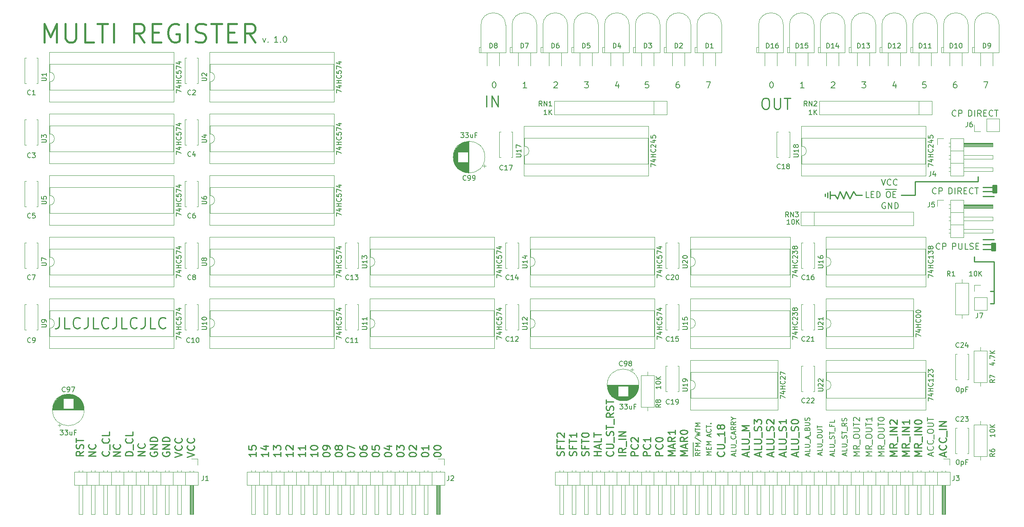
<source format=gto>
G04 #@! TF.GenerationSoftware,KiCad,Pcbnew,(7.0.0)*
G04 #@! TF.CreationDate,2024-11-17T17:29:26-08:00*
G04 #@! TF.ProjectId,multi_register,6d756c74-695f-4726-9567-69737465722e,rev?*
G04 #@! TF.SameCoordinates,Original*
G04 #@! TF.FileFunction,Legend,Top*
G04 #@! TF.FilePolarity,Positive*
%FSLAX46Y46*%
G04 Gerber Fmt 4.6, Leading zero omitted, Abs format (unit mm)*
G04 Created by KiCad (PCBNEW (7.0.0)) date 2024-11-17 17:29:26*
%MOMM*%
%LPD*%
G01*
G04 APERTURE LIST*
%ADD10C,0.254000*%
%ADD11C,0.203200*%
%ADD12C,0.381000*%
%ADD13C,0.150000*%
%ADD14C,0.250000*%
%ADD15C,0.177800*%
%ADD16C,0.120000*%
%ADD17R,1.600000X1.600000*%
%ADD18O,1.600000X1.600000*%
%ADD19C,1.600000*%
%ADD20R,1.800000X1.800000*%
%ADD21C,1.800000*%
%ADD22R,1.700000X1.700000*%
%ADD23O,1.700000X1.700000*%
G04 APERTURE END LIST*
D10*
X217424000Y-88646000D02*
X217424000Y-89662000D01*
X219964000Y-88392000D02*
X219456000Y-89916000D01*
X247650000Y-102870000D02*
X251714000Y-102870000D01*
X251714000Y-102870000D02*
X251714000Y-108966000D01*
X219456000Y-89916000D02*
X218948000Y-89154000D01*
X235458000Y-89154000D02*
X235458000Y-86360000D01*
X218948000Y-89154000D02*
X217932000Y-89154000D01*
X247650000Y-101854000D02*
X247650000Y-102870000D01*
X221234000Y-88392000D02*
X220726000Y-89916000D01*
X251714000Y-89408000D02*
X249428000Y-89408000D01*
X251714000Y-108966000D02*
X251714000Y-111506000D01*
X223266000Y-89154000D02*
X222758000Y-88392000D01*
X216916000Y-88900000D02*
X216916000Y-89408000D01*
X251206000Y-99060000D02*
X251968000Y-99060000D01*
X251968000Y-99060000D02*
X251968000Y-100584000D01*
X251968000Y-100584000D02*
X251206000Y-100584000D01*
X251206000Y-100584000D02*
X251206000Y-99060000D01*
G36*
X251206000Y-99060000D02*
G01*
X251968000Y-99060000D01*
X251968000Y-100584000D01*
X251206000Y-100584000D01*
X251206000Y-99060000D01*
G37*
X221996000Y-89916000D02*
X221234000Y-88392000D01*
X222758000Y-88392000D02*
X221996000Y-89916000D01*
X251714000Y-99314000D02*
X249428000Y-99314000D01*
X232537000Y-89154000D02*
X235458000Y-89154000D01*
X217932000Y-88392000D02*
X217932000Y-89916000D01*
X251714000Y-111506000D02*
X250952000Y-111506000D01*
X251460000Y-87122000D02*
X252222000Y-87122000D01*
X252222000Y-87122000D02*
X252222000Y-88646000D01*
X252222000Y-88646000D02*
X251460000Y-88646000D01*
X251460000Y-88646000D02*
X251460000Y-87122000D01*
G36*
X251460000Y-87122000D02*
G01*
X252222000Y-87122000D01*
X252222000Y-88646000D01*
X251460000Y-88646000D01*
X251460000Y-87122000D01*
G37*
X251714000Y-108966000D02*
X250952000Y-108966000D01*
X235458000Y-86360000D02*
X248412000Y-86360000D01*
X224536000Y-89154000D02*
X223266000Y-89154000D01*
X251714000Y-88392000D02*
X249428000Y-88392000D01*
X251714000Y-98298000D02*
X249428000Y-98298000D01*
X251714000Y-87503000D02*
X249428000Y-87503000D01*
X248412000Y-86360000D02*
X248412000Y-85344000D01*
X251714000Y-100330000D02*
X249428000Y-100330000D01*
X220726000Y-89916000D02*
X219964000Y-88392000D01*
D11*
X239788095Y-88756671D02*
X239727619Y-88817147D01*
X239727619Y-88817147D02*
X239546190Y-88877623D01*
X239546190Y-88877623D02*
X239425238Y-88877623D01*
X239425238Y-88877623D02*
X239243809Y-88817147D01*
X239243809Y-88817147D02*
X239122857Y-88696195D01*
X239122857Y-88696195D02*
X239062380Y-88575242D01*
X239062380Y-88575242D02*
X239001904Y-88333338D01*
X239001904Y-88333338D02*
X239001904Y-88151909D01*
X239001904Y-88151909D02*
X239062380Y-87910004D01*
X239062380Y-87910004D02*
X239122857Y-87789052D01*
X239122857Y-87789052D02*
X239243809Y-87668100D01*
X239243809Y-87668100D02*
X239425238Y-87607623D01*
X239425238Y-87607623D02*
X239546190Y-87607623D01*
X239546190Y-87607623D02*
X239727619Y-87668100D01*
X239727619Y-87668100D02*
X239788095Y-87728576D01*
X240332380Y-88877623D02*
X240332380Y-87607623D01*
X240332380Y-87607623D02*
X240816190Y-87607623D01*
X240816190Y-87607623D02*
X240937142Y-87668100D01*
X240937142Y-87668100D02*
X240997619Y-87728576D01*
X240997619Y-87728576D02*
X241058095Y-87849528D01*
X241058095Y-87849528D02*
X241058095Y-88030957D01*
X241058095Y-88030957D02*
X240997619Y-88151909D01*
X240997619Y-88151909D02*
X240937142Y-88212385D01*
X240937142Y-88212385D02*
X240816190Y-88272861D01*
X240816190Y-88272861D02*
X240332380Y-88272861D01*
X242364380Y-88877623D02*
X242364380Y-87607623D01*
X242364380Y-87607623D02*
X242666761Y-87607623D01*
X242666761Y-87607623D02*
X242848190Y-87668100D01*
X242848190Y-87668100D02*
X242969142Y-87789052D01*
X242969142Y-87789052D02*
X243029619Y-87910004D01*
X243029619Y-87910004D02*
X243090095Y-88151909D01*
X243090095Y-88151909D02*
X243090095Y-88333338D01*
X243090095Y-88333338D02*
X243029619Y-88575242D01*
X243029619Y-88575242D02*
X242969142Y-88696195D01*
X242969142Y-88696195D02*
X242848190Y-88817147D01*
X242848190Y-88817147D02*
X242666761Y-88877623D01*
X242666761Y-88877623D02*
X242364380Y-88877623D01*
X243634380Y-88877623D02*
X243634380Y-87607623D01*
X244964857Y-88877623D02*
X244541523Y-88272861D01*
X244239142Y-88877623D02*
X244239142Y-87607623D01*
X244239142Y-87607623D02*
X244722952Y-87607623D01*
X244722952Y-87607623D02*
X244843904Y-87668100D01*
X244843904Y-87668100D02*
X244904381Y-87728576D01*
X244904381Y-87728576D02*
X244964857Y-87849528D01*
X244964857Y-87849528D02*
X244964857Y-88030957D01*
X244964857Y-88030957D02*
X244904381Y-88151909D01*
X244904381Y-88151909D02*
X244843904Y-88212385D01*
X244843904Y-88212385D02*
X244722952Y-88272861D01*
X244722952Y-88272861D02*
X244239142Y-88272861D01*
X245509142Y-88212385D02*
X245932476Y-88212385D01*
X246113904Y-88877623D02*
X245509142Y-88877623D01*
X245509142Y-88877623D02*
X245509142Y-87607623D01*
X245509142Y-87607623D02*
X246113904Y-87607623D01*
X247383905Y-88756671D02*
X247323429Y-88817147D01*
X247323429Y-88817147D02*
X247142000Y-88877623D01*
X247142000Y-88877623D02*
X247021048Y-88877623D01*
X247021048Y-88877623D02*
X246839619Y-88817147D01*
X246839619Y-88817147D02*
X246718667Y-88696195D01*
X246718667Y-88696195D02*
X246658190Y-88575242D01*
X246658190Y-88575242D02*
X246597714Y-88333338D01*
X246597714Y-88333338D02*
X246597714Y-88151909D01*
X246597714Y-88151909D02*
X246658190Y-87910004D01*
X246658190Y-87910004D02*
X246718667Y-87789052D01*
X246718667Y-87789052D02*
X246839619Y-87668100D01*
X246839619Y-87668100D02*
X247021048Y-87607623D01*
X247021048Y-87607623D02*
X247142000Y-87607623D01*
X247142000Y-87607623D02*
X247323429Y-87668100D01*
X247323429Y-87668100D02*
X247383905Y-87728576D01*
X247746762Y-87607623D02*
X248472476Y-87607623D01*
X248109619Y-88877623D02*
X248109619Y-87607623D01*
X243852095Y-72754671D02*
X243791619Y-72815147D01*
X243791619Y-72815147D02*
X243610190Y-72875623D01*
X243610190Y-72875623D02*
X243489238Y-72875623D01*
X243489238Y-72875623D02*
X243307809Y-72815147D01*
X243307809Y-72815147D02*
X243186857Y-72694195D01*
X243186857Y-72694195D02*
X243126380Y-72573242D01*
X243126380Y-72573242D02*
X243065904Y-72331338D01*
X243065904Y-72331338D02*
X243065904Y-72149909D01*
X243065904Y-72149909D02*
X243126380Y-71908004D01*
X243126380Y-71908004D02*
X243186857Y-71787052D01*
X243186857Y-71787052D02*
X243307809Y-71666100D01*
X243307809Y-71666100D02*
X243489238Y-71605623D01*
X243489238Y-71605623D02*
X243610190Y-71605623D01*
X243610190Y-71605623D02*
X243791619Y-71666100D01*
X243791619Y-71666100D02*
X243852095Y-71726576D01*
X244396380Y-72875623D02*
X244396380Y-71605623D01*
X244396380Y-71605623D02*
X244880190Y-71605623D01*
X244880190Y-71605623D02*
X245001142Y-71666100D01*
X245001142Y-71666100D02*
X245061619Y-71726576D01*
X245061619Y-71726576D02*
X245122095Y-71847528D01*
X245122095Y-71847528D02*
X245122095Y-72028957D01*
X245122095Y-72028957D02*
X245061619Y-72149909D01*
X245061619Y-72149909D02*
X245001142Y-72210385D01*
X245001142Y-72210385D02*
X244880190Y-72270861D01*
X244880190Y-72270861D02*
X244396380Y-72270861D01*
X246428380Y-72875623D02*
X246428380Y-71605623D01*
X246428380Y-71605623D02*
X246730761Y-71605623D01*
X246730761Y-71605623D02*
X246912190Y-71666100D01*
X246912190Y-71666100D02*
X247033142Y-71787052D01*
X247033142Y-71787052D02*
X247093619Y-71908004D01*
X247093619Y-71908004D02*
X247154095Y-72149909D01*
X247154095Y-72149909D02*
X247154095Y-72331338D01*
X247154095Y-72331338D02*
X247093619Y-72573242D01*
X247093619Y-72573242D02*
X247033142Y-72694195D01*
X247033142Y-72694195D02*
X246912190Y-72815147D01*
X246912190Y-72815147D02*
X246730761Y-72875623D01*
X246730761Y-72875623D02*
X246428380Y-72875623D01*
X247698380Y-72875623D02*
X247698380Y-71605623D01*
X249028857Y-72875623D02*
X248605523Y-72270861D01*
X248303142Y-72875623D02*
X248303142Y-71605623D01*
X248303142Y-71605623D02*
X248786952Y-71605623D01*
X248786952Y-71605623D02*
X248907904Y-71666100D01*
X248907904Y-71666100D02*
X248968381Y-71726576D01*
X248968381Y-71726576D02*
X249028857Y-71847528D01*
X249028857Y-71847528D02*
X249028857Y-72028957D01*
X249028857Y-72028957D02*
X248968381Y-72149909D01*
X248968381Y-72149909D02*
X248907904Y-72210385D01*
X248907904Y-72210385D02*
X248786952Y-72270861D01*
X248786952Y-72270861D02*
X248303142Y-72270861D01*
X249573142Y-72210385D02*
X249996476Y-72210385D01*
X250177904Y-72875623D02*
X249573142Y-72875623D01*
X249573142Y-72875623D02*
X249573142Y-71605623D01*
X249573142Y-71605623D02*
X250177904Y-71605623D01*
X251447905Y-72754671D02*
X251387429Y-72815147D01*
X251387429Y-72815147D02*
X251206000Y-72875623D01*
X251206000Y-72875623D02*
X251085048Y-72875623D01*
X251085048Y-72875623D02*
X250903619Y-72815147D01*
X250903619Y-72815147D02*
X250782667Y-72694195D01*
X250782667Y-72694195D02*
X250722190Y-72573242D01*
X250722190Y-72573242D02*
X250661714Y-72331338D01*
X250661714Y-72331338D02*
X250661714Y-72149909D01*
X250661714Y-72149909D02*
X250722190Y-71908004D01*
X250722190Y-71908004D02*
X250782667Y-71787052D01*
X250782667Y-71787052D02*
X250903619Y-71666100D01*
X250903619Y-71666100D02*
X251085048Y-71605623D01*
X251085048Y-71605623D02*
X251206000Y-71605623D01*
X251206000Y-71605623D02*
X251387429Y-71666100D01*
X251387429Y-71666100D02*
X251447905Y-71726576D01*
X251810762Y-71605623D02*
X252536476Y-71605623D01*
X252173619Y-72875623D02*
X252173619Y-71605623D01*
D12*
X56025142Y-57590871D02*
X56025142Y-53780871D01*
X56025142Y-53780871D02*
X57295142Y-56502300D01*
X57295142Y-56502300D02*
X58565142Y-53780871D01*
X58565142Y-53780871D02*
X58565142Y-57590871D01*
X60379428Y-53780871D02*
X60379428Y-56865157D01*
X60379428Y-56865157D02*
X60560857Y-57228014D01*
X60560857Y-57228014D02*
X60742286Y-57409442D01*
X60742286Y-57409442D02*
X61105143Y-57590871D01*
X61105143Y-57590871D02*
X61830857Y-57590871D01*
X61830857Y-57590871D02*
X62193714Y-57409442D01*
X62193714Y-57409442D02*
X62375143Y-57228014D01*
X62375143Y-57228014D02*
X62556571Y-56865157D01*
X62556571Y-56865157D02*
X62556571Y-53780871D01*
X66185143Y-57590871D02*
X64370857Y-57590871D01*
X64370857Y-57590871D02*
X64370857Y-53780871D01*
X66910858Y-53780871D02*
X69088001Y-53780871D01*
X67999429Y-57590871D02*
X67999429Y-53780871D01*
X70358000Y-57590871D02*
X70358000Y-53780871D01*
X76635429Y-57590871D02*
X75365429Y-55776585D01*
X74458286Y-57590871D02*
X74458286Y-53780871D01*
X74458286Y-53780871D02*
X75909715Y-53780871D01*
X75909715Y-53780871D02*
X76272572Y-53962300D01*
X76272572Y-53962300D02*
X76454001Y-54143728D01*
X76454001Y-54143728D02*
X76635429Y-54506585D01*
X76635429Y-54506585D02*
X76635429Y-55050871D01*
X76635429Y-55050871D02*
X76454001Y-55413728D01*
X76454001Y-55413728D02*
X76272572Y-55595157D01*
X76272572Y-55595157D02*
X75909715Y-55776585D01*
X75909715Y-55776585D02*
X74458286Y-55776585D01*
X78268286Y-55595157D02*
X79538286Y-55595157D01*
X80082572Y-57590871D02*
X78268286Y-57590871D01*
X78268286Y-57590871D02*
X78268286Y-53780871D01*
X78268286Y-53780871D02*
X80082572Y-53780871D01*
X83711144Y-53962300D02*
X83348287Y-53780871D01*
X83348287Y-53780871D02*
X82804001Y-53780871D01*
X82804001Y-53780871D02*
X82259715Y-53962300D01*
X82259715Y-53962300D02*
X81896858Y-54325157D01*
X81896858Y-54325157D02*
X81715429Y-54688014D01*
X81715429Y-54688014D02*
X81534001Y-55413728D01*
X81534001Y-55413728D02*
X81534001Y-55958014D01*
X81534001Y-55958014D02*
X81715429Y-56683728D01*
X81715429Y-56683728D02*
X81896858Y-57046585D01*
X81896858Y-57046585D02*
X82259715Y-57409442D01*
X82259715Y-57409442D02*
X82804001Y-57590871D01*
X82804001Y-57590871D02*
X83166858Y-57590871D01*
X83166858Y-57590871D02*
X83711144Y-57409442D01*
X83711144Y-57409442D02*
X83892572Y-57228014D01*
X83892572Y-57228014D02*
X83892572Y-55958014D01*
X83892572Y-55958014D02*
X83166858Y-55958014D01*
X85525429Y-57590871D02*
X85525429Y-53780871D01*
X87158287Y-57409442D02*
X87702573Y-57590871D01*
X87702573Y-57590871D02*
X88609715Y-57590871D01*
X88609715Y-57590871D02*
X88972573Y-57409442D01*
X88972573Y-57409442D02*
X89154001Y-57228014D01*
X89154001Y-57228014D02*
X89335430Y-56865157D01*
X89335430Y-56865157D02*
X89335430Y-56502300D01*
X89335430Y-56502300D02*
X89154001Y-56139442D01*
X89154001Y-56139442D02*
X88972573Y-55958014D01*
X88972573Y-55958014D02*
X88609715Y-55776585D01*
X88609715Y-55776585D02*
X87884001Y-55595157D01*
X87884001Y-55595157D02*
X87521144Y-55413728D01*
X87521144Y-55413728D02*
X87339715Y-55232300D01*
X87339715Y-55232300D02*
X87158287Y-54869442D01*
X87158287Y-54869442D02*
X87158287Y-54506585D01*
X87158287Y-54506585D02*
X87339715Y-54143728D01*
X87339715Y-54143728D02*
X87521144Y-53962300D01*
X87521144Y-53962300D02*
X87884001Y-53780871D01*
X87884001Y-53780871D02*
X88791144Y-53780871D01*
X88791144Y-53780871D02*
X89335430Y-53962300D01*
X90424001Y-53780871D02*
X92601144Y-53780871D01*
X91512572Y-57590871D02*
X91512572Y-53780871D01*
X93871143Y-55595157D02*
X95141143Y-55595157D01*
X95685429Y-57590871D02*
X93871143Y-57590871D01*
X93871143Y-57590871D02*
X93871143Y-53780871D01*
X93871143Y-53780871D02*
X95685429Y-53780871D01*
X99495429Y-57590871D02*
X98225429Y-55776585D01*
X97318286Y-57590871D02*
X97318286Y-53780871D01*
X97318286Y-53780871D02*
X98769715Y-53780871D01*
X98769715Y-53780871D02*
X99132572Y-53962300D01*
X99132572Y-53962300D02*
X99314001Y-54143728D01*
X99314001Y-54143728D02*
X99495429Y-54506585D01*
X99495429Y-54506585D02*
X99495429Y-55050871D01*
X99495429Y-55050871D02*
X99314001Y-55413728D01*
X99314001Y-55413728D02*
X99132572Y-55595157D01*
X99132572Y-55595157D02*
X98769715Y-55776585D01*
X98769715Y-55776585D02*
X97318286Y-55776585D01*
D11*
X243924666Y-65763623D02*
X243682761Y-65763623D01*
X243682761Y-65763623D02*
X243561809Y-65824100D01*
X243561809Y-65824100D02*
X243501333Y-65884576D01*
X243501333Y-65884576D02*
X243380380Y-66066004D01*
X243380380Y-66066004D02*
X243319904Y-66307909D01*
X243319904Y-66307909D02*
X243319904Y-66791719D01*
X243319904Y-66791719D02*
X243380380Y-66912671D01*
X243380380Y-66912671D02*
X243440857Y-66973147D01*
X243440857Y-66973147D02*
X243561809Y-67033623D01*
X243561809Y-67033623D02*
X243803714Y-67033623D01*
X243803714Y-67033623D02*
X243924666Y-66973147D01*
X243924666Y-66973147D02*
X243985142Y-66912671D01*
X243985142Y-66912671D02*
X244045619Y-66791719D01*
X244045619Y-66791719D02*
X244045619Y-66489338D01*
X244045619Y-66489338D02*
X243985142Y-66368385D01*
X243985142Y-66368385D02*
X243924666Y-66307909D01*
X243924666Y-66307909D02*
X243803714Y-66247433D01*
X243803714Y-66247433D02*
X243561809Y-66247433D01*
X243561809Y-66247433D02*
X243440857Y-66307909D01*
X243440857Y-66307909D02*
X243380380Y-66368385D01*
X243380380Y-66368385D02*
X243319904Y-66489338D01*
X180485142Y-65763623D02*
X179880380Y-65763623D01*
X179880380Y-65763623D02*
X179819904Y-66368385D01*
X179819904Y-66368385D02*
X179880380Y-66307909D01*
X179880380Y-66307909D02*
X180001333Y-66247433D01*
X180001333Y-66247433D02*
X180303714Y-66247433D01*
X180303714Y-66247433D02*
X180424666Y-66307909D01*
X180424666Y-66307909D02*
X180485142Y-66368385D01*
X180485142Y-66368385D02*
X180545619Y-66489338D01*
X180545619Y-66489338D02*
X180545619Y-66791719D01*
X180545619Y-66791719D02*
X180485142Y-66912671D01*
X180485142Y-66912671D02*
X180424666Y-66973147D01*
X180424666Y-66973147D02*
X180303714Y-67033623D01*
X180303714Y-67033623D02*
X180001333Y-67033623D01*
X180001333Y-67033623D02*
X179880380Y-66973147D01*
X179880380Y-66973147D02*
X179819904Y-66912671D01*
X240550095Y-100186671D02*
X240489619Y-100247147D01*
X240489619Y-100247147D02*
X240308190Y-100307623D01*
X240308190Y-100307623D02*
X240187238Y-100307623D01*
X240187238Y-100307623D02*
X240005809Y-100247147D01*
X240005809Y-100247147D02*
X239884857Y-100126195D01*
X239884857Y-100126195D02*
X239824380Y-100005242D01*
X239824380Y-100005242D02*
X239763904Y-99763338D01*
X239763904Y-99763338D02*
X239763904Y-99581909D01*
X239763904Y-99581909D02*
X239824380Y-99340004D01*
X239824380Y-99340004D02*
X239884857Y-99219052D01*
X239884857Y-99219052D02*
X240005809Y-99098100D01*
X240005809Y-99098100D02*
X240187238Y-99037623D01*
X240187238Y-99037623D02*
X240308190Y-99037623D01*
X240308190Y-99037623D02*
X240489619Y-99098100D01*
X240489619Y-99098100D02*
X240550095Y-99158576D01*
X241094380Y-100307623D02*
X241094380Y-99037623D01*
X241094380Y-99037623D02*
X241578190Y-99037623D01*
X241578190Y-99037623D02*
X241699142Y-99098100D01*
X241699142Y-99098100D02*
X241759619Y-99158576D01*
X241759619Y-99158576D02*
X241820095Y-99279528D01*
X241820095Y-99279528D02*
X241820095Y-99460957D01*
X241820095Y-99460957D02*
X241759619Y-99581909D01*
X241759619Y-99581909D02*
X241699142Y-99642385D01*
X241699142Y-99642385D02*
X241578190Y-99702861D01*
X241578190Y-99702861D02*
X241094380Y-99702861D01*
X243126380Y-100307623D02*
X243126380Y-99037623D01*
X243126380Y-99037623D02*
X243610190Y-99037623D01*
X243610190Y-99037623D02*
X243731142Y-99098100D01*
X243731142Y-99098100D02*
X243791619Y-99158576D01*
X243791619Y-99158576D02*
X243852095Y-99279528D01*
X243852095Y-99279528D02*
X243852095Y-99460957D01*
X243852095Y-99460957D02*
X243791619Y-99581909D01*
X243791619Y-99581909D02*
X243731142Y-99642385D01*
X243731142Y-99642385D02*
X243610190Y-99702861D01*
X243610190Y-99702861D02*
X243126380Y-99702861D01*
X244396380Y-99037623D02*
X244396380Y-100065719D01*
X244396380Y-100065719D02*
X244456857Y-100186671D01*
X244456857Y-100186671D02*
X244517333Y-100247147D01*
X244517333Y-100247147D02*
X244638285Y-100307623D01*
X244638285Y-100307623D02*
X244880190Y-100307623D01*
X244880190Y-100307623D02*
X245001142Y-100247147D01*
X245001142Y-100247147D02*
X245061619Y-100186671D01*
X245061619Y-100186671D02*
X245122095Y-100065719D01*
X245122095Y-100065719D02*
X245122095Y-99037623D01*
X246331618Y-100307623D02*
X245726856Y-100307623D01*
X245726856Y-100307623D02*
X245726856Y-99037623D01*
X246694475Y-100247147D02*
X246875904Y-100307623D01*
X246875904Y-100307623D02*
X247178285Y-100307623D01*
X247178285Y-100307623D02*
X247299237Y-100247147D01*
X247299237Y-100247147D02*
X247359713Y-100186671D01*
X247359713Y-100186671D02*
X247420190Y-100065719D01*
X247420190Y-100065719D02*
X247420190Y-99944766D01*
X247420190Y-99944766D02*
X247359713Y-99823814D01*
X247359713Y-99823814D02*
X247299237Y-99763338D01*
X247299237Y-99763338D02*
X247178285Y-99702861D01*
X247178285Y-99702861D02*
X246936380Y-99642385D01*
X246936380Y-99642385D02*
X246815428Y-99581909D01*
X246815428Y-99581909D02*
X246754951Y-99521433D01*
X246754951Y-99521433D02*
X246694475Y-99400480D01*
X246694475Y-99400480D02*
X246694475Y-99279528D01*
X246694475Y-99279528D02*
X246754951Y-99158576D01*
X246754951Y-99158576D02*
X246815428Y-99098100D01*
X246815428Y-99098100D02*
X246936380Y-99037623D01*
X246936380Y-99037623D02*
X247238761Y-99037623D01*
X247238761Y-99037623D02*
X247420190Y-99098100D01*
X247964475Y-99642385D02*
X248387809Y-99642385D01*
X248569237Y-100307623D02*
X247964475Y-100307623D01*
X247964475Y-100307623D02*
X247964475Y-99037623D01*
X247964475Y-99037623D02*
X248569237Y-99037623D01*
D10*
X59109428Y-114310522D02*
X59109428Y-115943380D01*
X59109428Y-115943380D02*
X59000571Y-116269951D01*
X59000571Y-116269951D02*
X58782857Y-116487665D01*
X58782857Y-116487665D02*
X58456285Y-116596522D01*
X58456285Y-116596522D02*
X58238571Y-116596522D01*
X61286571Y-116596522D02*
X60197999Y-116596522D01*
X60197999Y-116596522D02*
X60197999Y-114310522D01*
X63354856Y-116378808D02*
X63245999Y-116487665D01*
X63245999Y-116487665D02*
X62919427Y-116596522D01*
X62919427Y-116596522D02*
X62701713Y-116596522D01*
X62701713Y-116596522D02*
X62375142Y-116487665D01*
X62375142Y-116487665D02*
X62157427Y-116269951D01*
X62157427Y-116269951D02*
X62048570Y-116052237D01*
X62048570Y-116052237D02*
X61939713Y-115616808D01*
X61939713Y-115616808D02*
X61939713Y-115290237D01*
X61939713Y-115290237D02*
X62048570Y-114854808D01*
X62048570Y-114854808D02*
X62157427Y-114637094D01*
X62157427Y-114637094D02*
X62375142Y-114419380D01*
X62375142Y-114419380D02*
X62701713Y-114310522D01*
X62701713Y-114310522D02*
X62919427Y-114310522D01*
X62919427Y-114310522D02*
X63245999Y-114419380D01*
X63245999Y-114419380D02*
X63354856Y-114528237D01*
X64987713Y-114310522D02*
X64987713Y-115943380D01*
X64987713Y-115943380D02*
X64878856Y-116269951D01*
X64878856Y-116269951D02*
X64661142Y-116487665D01*
X64661142Y-116487665D02*
X64334570Y-116596522D01*
X64334570Y-116596522D02*
X64116856Y-116596522D01*
X67164856Y-116596522D02*
X66076284Y-116596522D01*
X66076284Y-116596522D02*
X66076284Y-114310522D01*
X69233141Y-116378808D02*
X69124284Y-116487665D01*
X69124284Y-116487665D02*
X68797712Y-116596522D01*
X68797712Y-116596522D02*
X68579998Y-116596522D01*
X68579998Y-116596522D02*
X68253427Y-116487665D01*
X68253427Y-116487665D02*
X68035712Y-116269951D01*
X68035712Y-116269951D02*
X67926855Y-116052237D01*
X67926855Y-116052237D02*
X67817998Y-115616808D01*
X67817998Y-115616808D02*
X67817998Y-115290237D01*
X67817998Y-115290237D02*
X67926855Y-114854808D01*
X67926855Y-114854808D02*
X68035712Y-114637094D01*
X68035712Y-114637094D02*
X68253427Y-114419380D01*
X68253427Y-114419380D02*
X68579998Y-114310522D01*
X68579998Y-114310522D02*
X68797712Y-114310522D01*
X68797712Y-114310522D02*
X69124284Y-114419380D01*
X69124284Y-114419380D02*
X69233141Y-114528237D01*
X70865998Y-114310522D02*
X70865998Y-115943380D01*
X70865998Y-115943380D02*
X70757141Y-116269951D01*
X70757141Y-116269951D02*
X70539427Y-116487665D01*
X70539427Y-116487665D02*
X70212855Y-116596522D01*
X70212855Y-116596522D02*
X69995141Y-116596522D01*
X73043141Y-116596522D02*
X71954569Y-116596522D01*
X71954569Y-116596522D02*
X71954569Y-114310522D01*
X75111426Y-116378808D02*
X75002569Y-116487665D01*
X75002569Y-116487665D02*
X74675997Y-116596522D01*
X74675997Y-116596522D02*
X74458283Y-116596522D01*
X74458283Y-116596522D02*
X74131712Y-116487665D01*
X74131712Y-116487665D02*
X73913997Y-116269951D01*
X73913997Y-116269951D02*
X73805140Y-116052237D01*
X73805140Y-116052237D02*
X73696283Y-115616808D01*
X73696283Y-115616808D02*
X73696283Y-115290237D01*
X73696283Y-115290237D02*
X73805140Y-114854808D01*
X73805140Y-114854808D02*
X73913997Y-114637094D01*
X73913997Y-114637094D02*
X74131712Y-114419380D01*
X74131712Y-114419380D02*
X74458283Y-114310522D01*
X74458283Y-114310522D02*
X74675997Y-114310522D01*
X74675997Y-114310522D02*
X75002569Y-114419380D01*
X75002569Y-114419380D02*
X75111426Y-114528237D01*
X76744283Y-114310522D02*
X76744283Y-115943380D01*
X76744283Y-115943380D02*
X76635426Y-116269951D01*
X76635426Y-116269951D02*
X76417712Y-116487665D01*
X76417712Y-116487665D02*
X76091140Y-116596522D01*
X76091140Y-116596522D02*
X75873426Y-116596522D01*
X78921426Y-116596522D02*
X77832854Y-116596522D01*
X77832854Y-116596522D02*
X77832854Y-114310522D01*
X80989711Y-116378808D02*
X80880854Y-116487665D01*
X80880854Y-116487665D02*
X80554282Y-116596522D01*
X80554282Y-116596522D02*
X80336568Y-116596522D01*
X80336568Y-116596522D02*
X80009997Y-116487665D01*
X80009997Y-116487665D02*
X79792282Y-116269951D01*
X79792282Y-116269951D02*
X79683425Y-116052237D01*
X79683425Y-116052237D02*
X79574568Y-115616808D01*
X79574568Y-115616808D02*
X79574568Y-115290237D01*
X79574568Y-115290237D02*
X79683425Y-114854808D01*
X79683425Y-114854808D02*
X79792282Y-114637094D01*
X79792282Y-114637094D02*
X80009997Y-114419380D01*
X80009997Y-114419380D02*
X80336568Y-114310522D01*
X80336568Y-114310522D02*
X80554282Y-114310522D01*
X80554282Y-114310522D02*
X80880854Y-114419380D01*
X80880854Y-114419380D02*
X80989711Y-114528237D01*
D11*
X192459428Y-65763623D02*
X193306095Y-65763623D01*
X193306095Y-65763623D02*
X192761809Y-67033623D01*
X161023904Y-65884576D02*
X161084380Y-65824100D01*
X161084380Y-65824100D02*
X161205333Y-65763623D01*
X161205333Y-65763623D02*
X161507714Y-65763623D01*
X161507714Y-65763623D02*
X161628666Y-65824100D01*
X161628666Y-65824100D02*
X161689142Y-65884576D01*
X161689142Y-65884576D02*
X161749619Y-66005528D01*
X161749619Y-66005528D02*
X161749619Y-66126480D01*
X161749619Y-66126480D02*
X161689142Y-66307909D01*
X161689142Y-66307909D02*
X160963428Y-67033623D01*
X160963428Y-67033623D02*
X161749619Y-67033623D01*
X228466952Y-85829623D02*
X228890285Y-87099623D01*
X228890285Y-87099623D02*
X229313619Y-85829623D01*
X230462666Y-86978671D02*
X230402190Y-87039147D01*
X230402190Y-87039147D02*
X230220761Y-87099623D01*
X230220761Y-87099623D02*
X230099809Y-87099623D01*
X230099809Y-87099623D02*
X229918380Y-87039147D01*
X229918380Y-87039147D02*
X229797428Y-86918195D01*
X229797428Y-86918195D02*
X229736951Y-86797242D01*
X229736951Y-86797242D02*
X229676475Y-86555338D01*
X229676475Y-86555338D02*
X229676475Y-86373909D01*
X229676475Y-86373909D02*
X229736951Y-86132004D01*
X229736951Y-86132004D02*
X229797428Y-86011052D01*
X229797428Y-86011052D02*
X229918380Y-85890100D01*
X229918380Y-85890100D02*
X230099809Y-85829623D01*
X230099809Y-85829623D02*
X230220761Y-85829623D01*
X230220761Y-85829623D02*
X230402190Y-85890100D01*
X230402190Y-85890100D02*
X230462666Y-85950576D01*
X231732666Y-86978671D02*
X231672190Y-87039147D01*
X231672190Y-87039147D02*
X231490761Y-87099623D01*
X231490761Y-87099623D02*
X231369809Y-87099623D01*
X231369809Y-87099623D02*
X231188380Y-87039147D01*
X231188380Y-87039147D02*
X231067428Y-86918195D01*
X231067428Y-86918195D02*
X231006951Y-86797242D01*
X231006951Y-86797242D02*
X230946475Y-86555338D01*
X230946475Y-86555338D02*
X230946475Y-86373909D01*
X230946475Y-86373909D02*
X231006951Y-86132004D01*
X231006951Y-86132004D02*
X231067428Y-86011052D01*
X231067428Y-86011052D02*
X231188380Y-85890100D01*
X231188380Y-85890100D02*
X231369809Y-85829623D01*
X231369809Y-85829623D02*
X231490761Y-85829623D01*
X231490761Y-85829623D02*
X231672190Y-85890100D01*
X231672190Y-85890100D02*
X231732666Y-85950576D01*
D10*
X147102285Y-70876522D02*
X147102285Y-68590522D01*
X148190856Y-70876522D02*
X148190856Y-68590522D01*
X148190856Y-68590522D02*
X149497142Y-70876522D01*
X149497142Y-70876522D02*
X149497142Y-68590522D01*
D11*
X174328666Y-66186957D02*
X174328666Y-67033623D01*
X174026285Y-65703147D02*
X173723904Y-66610290D01*
X173723904Y-66610290D02*
X174510095Y-66610290D01*
X186774666Y-65763623D02*
X186532761Y-65763623D01*
X186532761Y-65763623D02*
X186411809Y-65824100D01*
X186411809Y-65824100D02*
X186351333Y-65884576D01*
X186351333Y-65884576D02*
X186230380Y-66066004D01*
X186230380Y-66066004D02*
X186169904Y-66307909D01*
X186169904Y-66307909D02*
X186169904Y-66791719D01*
X186169904Y-66791719D02*
X186230380Y-66912671D01*
X186230380Y-66912671D02*
X186290857Y-66973147D01*
X186290857Y-66973147D02*
X186411809Y-67033623D01*
X186411809Y-67033623D02*
X186653714Y-67033623D01*
X186653714Y-67033623D02*
X186774666Y-66973147D01*
X186774666Y-66973147D02*
X186835142Y-66912671D01*
X186835142Y-66912671D02*
X186895619Y-66791719D01*
X186895619Y-66791719D02*
X186895619Y-66489338D01*
X186895619Y-66489338D02*
X186835142Y-66368385D01*
X186835142Y-66368385D02*
X186774666Y-66307909D01*
X186774666Y-66307909D02*
X186653714Y-66247433D01*
X186653714Y-66247433D02*
X186411809Y-66247433D01*
X186411809Y-66247433D02*
X186290857Y-66307909D01*
X186290857Y-66307909D02*
X186230380Y-66368385D01*
X186230380Y-66368385D02*
X186169904Y-66489338D01*
X224463428Y-65763623D02*
X225249619Y-65763623D01*
X225249619Y-65763623D02*
X224826285Y-66247433D01*
X224826285Y-66247433D02*
X225007714Y-66247433D01*
X225007714Y-66247433D02*
X225128666Y-66307909D01*
X225128666Y-66307909D02*
X225189142Y-66368385D01*
X225189142Y-66368385D02*
X225249619Y-66489338D01*
X225249619Y-66489338D02*
X225249619Y-66791719D01*
X225249619Y-66791719D02*
X225189142Y-66912671D01*
X225189142Y-66912671D02*
X225128666Y-66973147D01*
X225128666Y-66973147D02*
X225007714Y-67033623D01*
X225007714Y-67033623D02*
X224644857Y-67033623D01*
X224644857Y-67033623D02*
X224523904Y-66973147D01*
X224523904Y-66973147D02*
X224463428Y-66912671D01*
X225951142Y-89639623D02*
X225346380Y-89639623D01*
X225346380Y-89639623D02*
X225346380Y-88369623D01*
X226374475Y-88974385D02*
X226797809Y-88974385D01*
X226979237Y-89639623D02*
X226374475Y-89639623D01*
X226374475Y-89639623D02*
X226374475Y-88369623D01*
X226374475Y-88369623D02*
X226979237Y-88369623D01*
X227523523Y-89639623D02*
X227523523Y-88369623D01*
X227523523Y-88369623D02*
X227825904Y-88369623D01*
X227825904Y-88369623D02*
X228007333Y-88430100D01*
X228007333Y-88430100D02*
X228128285Y-88551052D01*
X228128285Y-88551052D02*
X228188762Y-88672004D01*
X228188762Y-88672004D02*
X228249238Y-88913909D01*
X228249238Y-88913909D02*
X228249238Y-89095338D01*
X228249238Y-89095338D02*
X228188762Y-89337242D01*
X228188762Y-89337242D02*
X228128285Y-89458195D01*
X228128285Y-89458195D02*
X228007333Y-89579147D01*
X228007333Y-89579147D02*
X227825904Y-89639623D01*
X227825904Y-89639623D02*
X227523523Y-89639623D01*
X229797428Y-88369623D02*
X230039333Y-88369623D01*
X230039333Y-88369623D02*
X230160285Y-88430100D01*
X230160285Y-88430100D02*
X230281238Y-88551052D01*
X230281238Y-88551052D02*
X230341714Y-88792957D01*
X230341714Y-88792957D02*
X230341714Y-89216290D01*
X230341714Y-89216290D02*
X230281238Y-89458195D01*
X230281238Y-89458195D02*
X230160285Y-89579147D01*
X230160285Y-89579147D02*
X230039333Y-89639623D01*
X230039333Y-89639623D02*
X229797428Y-89639623D01*
X229797428Y-89639623D02*
X229676476Y-89579147D01*
X229676476Y-89579147D02*
X229555523Y-89458195D01*
X229555523Y-89458195D02*
X229495047Y-89216290D01*
X229495047Y-89216290D02*
X229495047Y-88792957D01*
X229495047Y-88792957D02*
X229555523Y-88551052D01*
X229555523Y-88551052D02*
X229676476Y-88430100D01*
X229676476Y-88430100D02*
X229797428Y-88369623D01*
X230885999Y-88974385D02*
X231309333Y-88974385D01*
X231490761Y-89639623D02*
X230885999Y-89639623D01*
X230885999Y-89639623D02*
X230885999Y-88369623D01*
X230885999Y-88369623D02*
X231490761Y-88369623D01*
X229380143Y-87922100D02*
X231605667Y-87922100D01*
X237635142Y-65763623D02*
X237030380Y-65763623D01*
X237030380Y-65763623D02*
X236969904Y-66368385D01*
X236969904Y-66368385D02*
X237030380Y-66307909D01*
X237030380Y-66307909D02*
X237151333Y-66247433D01*
X237151333Y-66247433D02*
X237453714Y-66247433D01*
X237453714Y-66247433D02*
X237574666Y-66307909D01*
X237574666Y-66307909D02*
X237635142Y-66368385D01*
X237635142Y-66368385D02*
X237695619Y-66489338D01*
X237695619Y-66489338D02*
X237695619Y-66791719D01*
X237695619Y-66791719D02*
X237635142Y-66912671D01*
X237635142Y-66912671D02*
X237574666Y-66973147D01*
X237574666Y-66973147D02*
X237453714Y-67033623D01*
X237453714Y-67033623D02*
X237151333Y-67033623D01*
X237151333Y-67033623D02*
X237030380Y-66973147D01*
X237030380Y-66973147D02*
X236969904Y-66912671D01*
X212549619Y-67033623D02*
X211823904Y-67033623D01*
X212186761Y-67033623D02*
X212186761Y-65763623D01*
X212186761Y-65763623D02*
X212065809Y-65945052D01*
X212065809Y-65945052D02*
X211944857Y-66066004D01*
X211944857Y-66066004D02*
X211823904Y-66126480D01*
X167313428Y-65763623D02*
X168099619Y-65763623D01*
X168099619Y-65763623D02*
X167676285Y-66247433D01*
X167676285Y-66247433D02*
X167857714Y-66247433D01*
X167857714Y-66247433D02*
X167978666Y-66307909D01*
X167978666Y-66307909D02*
X168039142Y-66368385D01*
X168039142Y-66368385D02*
X168099619Y-66489338D01*
X168099619Y-66489338D02*
X168099619Y-66791719D01*
X168099619Y-66791719D02*
X168039142Y-66912671D01*
X168039142Y-66912671D02*
X167978666Y-66973147D01*
X167978666Y-66973147D02*
X167857714Y-67033623D01*
X167857714Y-67033623D02*
X167494857Y-67033623D01*
X167494857Y-67033623D02*
X167373904Y-66973147D01*
X167373904Y-66973147D02*
X167313428Y-66912671D01*
X218173904Y-65884576D02*
X218234380Y-65824100D01*
X218234380Y-65824100D02*
X218355333Y-65763623D01*
X218355333Y-65763623D02*
X218657714Y-65763623D01*
X218657714Y-65763623D02*
X218778666Y-65824100D01*
X218778666Y-65824100D02*
X218839142Y-65884576D01*
X218839142Y-65884576D02*
X218899619Y-66005528D01*
X218899619Y-66005528D02*
X218899619Y-66126480D01*
X218899619Y-66126480D02*
X218839142Y-66307909D01*
X218839142Y-66307909D02*
X218113428Y-67033623D01*
X218113428Y-67033623D02*
X218899619Y-67033623D01*
X205776285Y-65763623D02*
X205897238Y-65763623D01*
X205897238Y-65763623D02*
X206018190Y-65824100D01*
X206018190Y-65824100D02*
X206078666Y-65884576D01*
X206078666Y-65884576D02*
X206139142Y-66005528D01*
X206139142Y-66005528D02*
X206199619Y-66247433D01*
X206199619Y-66247433D02*
X206199619Y-66549814D01*
X206199619Y-66549814D02*
X206139142Y-66791719D01*
X206139142Y-66791719D02*
X206078666Y-66912671D01*
X206078666Y-66912671D02*
X206018190Y-66973147D01*
X206018190Y-66973147D02*
X205897238Y-67033623D01*
X205897238Y-67033623D02*
X205776285Y-67033623D01*
X205776285Y-67033623D02*
X205655333Y-66973147D01*
X205655333Y-66973147D02*
X205594857Y-66912671D01*
X205594857Y-66912671D02*
X205534380Y-66791719D01*
X205534380Y-66791719D02*
X205473904Y-66549814D01*
X205473904Y-66549814D02*
X205473904Y-66247433D01*
X205473904Y-66247433D02*
X205534380Y-66005528D01*
X205534380Y-66005528D02*
X205594857Y-65884576D01*
X205594857Y-65884576D02*
X205655333Y-65824100D01*
X205655333Y-65824100D02*
X205776285Y-65763623D01*
X249609428Y-65763623D02*
X250456095Y-65763623D01*
X250456095Y-65763623D02*
X249911809Y-67033623D01*
X155399619Y-67033623D02*
X154673904Y-67033623D01*
X155036761Y-67033623D02*
X155036761Y-65763623D01*
X155036761Y-65763623D02*
X154915809Y-65945052D01*
X154915809Y-65945052D02*
X154794857Y-66066004D01*
X154794857Y-66066004D02*
X154673904Y-66126480D01*
X231478666Y-66186957D02*
X231478666Y-67033623D01*
X231176285Y-65703147D02*
X230873904Y-66610290D01*
X230873904Y-66610290D02*
X231660095Y-66610290D01*
X101019428Y-56788957D02*
X101321809Y-57635623D01*
X101321809Y-57635623D02*
X101624190Y-56788957D01*
X102107999Y-57514671D02*
X102168476Y-57575147D01*
X102168476Y-57575147D02*
X102107999Y-57635623D01*
X102107999Y-57635623D02*
X102047523Y-57575147D01*
X102047523Y-57575147D02*
X102107999Y-57514671D01*
X102107999Y-57514671D02*
X102107999Y-57635623D01*
X104140000Y-57635623D02*
X103414285Y-57635623D01*
X103777142Y-57635623D02*
X103777142Y-56365623D01*
X103777142Y-56365623D02*
X103656190Y-56547052D01*
X103656190Y-56547052D02*
X103535238Y-56668004D01*
X103535238Y-56668004D02*
X103414285Y-56728480D01*
X104684285Y-57514671D02*
X104744762Y-57575147D01*
X104744762Y-57575147D02*
X104684285Y-57635623D01*
X104684285Y-57635623D02*
X104623809Y-57575147D01*
X104623809Y-57575147D02*
X104684285Y-57514671D01*
X104684285Y-57514671D02*
X104684285Y-57635623D01*
X105530952Y-56365623D02*
X105651905Y-56365623D01*
X105651905Y-56365623D02*
X105772857Y-56426100D01*
X105772857Y-56426100D02*
X105833333Y-56486576D01*
X105833333Y-56486576D02*
X105893809Y-56607528D01*
X105893809Y-56607528D02*
X105954286Y-56849433D01*
X105954286Y-56849433D02*
X105954286Y-57151814D01*
X105954286Y-57151814D02*
X105893809Y-57393719D01*
X105893809Y-57393719D02*
X105833333Y-57514671D01*
X105833333Y-57514671D02*
X105772857Y-57575147D01*
X105772857Y-57575147D02*
X105651905Y-57635623D01*
X105651905Y-57635623D02*
X105530952Y-57635623D01*
X105530952Y-57635623D02*
X105410000Y-57575147D01*
X105410000Y-57575147D02*
X105349524Y-57514671D01*
X105349524Y-57514671D02*
X105289047Y-57393719D01*
X105289047Y-57393719D02*
X105228571Y-57151814D01*
X105228571Y-57151814D02*
X105228571Y-56849433D01*
X105228571Y-56849433D02*
X105289047Y-56607528D01*
X105289047Y-56607528D02*
X105349524Y-56486576D01*
X105349524Y-56486576D02*
X105410000Y-56426100D01*
X105410000Y-56426100D02*
X105530952Y-56365623D01*
D10*
X204433714Y-69098522D02*
X204869142Y-69098522D01*
X204869142Y-69098522D02*
X205086857Y-69207380D01*
X205086857Y-69207380D02*
X205304571Y-69425094D01*
X205304571Y-69425094D02*
X205413428Y-69860522D01*
X205413428Y-69860522D02*
X205413428Y-70622522D01*
X205413428Y-70622522D02*
X205304571Y-71057951D01*
X205304571Y-71057951D02*
X205086857Y-71275665D01*
X205086857Y-71275665D02*
X204869142Y-71384522D01*
X204869142Y-71384522D02*
X204433714Y-71384522D01*
X204433714Y-71384522D02*
X204216000Y-71275665D01*
X204216000Y-71275665D02*
X203998285Y-71057951D01*
X203998285Y-71057951D02*
X203889428Y-70622522D01*
X203889428Y-70622522D02*
X203889428Y-69860522D01*
X203889428Y-69860522D02*
X203998285Y-69425094D01*
X203998285Y-69425094D02*
X204216000Y-69207380D01*
X204216000Y-69207380D02*
X204433714Y-69098522D01*
X206393142Y-69098522D02*
X206393142Y-70949094D01*
X206393142Y-70949094D02*
X206501999Y-71166808D01*
X206501999Y-71166808D02*
X206610857Y-71275665D01*
X206610857Y-71275665D02*
X206828571Y-71384522D01*
X206828571Y-71384522D02*
X207263999Y-71384522D01*
X207263999Y-71384522D02*
X207481714Y-71275665D01*
X207481714Y-71275665D02*
X207590571Y-71166808D01*
X207590571Y-71166808D02*
X207699428Y-70949094D01*
X207699428Y-70949094D02*
X207699428Y-69098522D01*
X208461428Y-69098522D02*
X209767714Y-69098522D01*
X209114571Y-71384522D02*
X209114571Y-69098522D01*
D11*
X148626285Y-65763623D02*
X148747238Y-65763623D01*
X148747238Y-65763623D02*
X148868190Y-65824100D01*
X148868190Y-65824100D02*
X148928666Y-65884576D01*
X148928666Y-65884576D02*
X148989142Y-66005528D01*
X148989142Y-66005528D02*
X149049619Y-66247433D01*
X149049619Y-66247433D02*
X149049619Y-66549814D01*
X149049619Y-66549814D02*
X148989142Y-66791719D01*
X148989142Y-66791719D02*
X148928666Y-66912671D01*
X148928666Y-66912671D02*
X148868190Y-66973147D01*
X148868190Y-66973147D02*
X148747238Y-67033623D01*
X148747238Y-67033623D02*
X148626285Y-67033623D01*
X148626285Y-67033623D02*
X148505333Y-66973147D01*
X148505333Y-66973147D02*
X148444857Y-66912671D01*
X148444857Y-66912671D02*
X148384380Y-66791719D01*
X148384380Y-66791719D02*
X148323904Y-66549814D01*
X148323904Y-66549814D02*
X148323904Y-66247433D01*
X148323904Y-66247433D02*
X148384380Y-66005528D01*
X148384380Y-66005528D02*
X148444857Y-65884576D01*
X148444857Y-65884576D02*
X148505333Y-65824100D01*
X148505333Y-65824100D02*
X148626285Y-65763623D01*
X229313619Y-90716100D02*
X229192666Y-90655623D01*
X229192666Y-90655623D02*
X229011238Y-90655623D01*
X229011238Y-90655623D02*
X228829809Y-90716100D01*
X228829809Y-90716100D02*
X228708857Y-90837052D01*
X228708857Y-90837052D02*
X228648380Y-90958004D01*
X228648380Y-90958004D02*
X228587904Y-91199909D01*
X228587904Y-91199909D02*
X228587904Y-91381338D01*
X228587904Y-91381338D02*
X228648380Y-91623242D01*
X228648380Y-91623242D02*
X228708857Y-91744195D01*
X228708857Y-91744195D02*
X228829809Y-91865147D01*
X228829809Y-91865147D02*
X229011238Y-91925623D01*
X229011238Y-91925623D02*
X229132190Y-91925623D01*
X229132190Y-91925623D02*
X229313619Y-91865147D01*
X229313619Y-91865147D02*
X229374095Y-91804671D01*
X229374095Y-91804671D02*
X229374095Y-91381338D01*
X229374095Y-91381338D02*
X229132190Y-91381338D01*
X229918380Y-91925623D02*
X229918380Y-90655623D01*
X229918380Y-90655623D02*
X230644095Y-91925623D01*
X230644095Y-91925623D02*
X230644095Y-90655623D01*
X231248856Y-91925623D02*
X231248856Y-90655623D01*
X231248856Y-90655623D02*
X231551237Y-90655623D01*
X231551237Y-90655623D02*
X231732666Y-90716100D01*
X231732666Y-90716100D02*
X231853618Y-90837052D01*
X231853618Y-90837052D02*
X231914095Y-90958004D01*
X231914095Y-90958004D02*
X231974571Y-91199909D01*
X231974571Y-91199909D02*
X231974571Y-91381338D01*
X231974571Y-91381338D02*
X231914095Y-91623242D01*
X231914095Y-91623242D02*
X231853618Y-91744195D01*
X231853618Y-91744195D02*
X231732666Y-91865147D01*
X231732666Y-91865147D02*
X231551237Y-91925623D01*
X231551237Y-91925623D02*
X231248856Y-91925623D01*
D13*
X88477380Y-116808094D02*
X89286904Y-116808094D01*
X89286904Y-116808094D02*
X89382142Y-116760475D01*
X89382142Y-116760475D02*
X89429761Y-116712856D01*
X89429761Y-116712856D02*
X89477380Y-116617618D01*
X89477380Y-116617618D02*
X89477380Y-116427142D01*
X89477380Y-116427142D02*
X89429761Y-116331904D01*
X89429761Y-116331904D02*
X89382142Y-116284285D01*
X89382142Y-116284285D02*
X89286904Y-116236666D01*
X89286904Y-116236666D02*
X88477380Y-116236666D01*
X89477380Y-115236666D02*
X89477380Y-115808094D01*
X89477380Y-115522380D02*
X88477380Y-115522380D01*
X88477380Y-115522380D02*
X88620238Y-115617618D01*
X88620238Y-115617618D02*
X88715476Y-115712856D01*
X88715476Y-115712856D02*
X88763095Y-115808094D01*
X88477380Y-114617618D02*
X88477380Y-114522380D01*
X88477380Y-114522380D02*
X88525000Y-114427142D01*
X88525000Y-114427142D02*
X88572619Y-114379523D01*
X88572619Y-114379523D02*
X88667857Y-114331904D01*
X88667857Y-114331904D02*
X88858333Y-114284285D01*
X88858333Y-114284285D02*
X89096428Y-114284285D01*
X89096428Y-114284285D02*
X89286904Y-114331904D01*
X89286904Y-114331904D02*
X89382142Y-114379523D01*
X89382142Y-114379523D02*
X89429761Y-114427142D01*
X89429761Y-114427142D02*
X89477380Y-114522380D01*
X89477380Y-114522380D02*
X89477380Y-114617618D01*
X89477380Y-114617618D02*
X89429761Y-114712856D01*
X89429761Y-114712856D02*
X89382142Y-114760475D01*
X89382142Y-114760475D02*
X89286904Y-114808094D01*
X89286904Y-114808094D02*
X89096428Y-114855713D01*
X89096428Y-114855713D02*
X88858333Y-114855713D01*
X88858333Y-114855713D02*
X88667857Y-114808094D01*
X88667857Y-114808094D02*
X88572619Y-114760475D01*
X88572619Y-114760475D02*
X88525000Y-114712856D01*
X88525000Y-114712856D02*
X88477380Y-114617618D01*
X116207380Y-118831904D02*
X116207380Y-118165238D01*
X116207380Y-118165238D02*
X117207380Y-118593809D01*
X116540714Y-117355714D02*
X117207380Y-117355714D01*
X116159761Y-117593809D02*
X116874047Y-117831904D01*
X116874047Y-117831904D02*
X116874047Y-117212857D01*
X117207380Y-116831904D02*
X116207380Y-116831904D01*
X116683571Y-116831904D02*
X116683571Y-116260476D01*
X117207380Y-116260476D02*
X116207380Y-116260476D01*
X117112142Y-115212857D02*
X117159761Y-115260476D01*
X117159761Y-115260476D02*
X117207380Y-115403333D01*
X117207380Y-115403333D02*
X117207380Y-115498571D01*
X117207380Y-115498571D02*
X117159761Y-115641428D01*
X117159761Y-115641428D02*
X117064523Y-115736666D01*
X117064523Y-115736666D02*
X116969285Y-115784285D01*
X116969285Y-115784285D02*
X116778809Y-115831904D01*
X116778809Y-115831904D02*
X116635952Y-115831904D01*
X116635952Y-115831904D02*
X116445476Y-115784285D01*
X116445476Y-115784285D02*
X116350238Y-115736666D01*
X116350238Y-115736666D02*
X116255000Y-115641428D01*
X116255000Y-115641428D02*
X116207380Y-115498571D01*
X116207380Y-115498571D02*
X116207380Y-115403333D01*
X116207380Y-115403333D02*
X116255000Y-115260476D01*
X116255000Y-115260476D02*
X116302619Y-115212857D01*
X116207380Y-114308095D02*
X116207380Y-114784285D01*
X116207380Y-114784285D02*
X116683571Y-114831904D01*
X116683571Y-114831904D02*
X116635952Y-114784285D01*
X116635952Y-114784285D02*
X116588333Y-114689047D01*
X116588333Y-114689047D02*
X116588333Y-114450952D01*
X116588333Y-114450952D02*
X116635952Y-114355714D01*
X116635952Y-114355714D02*
X116683571Y-114308095D01*
X116683571Y-114308095D02*
X116778809Y-114260476D01*
X116778809Y-114260476D02*
X117016904Y-114260476D01*
X117016904Y-114260476D02*
X117112142Y-114308095D01*
X117112142Y-114308095D02*
X117159761Y-114355714D01*
X117159761Y-114355714D02*
X117207380Y-114450952D01*
X117207380Y-114450952D02*
X117207380Y-114689047D01*
X117207380Y-114689047D02*
X117159761Y-114784285D01*
X117159761Y-114784285D02*
X117112142Y-114831904D01*
X116207380Y-113927142D02*
X116207380Y-113260476D01*
X116207380Y-113260476D02*
X117207380Y-113689047D01*
X116540714Y-112450952D02*
X117207380Y-112450952D01*
X116159761Y-112689047D02*
X116874047Y-112927142D01*
X116874047Y-112927142D02*
X116874047Y-112308095D01*
X244467142Y-120414142D02*
X244419523Y-120461761D01*
X244419523Y-120461761D02*
X244276666Y-120509380D01*
X244276666Y-120509380D02*
X244181428Y-120509380D01*
X244181428Y-120509380D02*
X244038571Y-120461761D01*
X244038571Y-120461761D02*
X243943333Y-120366523D01*
X243943333Y-120366523D02*
X243895714Y-120271285D01*
X243895714Y-120271285D02*
X243848095Y-120080809D01*
X243848095Y-120080809D02*
X243848095Y-119937952D01*
X243848095Y-119937952D02*
X243895714Y-119747476D01*
X243895714Y-119747476D02*
X243943333Y-119652238D01*
X243943333Y-119652238D02*
X244038571Y-119557000D01*
X244038571Y-119557000D02*
X244181428Y-119509380D01*
X244181428Y-119509380D02*
X244276666Y-119509380D01*
X244276666Y-119509380D02*
X244419523Y-119557000D01*
X244419523Y-119557000D02*
X244467142Y-119604619D01*
X244848095Y-119604619D02*
X244895714Y-119557000D01*
X244895714Y-119557000D02*
X244990952Y-119509380D01*
X244990952Y-119509380D02*
X245229047Y-119509380D01*
X245229047Y-119509380D02*
X245324285Y-119557000D01*
X245324285Y-119557000D02*
X245371904Y-119604619D01*
X245371904Y-119604619D02*
X245419523Y-119699857D01*
X245419523Y-119699857D02*
X245419523Y-119795095D01*
X245419523Y-119795095D02*
X245371904Y-119937952D01*
X245371904Y-119937952D02*
X244800476Y-120509380D01*
X244800476Y-120509380D02*
X245419523Y-120509380D01*
X246276666Y-119842714D02*
X246276666Y-120509380D01*
X246038571Y-119461761D02*
X245800476Y-120176047D01*
X245800476Y-120176047D02*
X246419523Y-120176047D01*
X244181428Y-128653380D02*
X244276666Y-128653380D01*
X244276666Y-128653380D02*
X244371904Y-128701000D01*
X244371904Y-128701000D02*
X244419523Y-128748619D01*
X244419523Y-128748619D02*
X244467142Y-128843857D01*
X244467142Y-128843857D02*
X244514761Y-129034333D01*
X244514761Y-129034333D02*
X244514761Y-129272428D01*
X244514761Y-129272428D02*
X244467142Y-129462904D01*
X244467142Y-129462904D02*
X244419523Y-129558142D01*
X244419523Y-129558142D02*
X244371904Y-129605761D01*
X244371904Y-129605761D02*
X244276666Y-129653380D01*
X244276666Y-129653380D02*
X244181428Y-129653380D01*
X244181428Y-129653380D02*
X244086190Y-129605761D01*
X244086190Y-129605761D02*
X244038571Y-129558142D01*
X244038571Y-129558142D02*
X243990952Y-129462904D01*
X243990952Y-129462904D02*
X243943333Y-129272428D01*
X243943333Y-129272428D02*
X243943333Y-129034333D01*
X243943333Y-129034333D02*
X243990952Y-128843857D01*
X243990952Y-128843857D02*
X244038571Y-128748619D01*
X244038571Y-128748619D02*
X244086190Y-128701000D01*
X244086190Y-128701000D02*
X244181428Y-128653380D01*
X244943333Y-128986714D02*
X244943333Y-129986714D01*
X244943333Y-129034333D02*
X245038571Y-128986714D01*
X245038571Y-128986714D02*
X245229047Y-128986714D01*
X245229047Y-128986714D02*
X245324285Y-129034333D01*
X245324285Y-129034333D02*
X245371904Y-129081952D01*
X245371904Y-129081952D02*
X245419523Y-129177190D01*
X245419523Y-129177190D02*
X245419523Y-129462904D01*
X245419523Y-129462904D02*
X245371904Y-129558142D01*
X245371904Y-129558142D02*
X245324285Y-129605761D01*
X245324285Y-129605761D02*
X245229047Y-129653380D01*
X245229047Y-129653380D02*
X245038571Y-129653380D01*
X245038571Y-129653380D02*
X244943333Y-129605761D01*
X246181428Y-129129571D02*
X245848095Y-129129571D01*
X245848095Y-129653380D02*
X245848095Y-128653380D01*
X245848095Y-128653380D02*
X246324285Y-128653380D01*
X121497380Y-116808094D02*
X122306904Y-116808094D01*
X122306904Y-116808094D02*
X122402142Y-116760475D01*
X122402142Y-116760475D02*
X122449761Y-116712856D01*
X122449761Y-116712856D02*
X122497380Y-116617618D01*
X122497380Y-116617618D02*
X122497380Y-116427142D01*
X122497380Y-116427142D02*
X122449761Y-116331904D01*
X122449761Y-116331904D02*
X122402142Y-116284285D01*
X122402142Y-116284285D02*
X122306904Y-116236666D01*
X122306904Y-116236666D02*
X121497380Y-116236666D01*
X122497380Y-115236666D02*
X122497380Y-115808094D01*
X122497380Y-115522380D02*
X121497380Y-115522380D01*
X121497380Y-115522380D02*
X121640238Y-115617618D01*
X121640238Y-115617618D02*
X121735476Y-115712856D01*
X121735476Y-115712856D02*
X121783095Y-115808094D01*
X122497380Y-114284285D02*
X122497380Y-114855713D01*
X122497380Y-114569999D02*
X121497380Y-114569999D01*
X121497380Y-114569999D02*
X121640238Y-114665237D01*
X121640238Y-114665237D02*
X121735476Y-114760475D01*
X121735476Y-114760475D02*
X121783095Y-114855713D01*
X149227380Y-118831904D02*
X149227380Y-118165238D01*
X149227380Y-118165238D02*
X150227380Y-118593809D01*
X149560714Y-117355714D02*
X150227380Y-117355714D01*
X149179761Y-117593809D02*
X149894047Y-117831904D01*
X149894047Y-117831904D02*
X149894047Y-117212857D01*
X150227380Y-116831904D02*
X149227380Y-116831904D01*
X149703571Y-116831904D02*
X149703571Y-116260476D01*
X150227380Y-116260476D02*
X149227380Y-116260476D01*
X150132142Y-115212857D02*
X150179761Y-115260476D01*
X150179761Y-115260476D02*
X150227380Y-115403333D01*
X150227380Y-115403333D02*
X150227380Y-115498571D01*
X150227380Y-115498571D02*
X150179761Y-115641428D01*
X150179761Y-115641428D02*
X150084523Y-115736666D01*
X150084523Y-115736666D02*
X149989285Y-115784285D01*
X149989285Y-115784285D02*
X149798809Y-115831904D01*
X149798809Y-115831904D02*
X149655952Y-115831904D01*
X149655952Y-115831904D02*
X149465476Y-115784285D01*
X149465476Y-115784285D02*
X149370238Y-115736666D01*
X149370238Y-115736666D02*
X149275000Y-115641428D01*
X149275000Y-115641428D02*
X149227380Y-115498571D01*
X149227380Y-115498571D02*
X149227380Y-115403333D01*
X149227380Y-115403333D02*
X149275000Y-115260476D01*
X149275000Y-115260476D02*
X149322619Y-115212857D01*
X149227380Y-114308095D02*
X149227380Y-114784285D01*
X149227380Y-114784285D02*
X149703571Y-114831904D01*
X149703571Y-114831904D02*
X149655952Y-114784285D01*
X149655952Y-114784285D02*
X149608333Y-114689047D01*
X149608333Y-114689047D02*
X149608333Y-114450952D01*
X149608333Y-114450952D02*
X149655952Y-114355714D01*
X149655952Y-114355714D02*
X149703571Y-114308095D01*
X149703571Y-114308095D02*
X149798809Y-114260476D01*
X149798809Y-114260476D02*
X150036904Y-114260476D01*
X150036904Y-114260476D02*
X150132142Y-114308095D01*
X150132142Y-114308095D02*
X150179761Y-114355714D01*
X150179761Y-114355714D02*
X150227380Y-114450952D01*
X150227380Y-114450952D02*
X150227380Y-114689047D01*
X150227380Y-114689047D02*
X150179761Y-114784285D01*
X150179761Y-114784285D02*
X150132142Y-114831904D01*
X149227380Y-113927142D02*
X149227380Y-113260476D01*
X149227380Y-113260476D02*
X150227380Y-113689047D01*
X149560714Y-112450952D02*
X150227380Y-112450952D01*
X149179761Y-112689047D02*
X149894047Y-112927142D01*
X149894047Y-112927142D02*
X149894047Y-112308095D01*
X53173333Y-68344142D02*
X53125714Y-68391761D01*
X53125714Y-68391761D02*
X52982857Y-68439380D01*
X52982857Y-68439380D02*
X52887619Y-68439380D01*
X52887619Y-68439380D02*
X52744762Y-68391761D01*
X52744762Y-68391761D02*
X52649524Y-68296523D01*
X52649524Y-68296523D02*
X52601905Y-68201285D01*
X52601905Y-68201285D02*
X52554286Y-68010809D01*
X52554286Y-68010809D02*
X52554286Y-67867952D01*
X52554286Y-67867952D02*
X52601905Y-67677476D01*
X52601905Y-67677476D02*
X52649524Y-67582238D01*
X52649524Y-67582238D02*
X52744762Y-67487000D01*
X52744762Y-67487000D02*
X52887619Y-67439380D01*
X52887619Y-67439380D02*
X52982857Y-67439380D01*
X52982857Y-67439380D02*
X53125714Y-67487000D01*
X53125714Y-67487000D02*
X53173333Y-67534619D01*
X54125714Y-68439380D02*
X53554286Y-68439380D01*
X53840000Y-68439380D02*
X53840000Y-67439380D01*
X53840000Y-67439380D02*
X53744762Y-67582238D01*
X53744762Y-67582238D02*
X53649524Y-67677476D01*
X53649524Y-67677476D02*
X53554286Y-67725095D01*
X185951905Y-58787380D02*
X185951905Y-57787380D01*
X185951905Y-57787380D02*
X186190000Y-57787380D01*
X186190000Y-57787380D02*
X186332857Y-57835000D01*
X186332857Y-57835000D02*
X186428095Y-57930238D01*
X186428095Y-57930238D02*
X186475714Y-58025476D01*
X186475714Y-58025476D02*
X186523333Y-58215952D01*
X186523333Y-58215952D02*
X186523333Y-58358809D01*
X186523333Y-58358809D02*
X186475714Y-58549285D01*
X186475714Y-58549285D02*
X186428095Y-58644523D01*
X186428095Y-58644523D02*
X186332857Y-58739761D01*
X186332857Y-58739761D02*
X186190000Y-58787380D01*
X186190000Y-58787380D02*
X185951905Y-58787380D01*
X186904286Y-57882619D02*
X186951905Y-57835000D01*
X186951905Y-57835000D02*
X187047143Y-57787380D01*
X187047143Y-57787380D02*
X187285238Y-57787380D01*
X187285238Y-57787380D02*
X187380476Y-57835000D01*
X187380476Y-57835000D02*
X187428095Y-57882619D01*
X187428095Y-57882619D02*
X187475714Y-57977857D01*
X187475714Y-57977857D02*
X187475714Y-58073095D01*
X187475714Y-58073095D02*
X187428095Y-58215952D01*
X187428095Y-58215952D02*
X186856667Y-58787380D01*
X186856667Y-58787380D02*
X187475714Y-58787380D01*
X207637142Y-83584142D02*
X207589523Y-83631761D01*
X207589523Y-83631761D02*
X207446666Y-83679380D01*
X207446666Y-83679380D02*
X207351428Y-83679380D01*
X207351428Y-83679380D02*
X207208571Y-83631761D01*
X207208571Y-83631761D02*
X207113333Y-83536523D01*
X207113333Y-83536523D02*
X207065714Y-83441285D01*
X207065714Y-83441285D02*
X207018095Y-83250809D01*
X207018095Y-83250809D02*
X207018095Y-83107952D01*
X207018095Y-83107952D02*
X207065714Y-82917476D01*
X207065714Y-82917476D02*
X207113333Y-82822238D01*
X207113333Y-82822238D02*
X207208571Y-82727000D01*
X207208571Y-82727000D02*
X207351428Y-82679380D01*
X207351428Y-82679380D02*
X207446666Y-82679380D01*
X207446666Y-82679380D02*
X207589523Y-82727000D01*
X207589523Y-82727000D02*
X207637142Y-82774619D01*
X208589523Y-83679380D02*
X208018095Y-83679380D01*
X208303809Y-83679380D02*
X208303809Y-82679380D01*
X208303809Y-82679380D02*
X208208571Y-82822238D01*
X208208571Y-82822238D02*
X208113333Y-82917476D01*
X208113333Y-82917476D02*
X208018095Y-82965095D01*
X209160952Y-83107952D02*
X209065714Y-83060333D01*
X209065714Y-83060333D02*
X209018095Y-83012714D01*
X209018095Y-83012714D02*
X208970476Y-82917476D01*
X208970476Y-82917476D02*
X208970476Y-82869857D01*
X208970476Y-82869857D02*
X209018095Y-82774619D01*
X209018095Y-82774619D02*
X209065714Y-82727000D01*
X209065714Y-82727000D02*
X209160952Y-82679380D01*
X209160952Y-82679380D02*
X209351428Y-82679380D01*
X209351428Y-82679380D02*
X209446666Y-82727000D01*
X209446666Y-82727000D02*
X209494285Y-82774619D01*
X209494285Y-82774619D02*
X209541904Y-82869857D01*
X209541904Y-82869857D02*
X209541904Y-82917476D01*
X209541904Y-82917476D02*
X209494285Y-83012714D01*
X209494285Y-83012714D02*
X209446666Y-83060333D01*
X209446666Y-83060333D02*
X209351428Y-83107952D01*
X209351428Y-83107952D02*
X209160952Y-83107952D01*
X209160952Y-83107952D02*
X209065714Y-83155571D01*
X209065714Y-83155571D02*
X209018095Y-83203190D01*
X209018095Y-83203190D02*
X208970476Y-83298428D01*
X208970476Y-83298428D02*
X208970476Y-83488904D01*
X208970476Y-83488904D02*
X209018095Y-83584142D01*
X209018095Y-83584142D02*
X209065714Y-83631761D01*
X209065714Y-83631761D02*
X209160952Y-83679380D01*
X209160952Y-83679380D02*
X209351428Y-83679380D01*
X209351428Y-83679380D02*
X209446666Y-83631761D01*
X209446666Y-83631761D02*
X209494285Y-83584142D01*
X209494285Y-83584142D02*
X209541904Y-83488904D01*
X209541904Y-83488904D02*
X209541904Y-83298428D01*
X209541904Y-83298428D02*
X209494285Y-83203190D01*
X209494285Y-83203190D02*
X209446666Y-83155571D01*
X209446666Y-83155571D02*
X209351428Y-83107952D01*
X251827380Y-127166666D02*
X251351190Y-127499999D01*
X251827380Y-127738094D02*
X250827380Y-127738094D01*
X250827380Y-127738094D02*
X250827380Y-127357142D01*
X250827380Y-127357142D02*
X250875000Y-127261904D01*
X250875000Y-127261904D02*
X250922619Y-127214285D01*
X250922619Y-127214285D02*
X251017857Y-127166666D01*
X251017857Y-127166666D02*
X251160714Y-127166666D01*
X251160714Y-127166666D02*
X251255952Y-127214285D01*
X251255952Y-127214285D02*
X251303571Y-127261904D01*
X251303571Y-127261904D02*
X251351190Y-127357142D01*
X251351190Y-127357142D02*
X251351190Y-127738094D01*
X250827380Y-126833332D02*
X250827380Y-126166666D01*
X250827380Y-126166666D02*
X251827380Y-126595237D01*
X251160714Y-123705809D02*
X251827380Y-123705809D01*
X250779761Y-123943904D02*
X251494047Y-124181999D01*
X251494047Y-124181999D02*
X251494047Y-123562952D01*
X251732142Y-123181999D02*
X251779761Y-123134380D01*
X251779761Y-123134380D02*
X251827380Y-123181999D01*
X251827380Y-123181999D02*
X251779761Y-123229618D01*
X251779761Y-123229618D02*
X251732142Y-123181999D01*
X251732142Y-123181999D02*
X251827380Y-123181999D01*
X250827380Y-122801047D02*
X250827380Y-122134381D01*
X250827380Y-122134381D02*
X251827380Y-122562952D01*
X251827380Y-121753428D02*
X250827380Y-121753428D01*
X251827380Y-121182000D02*
X251255952Y-121610571D01*
X250827380Y-121182000D02*
X251398809Y-121753428D01*
X88477380Y-78231904D02*
X89286904Y-78231904D01*
X89286904Y-78231904D02*
X89382142Y-78184285D01*
X89382142Y-78184285D02*
X89429761Y-78136666D01*
X89429761Y-78136666D02*
X89477380Y-78041428D01*
X89477380Y-78041428D02*
X89477380Y-77850952D01*
X89477380Y-77850952D02*
X89429761Y-77755714D01*
X89429761Y-77755714D02*
X89382142Y-77708095D01*
X89382142Y-77708095D02*
X89286904Y-77660476D01*
X89286904Y-77660476D02*
X88477380Y-77660476D01*
X88810714Y-76755714D02*
X89477380Y-76755714D01*
X88429761Y-76993809D02*
X89144047Y-77231904D01*
X89144047Y-77231904D02*
X89144047Y-76612857D01*
X116207380Y-80731904D02*
X116207380Y-80065238D01*
X116207380Y-80065238D02*
X117207380Y-80493809D01*
X116540714Y-79255714D02*
X117207380Y-79255714D01*
X116159761Y-79493809D02*
X116874047Y-79731904D01*
X116874047Y-79731904D02*
X116874047Y-79112857D01*
X117207380Y-78731904D02*
X116207380Y-78731904D01*
X116683571Y-78731904D02*
X116683571Y-78160476D01*
X117207380Y-78160476D02*
X116207380Y-78160476D01*
X117112142Y-77112857D02*
X117159761Y-77160476D01*
X117159761Y-77160476D02*
X117207380Y-77303333D01*
X117207380Y-77303333D02*
X117207380Y-77398571D01*
X117207380Y-77398571D02*
X117159761Y-77541428D01*
X117159761Y-77541428D02*
X117064523Y-77636666D01*
X117064523Y-77636666D02*
X116969285Y-77684285D01*
X116969285Y-77684285D02*
X116778809Y-77731904D01*
X116778809Y-77731904D02*
X116635952Y-77731904D01*
X116635952Y-77731904D02*
X116445476Y-77684285D01*
X116445476Y-77684285D02*
X116350238Y-77636666D01*
X116350238Y-77636666D02*
X116255000Y-77541428D01*
X116255000Y-77541428D02*
X116207380Y-77398571D01*
X116207380Y-77398571D02*
X116207380Y-77303333D01*
X116207380Y-77303333D02*
X116255000Y-77160476D01*
X116255000Y-77160476D02*
X116302619Y-77112857D01*
X116207380Y-76208095D02*
X116207380Y-76684285D01*
X116207380Y-76684285D02*
X116683571Y-76731904D01*
X116683571Y-76731904D02*
X116635952Y-76684285D01*
X116635952Y-76684285D02*
X116588333Y-76589047D01*
X116588333Y-76589047D02*
X116588333Y-76350952D01*
X116588333Y-76350952D02*
X116635952Y-76255714D01*
X116635952Y-76255714D02*
X116683571Y-76208095D01*
X116683571Y-76208095D02*
X116778809Y-76160476D01*
X116778809Y-76160476D02*
X117016904Y-76160476D01*
X117016904Y-76160476D02*
X117112142Y-76208095D01*
X117112142Y-76208095D02*
X117159761Y-76255714D01*
X117159761Y-76255714D02*
X117207380Y-76350952D01*
X117207380Y-76350952D02*
X117207380Y-76589047D01*
X117207380Y-76589047D02*
X117159761Y-76684285D01*
X117159761Y-76684285D02*
X117112142Y-76731904D01*
X116207380Y-75827142D02*
X116207380Y-75160476D01*
X116207380Y-75160476D02*
X117207380Y-75589047D01*
X116540714Y-74350952D02*
X117207380Y-74350952D01*
X116159761Y-74589047D02*
X116874047Y-74827142D01*
X116874047Y-74827142D02*
X116874047Y-74208095D01*
X242657333Y-105777380D02*
X242324000Y-105301190D01*
X242085905Y-105777380D02*
X242085905Y-104777380D01*
X242085905Y-104777380D02*
X242466857Y-104777380D01*
X242466857Y-104777380D02*
X242562095Y-104825000D01*
X242562095Y-104825000D02*
X242609714Y-104872619D01*
X242609714Y-104872619D02*
X242657333Y-104967857D01*
X242657333Y-104967857D02*
X242657333Y-105110714D01*
X242657333Y-105110714D02*
X242609714Y-105205952D01*
X242609714Y-105205952D02*
X242562095Y-105253571D01*
X242562095Y-105253571D02*
X242466857Y-105301190D01*
X242466857Y-105301190D02*
X242085905Y-105301190D01*
X243609714Y-105777380D02*
X243038286Y-105777380D01*
X243324000Y-105777380D02*
X243324000Y-104777380D01*
X243324000Y-104777380D02*
X243228762Y-104920238D01*
X243228762Y-104920238D02*
X243133524Y-105015476D01*
X243133524Y-105015476D02*
X243038286Y-105063095D01*
X247213523Y-105777380D02*
X246642095Y-105777380D01*
X246927809Y-105777380D02*
X246927809Y-104777380D01*
X246927809Y-104777380D02*
X246832571Y-104920238D01*
X246832571Y-104920238D02*
X246737333Y-105015476D01*
X246737333Y-105015476D02*
X246642095Y-105063095D01*
X247832571Y-104777380D02*
X247927809Y-104777380D01*
X247927809Y-104777380D02*
X248023047Y-104825000D01*
X248023047Y-104825000D02*
X248070666Y-104872619D01*
X248070666Y-104872619D02*
X248118285Y-104967857D01*
X248118285Y-104967857D02*
X248165904Y-105158333D01*
X248165904Y-105158333D02*
X248165904Y-105396428D01*
X248165904Y-105396428D02*
X248118285Y-105586904D01*
X248118285Y-105586904D02*
X248070666Y-105682142D01*
X248070666Y-105682142D02*
X248023047Y-105729761D01*
X248023047Y-105729761D02*
X247927809Y-105777380D01*
X247927809Y-105777380D02*
X247832571Y-105777380D01*
X247832571Y-105777380D02*
X247737333Y-105729761D01*
X247737333Y-105729761D02*
X247689714Y-105682142D01*
X247689714Y-105682142D02*
X247642095Y-105586904D01*
X247642095Y-105586904D02*
X247594476Y-105396428D01*
X247594476Y-105396428D02*
X247594476Y-105158333D01*
X247594476Y-105158333D02*
X247642095Y-104967857D01*
X247642095Y-104967857D02*
X247689714Y-104872619D01*
X247689714Y-104872619D02*
X247737333Y-104825000D01*
X247737333Y-104825000D02*
X247832571Y-104777380D01*
X248594476Y-105777380D02*
X248594476Y-104777380D01*
X249165904Y-105777380D02*
X248737333Y-105205952D01*
X249165904Y-104777380D02*
X248594476Y-105348809D01*
X150487142Y-83838142D02*
X150439523Y-83885761D01*
X150439523Y-83885761D02*
X150296666Y-83933380D01*
X150296666Y-83933380D02*
X150201428Y-83933380D01*
X150201428Y-83933380D02*
X150058571Y-83885761D01*
X150058571Y-83885761D02*
X149963333Y-83790523D01*
X149963333Y-83790523D02*
X149915714Y-83695285D01*
X149915714Y-83695285D02*
X149868095Y-83504809D01*
X149868095Y-83504809D02*
X149868095Y-83361952D01*
X149868095Y-83361952D02*
X149915714Y-83171476D01*
X149915714Y-83171476D02*
X149963333Y-83076238D01*
X149963333Y-83076238D02*
X150058571Y-82981000D01*
X150058571Y-82981000D02*
X150201428Y-82933380D01*
X150201428Y-82933380D02*
X150296666Y-82933380D01*
X150296666Y-82933380D02*
X150439523Y-82981000D01*
X150439523Y-82981000D02*
X150487142Y-83028619D01*
X151439523Y-83933380D02*
X150868095Y-83933380D01*
X151153809Y-83933380D02*
X151153809Y-82933380D01*
X151153809Y-82933380D02*
X151058571Y-83076238D01*
X151058571Y-83076238D02*
X150963333Y-83171476D01*
X150963333Y-83171476D02*
X150868095Y-83219095D01*
X151772857Y-82933380D02*
X152439523Y-82933380D01*
X152439523Y-82933380D02*
X152010952Y-83933380D01*
X88477380Y-65531904D02*
X89286904Y-65531904D01*
X89286904Y-65531904D02*
X89382142Y-65484285D01*
X89382142Y-65484285D02*
X89429761Y-65436666D01*
X89429761Y-65436666D02*
X89477380Y-65341428D01*
X89477380Y-65341428D02*
X89477380Y-65150952D01*
X89477380Y-65150952D02*
X89429761Y-65055714D01*
X89429761Y-65055714D02*
X89382142Y-65008095D01*
X89382142Y-65008095D02*
X89286904Y-64960476D01*
X89286904Y-64960476D02*
X88477380Y-64960476D01*
X88572619Y-64531904D02*
X88525000Y-64484285D01*
X88525000Y-64484285D02*
X88477380Y-64389047D01*
X88477380Y-64389047D02*
X88477380Y-64150952D01*
X88477380Y-64150952D02*
X88525000Y-64055714D01*
X88525000Y-64055714D02*
X88572619Y-64008095D01*
X88572619Y-64008095D02*
X88667857Y-63960476D01*
X88667857Y-63960476D02*
X88763095Y-63960476D01*
X88763095Y-63960476D02*
X88905952Y-64008095D01*
X88905952Y-64008095D02*
X89477380Y-64579523D01*
X89477380Y-64579523D02*
X89477380Y-63960476D01*
X116207380Y-68031904D02*
X116207380Y-67365238D01*
X116207380Y-67365238D02*
X117207380Y-67793809D01*
X116540714Y-66555714D02*
X117207380Y-66555714D01*
X116159761Y-66793809D02*
X116874047Y-67031904D01*
X116874047Y-67031904D02*
X116874047Y-66412857D01*
X117207380Y-66031904D02*
X116207380Y-66031904D01*
X116683571Y-66031904D02*
X116683571Y-65460476D01*
X117207380Y-65460476D02*
X116207380Y-65460476D01*
X117112142Y-64412857D02*
X117159761Y-64460476D01*
X117159761Y-64460476D02*
X117207380Y-64603333D01*
X117207380Y-64603333D02*
X117207380Y-64698571D01*
X117207380Y-64698571D02*
X117159761Y-64841428D01*
X117159761Y-64841428D02*
X117064523Y-64936666D01*
X117064523Y-64936666D02*
X116969285Y-64984285D01*
X116969285Y-64984285D02*
X116778809Y-65031904D01*
X116778809Y-65031904D02*
X116635952Y-65031904D01*
X116635952Y-65031904D02*
X116445476Y-64984285D01*
X116445476Y-64984285D02*
X116350238Y-64936666D01*
X116350238Y-64936666D02*
X116255000Y-64841428D01*
X116255000Y-64841428D02*
X116207380Y-64698571D01*
X116207380Y-64698571D02*
X116207380Y-64603333D01*
X116207380Y-64603333D02*
X116255000Y-64460476D01*
X116255000Y-64460476D02*
X116302619Y-64412857D01*
X116207380Y-63508095D02*
X116207380Y-63984285D01*
X116207380Y-63984285D02*
X116683571Y-64031904D01*
X116683571Y-64031904D02*
X116635952Y-63984285D01*
X116635952Y-63984285D02*
X116588333Y-63889047D01*
X116588333Y-63889047D02*
X116588333Y-63650952D01*
X116588333Y-63650952D02*
X116635952Y-63555714D01*
X116635952Y-63555714D02*
X116683571Y-63508095D01*
X116683571Y-63508095D02*
X116778809Y-63460476D01*
X116778809Y-63460476D02*
X117016904Y-63460476D01*
X117016904Y-63460476D02*
X117112142Y-63508095D01*
X117112142Y-63508095D02*
X117159761Y-63555714D01*
X117159761Y-63555714D02*
X117207380Y-63650952D01*
X117207380Y-63650952D02*
X117207380Y-63889047D01*
X117207380Y-63889047D02*
X117159761Y-63984285D01*
X117159761Y-63984285D02*
X117112142Y-64031904D01*
X116207380Y-63127142D02*
X116207380Y-62460476D01*
X116207380Y-62460476D02*
X117207380Y-62889047D01*
X116540714Y-61650952D02*
X117207380Y-61650952D01*
X116159761Y-61889047D02*
X116874047Y-62127142D01*
X116874047Y-62127142D02*
X116874047Y-61508095D01*
X187537380Y-104108094D02*
X188346904Y-104108094D01*
X188346904Y-104108094D02*
X188442142Y-104060475D01*
X188442142Y-104060475D02*
X188489761Y-104012856D01*
X188489761Y-104012856D02*
X188537380Y-103917618D01*
X188537380Y-103917618D02*
X188537380Y-103727142D01*
X188537380Y-103727142D02*
X188489761Y-103631904D01*
X188489761Y-103631904D02*
X188442142Y-103584285D01*
X188442142Y-103584285D02*
X188346904Y-103536666D01*
X188346904Y-103536666D02*
X187537380Y-103536666D01*
X187632619Y-103108094D02*
X187585000Y-103060475D01*
X187585000Y-103060475D02*
X187537380Y-102965237D01*
X187537380Y-102965237D02*
X187537380Y-102727142D01*
X187537380Y-102727142D02*
X187585000Y-102631904D01*
X187585000Y-102631904D02*
X187632619Y-102584285D01*
X187632619Y-102584285D02*
X187727857Y-102536666D01*
X187727857Y-102536666D02*
X187823095Y-102536666D01*
X187823095Y-102536666D02*
X187965952Y-102584285D01*
X187965952Y-102584285D02*
X188537380Y-103155713D01*
X188537380Y-103155713D02*
X188537380Y-102536666D01*
X187537380Y-101917618D02*
X187537380Y-101822380D01*
X187537380Y-101822380D02*
X187585000Y-101727142D01*
X187585000Y-101727142D02*
X187632619Y-101679523D01*
X187632619Y-101679523D02*
X187727857Y-101631904D01*
X187727857Y-101631904D02*
X187918333Y-101584285D01*
X187918333Y-101584285D02*
X188156428Y-101584285D01*
X188156428Y-101584285D02*
X188346904Y-101631904D01*
X188346904Y-101631904D02*
X188442142Y-101679523D01*
X188442142Y-101679523D02*
X188489761Y-101727142D01*
X188489761Y-101727142D02*
X188537380Y-101822380D01*
X188537380Y-101822380D02*
X188537380Y-101917618D01*
X188537380Y-101917618D02*
X188489761Y-102012856D01*
X188489761Y-102012856D02*
X188442142Y-102060475D01*
X188442142Y-102060475D02*
X188346904Y-102108094D01*
X188346904Y-102108094D02*
X188156428Y-102155713D01*
X188156428Y-102155713D02*
X187918333Y-102155713D01*
X187918333Y-102155713D02*
X187727857Y-102108094D01*
X187727857Y-102108094D02*
X187632619Y-102060475D01*
X187632619Y-102060475D02*
X187585000Y-102012856D01*
X187585000Y-102012856D02*
X187537380Y-101917618D01*
X210187380Y-106131904D02*
X210187380Y-105465238D01*
X210187380Y-105465238D02*
X211187380Y-105893809D01*
X210520714Y-104655714D02*
X211187380Y-104655714D01*
X210139761Y-104893809D02*
X210854047Y-105131904D01*
X210854047Y-105131904D02*
X210854047Y-104512857D01*
X211187380Y-104131904D02*
X210187380Y-104131904D01*
X210663571Y-104131904D02*
X210663571Y-103560476D01*
X211187380Y-103560476D02*
X210187380Y-103560476D01*
X211092142Y-102512857D02*
X211139761Y-102560476D01*
X211139761Y-102560476D02*
X211187380Y-102703333D01*
X211187380Y-102703333D02*
X211187380Y-102798571D01*
X211187380Y-102798571D02*
X211139761Y-102941428D01*
X211139761Y-102941428D02*
X211044523Y-103036666D01*
X211044523Y-103036666D02*
X210949285Y-103084285D01*
X210949285Y-103084285D02*
X210758809Y-103131904D01*
X210758809Y-103131904D02*
X210615952Y-103131904D01*
X210615952Y-103131904D02*
X210425476Y-103084285D01*
X210425476Y-103084285D02*
X210330238Y-103036666D01*
X210330238Y-103036666D02*
X210235000Y-102941428D01*
X210235000Y-102941428D02*
X210187380Y-102798571D01*
X210187380Y-102798571D02*
X210187380Y-102703333D01*
X210187380Y-102703333D02*
X210235000Y-102560476D01*
X210235000Y-102560476D02*
X210282619Y-102512857D01*
X210282619Y-102131904D02*
X210235000Y-102084285D01*
X210235000Y-102084285D02*
X210187380Y-101989047D01*
X210187380Y-101989047D02*
X210187380Y-101750952D01*
X210187380Y-101750952D02*
X210235000Y-101655714D01*
X210235000Y-101655714D02*
X210282619Y-101608095D01*
X210282619Y-101608095D02*
X210377857Y-101560476D01*
X210377857Y-101560476D02*
X210473095Y-101560476D01*
X210473095Y-101560476D02*
X210615952Y-101608095D01*
X210615952Y-101608095D02*
X211187380Y-102179523D01*
X211187380Y-102179523D02*
X211187380Y-101560476D01*
X210187380Y-101227142D02*
X210187380Y-100608095D01*
X210187380Y-100608095D02*
X210568333Y-100941428D01*
X210568333Y-100941428D02*
X210568333Y-100798571D01*
X210568333Y-100798571D02*
X210615952Y-100703333D01*
X210615952Y-100703333D02*
X210663571Y-100655714D01*
X210663571Y-100655714D02*
X210758809Y-100608095D01*
X210758809Y-100608095D02*
X210996904Y-100608095D01*
X210996904Y-100608095D02*
X211092142Y-100655714D01*
X211092142Y-100655714D02*
X211139761Y-100703333D01*
X211139761Y-100703333D02*
X211187380Y-100798571D01*
X211187380Y-100798571D02*
X211187380Y-101084285D01*
X211187380Y-101084285D02*
X211139761Y-101179523D01*
X211139761Y-101179523D02*
X211092142Y-101227142D01*
X210615952Y-100036666D02*
X210568333Y-100131904D01*
X210568333Y-100131904D02*
X210520714Y-100179523D01*
X210520714Y-100179523D02*
X210425476Y-100227142D01*
X210425476Y-100227142D02*
X210377857Y-100227142D01*
X210377857Y-100227142D02*
X210282619Y-100179523D01*
X210282619Y-100179523D02*
X210235000Y-100131904D01*
X210235000Y-100131904D02*
X210187380Y-100036666D01*
X210187380Y-100036666D02*
X210187380Y-99846190D01*
X210187380Y-99846190D02*
X210235000Y-99750952D01*
X210235000Y-99750952D02*
X210282619Y-99703333D01*
X210282619Y-99703333D02*
X210377857Y-99655714D01*
X210377857Y-99655714D02*
X210425476Y-99655714D01*
X210425476Y-99655714D02*
X210520714Y-99703333D01*
X210520714Y-99703333D02*
X210568333Y-99750952D01*
X210568333Y-99750952D02*
X210615952Y-99846190D01*
X210615952Y-99846190D02*
X210615952Y-100036666D01*
X210615952Y-100036666D02*
X210663571Y-100131904D01*
X210663571Y-100131904D02*
X210711190Y-100179523D01*
X210711190Y-100179523D02*
X210806428Y-100227142D01*
X210806428Y-100227142D02*
X210996904Y-100227142D01*
X210996904Y-100227142D02*
X211092142Y-100179523D01*
X211092142Y-100179523D02*
X211139761Y-100131904D01*
X211139761Y-100131904D02*
X211187380Y-100036666D01*
X211187380Y-100036666D02*
X211187380Y-99846190D01*
X211187380Y-99846190D02*
X211139761Y-99750952D01*
X211139761Y-99750952D02*
X211092142Y-99703333D01*
X211092142Y-99703333D02*
X210996904Y-99655714D01*
X210996904Y-99655714D02*
X210806428Y-99655714D01*
X210806428Y-99655714D02*
X210711190Y-99703333D01*
X210711190Y-99703333D02*
X210663571Y-99750952D01*
X210663571Y-99750952D02*
X210615952Y-99846190D01*
X249451905Y-58787380D02*
X249451905Y-57787380D01*
X249451905Y-57787380D02*
X249690000Y-57787380D01*
X249690000Y-57787380D02*
X249832857Y-57835000D01*
X249832857Y-57835000D02*
X249928095Y-57930238D01*
X249928095Y-57930238D02*
X249975714Y-58025476D01*
X249975714Y-58025476D02*
X250023333Y-58215952D01*
X250023333Y-58215952D02*
X250023333Y-58358809D01*
X250023333Y-58358809D02*
X249975714Y-58549285D01*
X249975714Y-58549285D02*
X249928095Y-58644523D01*
X249928095Y-58644523D02*
X249832857Y-58739761D01*
X249832857Y-58739761D02*
X249690000Y-58787380D01*
X249690000Y-58787380D02*
X249451905Y-58787380D01*
X250499524Y-58787380D02*
X250690000Y-58787380D01*
X250690000Y-58787380D02*
X250785238Y-58739761D01*
X250785238Y-58739761D02*
X250832857Y-58692142D01*
X250832857Y-58692142D02*
X250928095Y-58549285D01*
X250928095Y-58549285D02*
X250975714Y-58358809D01*
X250975714Y-58358809D02*
X250975714Y-57977857D01*
X250975714Y-57977857D02*
X250928095Y-57882619D01*
X250928095Y-57882619D02*
X250880476Y-57835000D01*
X250880476Y-57835000D02*
X250785238Y-57787380D01*
X250785238Y-57787380D02*
X250594762Y-57787380D01*
X250594762Y-57787380D02*
X250499524Y-57835000D01*
X250499524Y-57835000D02*
X250451905Y-57882619D01*
X250451905Y-57882619D02*
X250404286Y-57977857D01*
X250404286Y-57977857D02*
X250404286Y-58215952D01*
X250404286Y-58215952D02*
X250451905Y-58311190D01*
X250451905Y-58311190D02*
X250499524Y-58358809D01*
X250499524Y-58358809D02*
X250594762Y-58406428D01*
X250594762Y-58406428D02*
X250785238Y-58406428D01*
X250785238Y-58406428D02*
X250880476Y-58358809D01*
X250880476Y-58358809D02*
X250928095Y-58311190D01*
X250928095Y-58311190D02*
X250975714Y-58215952D01*
X210875714Y-58787380D02*
X210875714Y-57787380D01*
X210875714Y-57787380D02*
X211113809Y-57787380D01*
X211113809Y-57787380D02*
X211256666Y-57835000D01*
X211256666Y-57835000D02*
X211351904Y-57930238D01*
X211351904Y-57930238D02*
X211399523Y-58025476D01*
X211399523Y-58025476D02*
X211447142Y-58215952D01*
X211447142Y-58215952D02*
X211447142Y-58358809D01*
X211447142Y-58358809D02*
X211399523Y-58549285D01*
X211399523Y-58549285D02*
X211351904Y-58644523D01*
X211351904Y-58644523D02*
X211256666Y-58739761D01*
X211256666Y-58739761D02*
X211113809Y-58787380D01*
X211113809Y-58787380D02*
X210875714Y-58787380D01*
X212399523Y-58787380D02*
X211828095Y-58787380D01*
X212113809Y-58787380D02*
X212113809Y-57787380D01*
X212113809Y-57787380D02*
X212018571Y-57930238D01*
X212018571Y-57930238D02*
X211923333Y-58025476D01*
X211923333Y-58025476D02*
X211828095Y-58073095D01*
X213304285Y-57787380D02*
X212828095Y-57787380D01*
X212828095Y-57787380D02*
X212780476Y-58263571D01*
X212780476Y-58263571D02*
X212828095Y-58215952D01*
X212828095Y-58215952D02*
X212923333Y-58168333D01*
X212923333Y-58168333D02*
X213161428Y-58168333D01*
X213161428Y-58168333D02*
X213256666Y-58215952D01*
X213256666Y-58215952D02*
X213304285Y-58263571D01*
X213304285Y-58263571D02*
X213351904Y-58358809D01*
X213351904Y-58358809D02*
X213351904Y-58596904D01*
X213351904Y-58596904D02*
X213304285Y-58692142D01*
X213304285Y-58692142D02*
X213256666Y-58739761D01*
X213256666Y-58739761D02*
X213161428Y-58787380D01*
X213161428Y-58787380D02*
X212923333Y-58787380D01*
X212923333Y-58787380D02*
X212828095Y-58739761D01*
X212828095Y-58739761D02*
X212780476Y-58692142D01*
X242625714Y-58787380D02*
X242625714Y-57787380D01*
X242625714Y-57787380D02*
X242863809Y-57787380D01*
X242863809Y-57787380D02*
X243006666Y-57835000D01*
X243006666Y-57835000D02*
X243101904Y-57930238D01*
X243101904Y-57930238D02*
X243149523Y-58025476D01*
X243149523Y-58025476D02*
X243197142Y-58215952D01*
X243197142Y-58215952D02*
X243197142Y-58358809D01*
X243197142Y-58358809D02*
X243149523Y-58549285D01*
X243149523Y-58549285D02*
X243101904Y-58644523D01*
X243101904Y-58644523D02*
X243006666Y-58739761D01*
X243006666Y-58739761D02*
X242863809Y-58787380D01*
X242863809Y-58787380D02*
X242625714Y-58787380D01*
X244149523Y-58787380D02*
X243578095Y-58787380D01*
X243863809Y-58787380D02*
X243863809Y-57787380D01*
X243863809Y-57787380D02*
X243768571Y-57930238D01*
X243768571Y-57930238D02*
X243673333Y-58025476D01*
X243673333Y-58025476D02*
X243578095Y-58073095D01*
X244768571Y-57787380D02*
X244863809Y-57787380D01*
X244863809Y-57787380D02*
X244959047Y-57835000D01*
X244959047Y-57835000D02*
X245006666Y-57882619D01*
X245006666Y-57882619D02*
X245054285Y-57977857D01*
X245054285Y-57977857D02*
X245101904Y-58168333D01*
X245101904Y-58168333D02*
X245101904Y-58406428D01*
X245101904Y-58406428D02*
X245054285Y-58596904D01*
X245054285Y-58596904D02*
X245006666Y-58692142D01*
X245006666Y-58692142D02*
X244959047Y-58739761D01*
X244959047Y-58739761D02*
X244863809Y-58787380D01*
X244863809Y-58787380D02*
X244768571Y-58787380D01*
X244768571Y-58787380D02*
X244673333Y-58739761D01*
X244673333Y-58739761D02*
X244625714Y-58692142D01*
X244625714Y-58692142D02*
X244578095Y-58596904D01*
X244578095Y-58596904D02*
X244530476Y-58406428D01*
X244530476Y-58406428D02*
X244530476Y-58168333D01*
X244530476Y-58168333D02*
X244578095Y-57977857D01*
X244578095Y-57977857D02*
X244625714Y-57882619D01*
X244625714Y-57882619D02*
X244673333Y-57835000D01*
X244673333Y-57835000D02*
X244768571Y-57787380D01*
X210397380Y-81248094D02*
X211206904Y-81248094D01*
X211206904Y-81248094D02*
X211302142Y-81200475D01*
X211302142Y-81200475D02*
X211349761Y-81152856D01*
X211349761Y-81152856D02*
X211397380Y-81057618D01*
X211397380Y-81057618D02*
X211397380Y-80867142D01*
X211397380Y-80867142D02*
X211349761Y-80771904D01*
X211349761Y-80771904D02*
X211302142Y-80724285D01*
X211302142Y-80724285D02*
X211206904Y-80676666D01*
X211206904Y-80676666D02*
X210397380Y-80676666D01*
X211397380Y-79676666D02*
X211397380Y-80248094D01*
X211397380Y-79962380D02*
X210397380Y-79962380D01*
X210397380Y-79962380D02*
X210540238Y-80057618D01*
X210540238Y-80057618D02*
X210635476Y-80152856D01*
X210635476Y-80152856D02*
X210683095Y-80248094D01*
X210825952Y-79105237D02*
X210778333Y-79200475D01*
X210778333Y-79200475D02*
X210730714Y-79248094D01*
X210730714Y-79248094D02*
X210635476Y-79295713D01*
X210635476Y-79295713D02*
X210587857Y-79295713D01*
X210587857Y-79295713D02*
X210492619Y-79248094D01*
X210492619Y-79248094D02*
X210445000Y-79200475D01*
X210445000Y-79200475D02*
X210397380Y-79105237D01*
X210397380Y-79105237D02*
X210397380Y-78914761D01*
X210397380Y-78914761D02*
X210445000Y-78819523D01*
X210445000Y-78819523D02*
X210492619Y-78771904D01*
X210492619Y-78771904D02*
X210587857Y-78724285D01*
X210587857Y-78724285D02*
X210635476Y-78724285D01*
X210635476Y-78724285D02*
X210730714Y-78771904D01*
X210730714Y-78771904D02*
X210778333Y-78819523D01*
X210778333Y-78819523D02*
X210825952Y-78914761D01*
X210825952Y-78914761D02*
X210825952Y-79105237D01*
X210825952Y-79105237D02*
X210873571Y-79200475D01*
X210873571Y-79200475D02*
X210921190Y-79248094D01*
X210921190Y-79248094D02*
X211016428Y-79295713D01*
X211016428Y-79295713D02*
X211206904Y-79295713D01*
X211206904Y-79295713D02*
X211302142Y-79248094D01*
X211302142Y-79248094D02*
X211349761Y-79200475D01*
X211349761Y-79200475D02*
X211397380Y-79105237D01*
X211397380Y-79105237D02*
X211397380Y-78914761D01*
X211397380Y-78914761D02*
X211349761Y-78819523D01*
X211349761Y-78819523D02*
X211302142Y-78771904D01*
X211302142Y-78771904D02*
X211206904Y-78724285D01*
X211206904Y-78724285D02*
X211016428Y-78724285D01*
X211016428Y-78724285D02*
X210921190Y-78771904D01*
X210921190Y-78771904D02*
X210873571Y-78819523D01*
X210873571Y-78819523D02*
X210825952Y-78914761D01*
X238127380Y-83271904D02*
X238127380Y-82605238D01*
X238127380Y-82605238D02*
X239127380Y-83033809D01*
X238460714Y-81795714D02*
X239127380Y-81795714D01*
X238079761Y-82033809D02*
X238794047Y-82271904D01*
X238794047Y-82271904D02*
X238794047Y-81652857D01*
X239127380Y-81271904D02*
X238127380Y-81271904D01*
X238603571Y-81271904D02*
X238603571Y-80700476D01*
X239127380Y-80700476D02*
X238127380Y-80700476D01*
X239032142Y-79652857D02*
X239079761Y-79700476D01*
X239079761Y-79700476D02*
X239127380Y-79843333D01*
X239127380Y-79843333D02*
X239127380Y-79938571D01*
X239127380Y-79938571D02*
X239079761Y-80081428D01*
X239079761Y-80081428D02*
X238984523Y-80176666D01*
X238984523Y-80176666D02*
X238889285Y-80224285D01*
X238889285Y-80224285D02*
X238698809Y-80271904D01*
X238698809Y-80271904D02*
X238555952Y-80271904D01*
X238555952Y-80271904D02*
X238365476Y-80224285D01*
X238365476Y-80224285D02*
X238270238Y-80176666D01*
X238270238Y-80176666D02*
X238175000Y-80081428D01*
X238175000Y-80081428D02*
X238127380Y-79938571D01*
X238127380Y-79938571D02*
X238127380Y-79843333D01*
X238127380Y-79843333D02*
X238175000Y-79700476D01*
X238175000Y-79700476D02*
X238222619Y-79652857D01*
X238222619Y-79271904D02*
X238175000Y-79224285D01*
X238175000Y-79224285D02*
X238127380Y-79129047D01*
X238127380Y-79129047D02*
X238127380Y-78890952D01*
X238127380Y-78890952D02*
X238175000Y-78795714D01*
X238175000Y-78795714D02*
X238222619Y-78748095D01*
X238222619Y-78748095D02*
X238317857Y-78700476D01*
X238317857Y-78700476D02*
X238413095Y-78700476D01*
X238413095Y-78700476D02*
X238555952Y-78748095D01*
X238555952Y-78748095D02*
X239127380Y-79319523D01*
X239127380Y-79319523D02*
X239127380Y-78700476D01*
X238460714Y-77843333D02*
X239127380Y-77843333D01*
X238079761Y-78081428D02*
X238794047Y-78319523D01*
X238794047Y-78319523D02*
X238794047Y-77700476D01*
X238127380Y-76843333D02*
X238127380Y-77319523D01*
X238127380Y-77319523D02*
X238603571Y-77367142D01*
X238603571Y-77367142D02*
X238555952Y-77319523D01*
X238555952Y-77319523D02*
X238508333Y-77224285D01*
X238508333Y-77224285D02*
X238508333Y-76986190D01*
X238508333Y-76986190D02*
X238555952Y-76890952D01*
X238555952Y-76890952D02*
X238603571Y-76843333D01*
X238603571Y-76843333D02*
X238698809Y-76795714D01*
X238698809Y-76795714D02*
X238936904Y-76795714D01*
X238936904Y-76795714D02*
X239032142Y-76843333D01*
X239032142Y-76843333D02*
X239079761Y-76890952D01*
X239079761Y-76890952D02*
X239127380Y-76986190D01*
X239127380Y-76986190D02*
X239127380Y-77224285D01*
X239127380Y-77224285D02*
X239079761Y-77319523D01*
X239079761Y-77319523D02*
X239032142Y-77367142D01*
X147788405Y-58787380D02*
X147788405Y-57787380D01*
X147788405Y-57787380D02*
X148026500Y-57787380D01*
X148026500Y-57787380D02*
X148169357Y-57835000D01*
X148169357Y-57835000D02*
X148264595Y-57930238D01*
X148264595Y-57930238D02*
X148312214Y-58025476D01*
X148312214Y-58025476D02*
X148359833Y-58215952D01*
X148359833Y-58215952D02*
X148359833Y-58358809D01*
X148359833Y-58358809D02*
X148312214Y-58549285D01*
X148312214Y-58549285D02*
X148264595Y-58644523D01*
X148264595Y-58644523D02*
X148169357Y-58739761D01*
X148169357Y-58739761D02*
X148026500Y-58787380D01*
X148026500Y-58787380D02*
X147788405Y-58787380D01*
X148931262Y-58215952D02*
X148836024Y-58168333D01*
X148836024Y-58168333D02*
X148788405Y-58120714D01*
X148788405Y-58120714D02*
X148740786Y-58025476D01*
X148740786Y-58025476D02*
X148740786Y-57977857D01*
X148740786Y-57977857D02*
X148788405Y-57882619D01*
X148788405Y-57882619D02*
X148836024Y-57835000D01*
X148836024Y-57835000D02*
X148931262Y-57787380D01*
X148931262Y-57787380D02*
X149121738Y-57787380D01*
X149121738Y-57787380D02*
X149216976Y-57835000D01*
X149216976Y-57835000D02*
X149264595Y-57882619D01*
X149264595Y-57882619D02*
X149312214Y-57977857D01*
X149312214Y-57977857D02*
X149312214Y-58025476D01*
X149312214Y-58025476D02*
X149264595Y-58120714D01*
X149264595Y-58120714D02*
X149216976Y-58168333D01*
X149216976Y-58168333D02*
X149121738Y-58215952D01*
X149121738Y-58215952D02*
X148931262Y-58215952D01*
X148931262Y-58215952D02*
X148836024Y-58263571D01*
X148836024Y-58263571D02*
X148788405Y-58311190D01*
X148788405Y-58311190D02*
X148740786Y-58406428D01*
X148740786Y-58406428D02*
X148740786Y-58596904D01*
X148740786Y-58596904D02*
X148788405Y-58692142D01*
X148788405Y-58692142D02*
X148836024Y-58739761D01*
X148836024Y-58739761D02*
X148931262Y-58787380D01*
X148931262Y-58787380D02*
X149121738Y-58787380D01*
X149121738Y-58787380D02*
X149216976Y-58739761D01*
X149216976Y-58739761D02*
X149264595Y-58692142D01*
X149264595Y-58692142D02*
X149312214Y-58596904D01*
X149312214Y-58596904D02*
X149312214Y-58406428D01*
X149312214Y-58406428D02*
X149264595Y-58311190D01*
X149264595Y-58311190D02*
X149216976Y-58263571D01*
X149216976Y-58263571D02*
X149121738Y-58215952D01*
X86193333Y-68344142D02*
X86145714Y-68391761D01*
X86145714Y-68391761D02*
X86002857Y-68439380D01*
X86002857Y-68439380D02*
X85907619Y-68439380D01*
X85907619Y-68439380D02*
X85764762Y-68391761D01*
X85764762Y-68391761D02*
X85669524Y-68296523D01*
X85669524Y-68296523D02*
X85621905Y-68201285D01*
X85621905Y-68201285D02*
X85574286Y-68010809D01*
X85574286Y-68010809D02*
X85574286Y-67867952D01*
X85574286Y-67867952D02*
X85621905Y-67677476D01*
X85621905Y-67677476D02*
X85669524Y-67582238D01*
X85669524Y-67582238D02*
X85764762Y-67487000D01*
X85764762Y-67487000D02*
X85907619Y-67439380D01*
X85907619Y-67439380D02*
X86002857Y-67439380D01*
X86002857Y-67439380D02*
X86145714Y-67487000D01*
X86145714Y-67487000D02*
X86193333Y-67534619D01*
X86574286Y-67534619D02*
X86621905Y-67487000D01*
X86621905Y-67487000D02*
X86717143Y-67439380D01*
X86717143Y-67439380D02*
X86955238Y-67439380D01*
X86955238Y-67439380D02*
X87050476Y-67487000D01*
X87050476Y-67487000D02*
X87098095Y-67534619D01*
X87098095Y-67534619D02*
X87145714Y-67629857D01*
X87145714Y-67629857D02*
X87145714Y-67725095D01*
X87145714Y-67725095D02*
X87098095Y-67867952D01*
X87098095Y-67867952D02*
X86526667Y-68439380D01*
X86526667Y-68439380D02*
X87145714Y-68439380D01*
X53173333Y-106444142D02*
X53125714Y-106491761D01*
X53125714Y-106491761D02*
X52982857Y-106539380D01*
X52982857Y-106539380D02*
X52887619Y-106539380D01*
X52887619Y-106539380D02*
X52744762Y-106491761D01*
X52744762Y-106491761D02*
X52649524Y-106396523D01*
X52649524Y-106396523D02*
X52601905Y-106301285D01*
X52601905Y-106301285D02*
X52554286Y-106110809D01*
X52554286Y-106110809D02*
X52554286Y-105967952D01*
X52554286Y-105967952D02*
X52601905Y-105777476D01*
X52601905Y-105777476D02*
X52649524Y-105682238D01*
X52649524Y-105682238D02*
X52744762Y-105587000D01*
X52744762Y-105587000D02*
X52887619Y-105539380D01*
X52887619Y-105539380D02*
X52982857Y-105539380D01*
X52982857Y-105539380D02*
X53125714Y-105587000D01*
X53125714Y-105587000D02*
X53173333Y-105634619D01*
X53506667Y-105539380D02*
X54173333Y-105539380D01*
X54173333Y-105539380D02*
X53744762Y-106539380D01*
X60317142Y-129558142D02*
X60269523Y-129605761D01*
X60269523Y-129605761D02*
X60126666Y-129653380D01*
X60126666Y-129653380D02*
X60031428Y-129653380D01*
X60031428Y-129653380D02*
X59888571Y-129605761D01*
X59888571Y-129605761D02*
X59793333Y-129510523D01*
X59793333Y-129510523D02*
X59745714Y-129415285D01*
X59745714Y-129415285D02*
X59698095Y-129224809D01*
X59698095Y-129224809D02*
X59698095Y-129081952D01*
X59698095Y-129081952D02*
X59745714Y-128891476D01*
X59745714Y-128891476D02*
X59793333Y-128796238D01*
X59793333Y-128796238D02*
X59888571Y-128701000D01*
X59888571Y-128701000D02*
X60031428Y-128653380D01*
X60031428Y-128653380D02*
X60126666Y-128653380D01*
X60126666Y-128653380D02*
X60269523Y-128701000D01*
X60269523Y-128701000D02*
X60317142Y-128748619D01*
X60793333Y-129653380D02*
X60983809Y-129653380D01*
X60983809Y-129653380D02*
X61079047Y-129605761D01*
X61079047Y-129605761D02*
X61126666Y-129558142D01*
X61126666Y-129558142D02*
X61221904Y-129415285D01*
X61221904Y-129415285D02*
X61269523Y-129224809D01*
X61269523Y-129224809D02*
X61269523Y-128843857D01*
X61269523Y-128843857D02*
X61221904Y-128748619D01*
X61221904Y-128748619D02*
X61174285Y-128701000D01*
X61174285Y-128701000D02*
X61079047Y-128653380D01*
X61079047Y-128653380D02*
X60888571Y-128653380D01*
X60888571Y-128653380D02*
X60793333Y-128701000D01*
X60793333Y-128701000D02*
X60745714Y-128748619D01*
X60745714Y-128748619D02*
X60698095Y-128843857D01*
X60698095Y-128843857D02*
X60698095Y-129081952D01*
X60698095Y-129081952D02*
X60745714Y-129177190D01*
X60745714Y-129177190D02*
X60793333Y-129224809D01*
X60793333Y-129224809D02*
X60888571Y-129272428D01*
X60888571Y-129272428D02*
X61079047Y-129272428D01*
X61079047Y-129272428D02*
X61174285Y-129224809D01*
X61174285Y-129224809D02*
X61221904Y-129177190D01*
X61221904Y-129177190D02*
X61269523Y-129081952D01*
X61602857Y-128653380D02*
X62269523Y-128653380D01*
X62269523Y-128653380D02*
X61840952Y-129653380D01*
X59269524Y-137543380D02*
X59888571Y-137543380D01*
X59888571Y-137543380D02*
X59555238Y-137924333D01*
X59555238Y-137924333D02*
X59698095Y-137924333D01*
X59698095Y-137924333D02*
X59793333Y-137971952D01*
X59793333Y-137971952D02*
X59840952Y-138019571D01*
X59840952Y-138019571D02*
X59888571Y-138114809D01*
X59888571Y-138114809D02*
X59888571Y-138352904D01*
X59888571Y-138352904D02*
X59840952Y-138448142D01*
X59840952Y-138448142D02*
X59793333Y-138495761D01*
X59793333Y-138495761D02*
X59698095Y-138543380D01*
X59698095Y-138543380D02*
X59412381Y-138543380D01*
X59412381Y-138543380D02*
X59317143Y-138495761D01*
X59317143Y-138495761D02*
X59269524Y-138448142D01*
X60221905Y-137543380D02*
X60840952Y-137543380D01*
X60840952Y-137543380D02*
X60507619Y-137924333D01*
X60507619Y-137924333D02*
X60650476Y-137924333D01*
X60650476Y-137924333D02*
X60745714Y-137971952D01*
X60745714Y-137971952D02*
X60793333Y-138019571D01*
X60793333Y-138019571D02*
X60840952Y-138114809D01*
X60840952Y-138114809D02*
X60840952Y-138352904D01*
X60840952Y-138352904D02*
X60793333Y-138448142D01*
X60793333Y-138448142D02*
X60745714Y-138495761D01*
X60745714Y-138495761D02*
X60650476Y-138543380D01*
X60650476Y-138543380D02*
X60364762Y-138543380D01*
X60364762Y-138543380D02*
X60269524Y-138495761D01*
X60269524Y-138495761D02*
X60221905Y-138448142D01*
X61698095Y-137876714D02*
X61698095Y-138543380D01*
X61269524Y-137876714D02*
X61269524Y-138400523D01*
X61269524Y-138400523D02*
X61317143Y-138495761D01*
X61317143Y-138495761D02*
X61412381Y-138543380D01*
X61412381Y-138543380D02*
X61555238Y-138543380D01*
X61555238Y-138543380D02*
X61650476Y-138495761D01*
X61650476Y-138495761D02*
X61698095Y-138448142D01*
X62507619Y-138019571D02*
X62174286Y-138019571D01*
X62174286Y-138543380D02*
X62174286Y-137543380D01*
X62174286Y-137543380D02*
X62650476Y-137543380D01*
X204779714Y-58787380D02*
X204779714Y-57787380D01*
X204779714Y-57787380D02*
X205017809Y-57787380D01*
X205017809Y-57787380D02*
X205160666Y-57835000D01*
X205160666Y-57835000D02*
X205255904Y-57930238D01*
X205255904Y-57930238D02*
X205303523Y-58025476D01*
X205303523Y-58025476D02*
X205351142Y-58215952D01*
X205351142Y-58215952D02*
X205351142Y-58358809D01*
X205351142Y-58358809D02*
X205303523Y-58549285D01*
X205303523Y-58549285D02*
X205255904Y-58644523D01*
X205255904Y-58644523D02*
X205160666Y-58739761D01*
X205160666Y-58739761D02*
X205017809Y-58787380D01*
X205017809Y-58787380D02*
X204779714Y-58787380D01*
X206303523Y-58787380D02*
X205732095Y-58787380D01*
X206017809Y-58787380D02*
X206017809Y-57787380D01*
X206017809Y-57787380D02*
X205922571Y-57930238D01*
X205922571Y-57930238D02*
X205827333Y-58025476D01*
X205827333Y-58025476D02*
X205732095Y-58073095D01*
X207160666Y-57787380D02*
X206970190Y-57787380D01*
X206970190Y-57787380D02*
X206874952Y-57835000D01*
X206874952Y-57835000D02*
X206827333Y-57882619D01*
X206827333Y-57882619D02*
X206732095Y-58025476D01*
X206732095Y-58025476D02*
X206684476Y-58215952D01*
X206684476Y-58215952D02*
X206684476Y-58596904D01*
X206684476Y-58596904D02*
X206732095Y-58692142D01*
X206732095Y-58692142D02*
X206779714Y-58739761D01*
X206779714Y-58739761D02*
X206874952Y-58787380D01*
X206874952Y-58787380D02*
X207065428Y-58787380D01*
X207065428Y-58787380D02*
X207160666Y-58739761D01*
X207160666Y-58739761D02*
X207208285Y-58692142D01*
X207208285Y-58692142D02*
X207255904Y-58596904D01*
X207255904Y-58596904D02*
X207255904Y-58358809D01*
X207255904Y-58358809D02*
X207208285Y-58263571D01*
X207208285Y-58263571D02*
X207160666Y-58215952D01*
X207160666Y-58215952D02*
X207065428Y-58168333D01*
X207065428Y-58168333D02*
X206874952Y-58168333D01*
X206874952Y-58168333D02*
X206779714Y-58215952D01*
X206779714Y-58215952D02*
X206732095Y-58263571D01*
X206732095Y-58263571D02*
X206684476Y-58358809D01*
X179601905Y-58787380D02*
X179601905Y-57787380D01*
X179601905Y-57787380D02*
X179840000Y-57787380D01*
X179840000Y-57787380D02*
X179982857Y-57835000D01*
X179982857Y-57835000D02*
X180078095Y-57930238D01*
X180078095Y-57930238D02*
X180125714Y-58025476D01*
X180125714Y-58025476D02*
X180173333Y-58215952D01*
X180173333Y-58215952D02*
X180173333Y-58358809D01*
X180173333Y-58358809D02*
X180125714Y-58549285D01*
X180125714Y-58549285D02*
X180078095Y-58644523D01*
X180078095Y-58644523D02*
X179982857Y-58739761D01*
X179982857Y-58739761D02*
X179840000Y-58787380D01*
X179840000Y-58787380D02*
X179601905Y-58787380D01*
X180506667Y-57787380D02*
X181125714Y-57787380D01*
X181125714Y-57787380D02*
X180792381Y-58168333D01*
X180792381Y-58168333D02*
X180935238Y-58168333D01*
X180935238Y-58168333D02*
X181030476Y-58215952D01*
X181030476Y-58215952D02*
X181078095Y-58263571D01*
X181078095Y-58263571D02*
X181125714Y-58358809D01*
X181125714Y-58358809D02*
X181125714Y-58596904D01*
X181125714Y-58596904D02*
X181078095Y-58692142D01*
X181078095Y-58692142D02*
X181030476Y-58739761D01*
X181030476Y-58739761D02*
X180935238Y-58787380D01*
X180935238Y-58787380D02*
X180649524Y-58787380D01*
X180649524Y-58787380D02*
X180554286Y-58739761D01*
X180554286Y-58739761D02*
X180506667Y-58692142D01*
X184777142Y-106444142D02*
X184729523Y-106491761D01*
X184729523Y-106491761D02*
X184586666Y-106539380D01*
X184586666Y-106539380D02*
X184491428Y-106539380D01*
X184491428Y-106539380D02*
X184348571Y-106491761D01*
X184348571Y-106491761D02*
X184253333Y-106396523D01*
X184253333Y-106396523D02*
X184205714Y-106301285D01*
X184205714Y-106301285D02*
X184158095Y-106110809D01*
X184158095Y-106110809D02*
X184158095Y-105967952D01*
X184158095Y-105967952D02*
X184205714Y-105777476D01*
X184205714Y-105777476D02*
X184253333Y-105682238D01*
X184253333Y-105682238D02*
X184348571Y-105587000D01*
X184348571Y-105587000D02*
X184491428Y-105539380D01*
X184491428Y-105539380D02*
X184586666Y-105539380D01*
X184586666Y-105539380D02*
X184729523Y-105587000D01*
X184729523Y-105587000D02*
X184777142Y-105634619D01*
X185158095Y-105634619D02*
X185205714Y-105587000D01*
X185205714Y-105587000D02*
X185300952Y-105539380D01*
X185300952Y-105539380D02*
X185539047Y-105539380D01*
X185539047Y-105539380D02*
X185634285Y-105587000D01*
X185634285Y-105587000D02*
X185681904Y-105634619D01*
X185681904Y-105634619D02*
X185729523Y-105729857D01*
X185729523Y-105729857D02*
X185729523Y-105825095D01*
X185729523Y-105825095D02*
X185681904Y-105967952D01*
X185681904Y-105967952D02*
X185110476Y-106539380D01*
X185110476Y-106539380D02*
X185729523Y-106539380D01*
X186348571Y-105539380D02*
X186443809Y-105539380D01*
X186443809Y-105539380D02*
X186539047Y-105587000D01*
X186539047Y-105587000D02*
X186586666Y-105634619D01*
X186586666Y-105634619D02*
X186634285Y-105729857D01*
X186634285Y-105729857D02*
X186681904Y-105920333D01*
X186681904Y-105920333D02*
X186681904Y-106158428D01*
X186681904Y-106158428D02*
X186634285Y-106348904D01*
X186634285Y-106348904D02*
X186586666Y-106444142D01*
X186586666Y-106444142D02*
X186539047Y-106491761D01*
X186539047Y-106491761D02*
X186443809Y-106539380D01*
X186443809Y-106539380D02*
X186348571Y-106539380D01*
X186348571Y-106539380D02*
X186253333Y-106491761D01*
X186253333Y-106491761D02*
X186205714Y-106444142D01*
X186205714Y-106444142D02*
X186158095Y-106348904D01*
X186158095Y-106348904D02*
X186110476Y-106158428D01*
X186110476Y-106158428D02*
X186110476Y-105920333D01*
X186110476Y-105920333D02*
X186158095Y-105729857D01*
X186158095Y-105729857D02*
X186205714Y-105634619D01*
X186205714Y-105634619D02*
X186253333Y-105587000D01*
X186253333Y-105587000D02*
X186348571Y-105539380D01*
X251827380Y-142406666D02*
X251351190Y-142739999D01*
X251827380Y-142978094D02*
X250827380Y-142978094D01*
X250827380Y-142978094D02*
X250827380Y-142597142D01*
X250827380Y-142597142D02*
X250875000Y-142501904D01*
X250875000Y-142501904D02*
X250922619Y-142454285D01*
X250922619Y-142454285D02*
X251017857Y-142406666D01*
X251017857Y-142406666D02*
X251160714Y-142406666D01*
X251160714Y-142406666D02*
X251255952Y-142454285D01*
X251255952Y-142454285D02*
X251303571Y-142501904D01*
X251303571Y-142501904D02*
X251351190Y-142597142D01*
X251351190Y-142597142D02*
X251351190Y-142978094D01*
X250827380Y-141549523D02*
X250827380Y-141739999D01*
X250827380Y-141739999D02*
X250875000Y-141835237D01*
X250875000Y-141835237D02*
X250922619Y-141882856D01*
X250922619Y-141882856D02*
X251065476Y-141978094D01*
X251065476Y-141978094D02*
X251255952Y-142025713D01*
X251255952Y-142025713D02*
X251636904Y-142025713D01*
X251636904Y-142025713D02*
X251732142Y-141978094D01*
X251732142Y-141978094D02*
X251779761Y-141930475D01*
X251779761Y-141930475D02*
X251827380Y-141835237D01*
X251827380Y-141835237D02*
X251827380Y-141644761D01*
X251827380Y-141644761D02*
X251779761Y-141549523D01*
X251779761Y-141549523D02*
X251732142Y-141501904D01*
X251732142Y-141501904D02*
X251636904Y-141454285D01*
X251636904Y-141454285D02*
X251398809Y-141454285D01*
X251398809Y-141454285D02*
X251303571Y-141501904D01*
X251303571Y-141501904D02*
X251255952Y-141549523D01*
X251255952Y-141549523D02*
X251208333Y-141644761D01*
X251208333Y-141644761D02*
X251208333Y-141835237D01*
X251208333Y-141835237D02*
X251255952Y-141930475D01*
X251255952Y-141930475D02*
X251303571Y-141978094D01*
X251303571Y-141978094D02*
X251398809Y-142025713D01*
X251827380Y-138358476D02*
X251827380Y-138929904D01*
X251827380Y-138644190D02*
X250827380Y-138644190D01*
X250827380Y-138644190D02*
X250970238Y-138739428D01*
X250970238Y-138739428D02*
X251065476Y-138834666D01*
X251065476Y-138834666D02*
X251113095Y-138929904D01*
X250827380Y-137739428D02*
X250827380Y-137644190D01*
X250827380Y-137644190D02*
X250875000Y-137548952D01*
X250875000Y-137548952D02*
X250922619Y-137501333D01*
X250922619Y-137501333D02*
X251017857Y-137453714D01*
X251017857Y-137453714D02*
X251208333Y-137406095D01*
X251208333Y-137406095D02*
X251446428Y-137406095D01*
X251446428Y-137406095D02*
X251636904Y-137453714D01*
X251636904Y-137453714D02*
X251732142Y-137501333D01*
X251732142Y-137501333D02*
X251779761Y-137548952D01*
X251779761Y-137548952D02*
X251827380Y-137644190D01*
X251827380Y-137644190D02*
X251827380Y-137739428D01*
X251827380Y-137739428D02*
X251779761Y-137834666D01*
X251779761Y-137834666D02*
X251732142Y-137882285D01*
X251732142Y-137882285D02*
X251636904Y-137929904D01*
X251636904Y-137929904D02*
X251446428Y-137977523D01*
X251446428Y-137977523D02*
X251208333Y-137977523D01*
X251208333Y-137977523D02*
X251017857Y-137929904D01*
X251017857Y-137929904D02*
X250922619Y-137882285D01*
X250922619Y-137882285D02*
X250875000Y-137834666D01*
X250875000Y-137834666D02*
X250827380Y-137739428D01*
X251827380Y-136977523D02*
X250827380Y-136977523D01*
X251827380Y-136406095D02*
X251255952Y-136834666D01*
X250827380Y-136406095D02*
X251398809Y-136977523D01*
X238680666Y-84203380D02*
X238680666Y-84917666D01*
X238680666Y-84917666D02*
X238633047Y-85060523D01*
X238633047Y-85060523D02*
X238537809Y-85155761D01*
X238537809Y-85155761D02*
X238394952Y-85203380D01*
X238394952Y-85203380D02*
X238299714Y-85203380D01*
X239585428Y-84536714D02*
X239585428Y-85203380D01*
X239347333Y-84155761D02*
X239109238Y-84870047D01*
X239109238Y-84870047D02*
X239728285Y-84870047D01*
X217225714Y-58787380D02*
X217225714Y-57787380D01*
X217225714Y-57787380D02*
X217463809Y-57787380D01*
X217463809Y-57787380D02*
X217606666Y-57835000D01*
X217606666Y-57835000D02*
X217701904Y-57930238D01*
X217701904Y-57930238D02*
X217749523Y-58025476D01*
X217749523Y-58025476D02*
X217797142Y-58215952D01*
X217797142Y-58215952D02*
X217797142Y-58358809D01*
X217797142Y-58358809D02*
X217749523Y-58549285D01*
X217749523Y-58549285D02*
X217701904Y-58644523D01*
X217701904Y-58644523D02*
X217606666Y-58739761D01*
X217606666Y-58739761D02*
X217463809Y-58787380D01*
X217463809Y-58787380D02*
X217225714Y-58787380D01*
X218749523Y-58787380D02*
X218178095Y-58787380D01*
X218463809Y-58787380D02*
X218463809Y-57787380D01*
X218463809Y-57787380D02*
X218368571Y-57930238D01*
X218368571Y-57930238D02*
X218273333Y-58025476D01*
X218273333Y-58025476D02*
X218178095Y-58073095D01*
X219606666Y-58120714D02*
X219606666Y-58787380D01*
X219368571Y-57739761D02*
X219130476Y-58454047D01*
X219130476Y-58454047D02*
X219749523Y-58454047D01*
X55457380Y-116331904D02*
X56266904Y-116331904D01*
X56266904Y-116331904D02*
X56362142Y-116284285D01*
X56362142Y-116284285D02*
X56409761Y-116236666D01*
X56409761Y-116236666D02*
X56457380Y-116141428D01*
X56457380Y-116141428D02*
X56457380Y-115950952D01*
X56457380Y-115950952D02*
X56409761Y-115855714D01*
X56409761Y-115855714D02*
X56362142Y-115808095D01*
X56362142Y-115808095D02*
X56266904Y-115760476D01*
X56266904Y-115760476D02*
X55457380Y-115760476D01*
X56457380Y-115236666D02*
X56457380Y-115046190D01*
X56457380Y-115046190D02*
X56409761Y-114950952D01*
X56409761Y-114950952D02*
X56362142Y-114903333D01*
X56362142Y-114903333D02*
X56219285Y-114808095D01*
X56219285Y-114808095D02*
X56028809Y-114760476D01*
X56028809Y-114760476D02*
X55647857Y-114760476D01*
X55647857Y-114760476D02*
X55552619Y-114808095D01*
X55552619Y-114808095D02*
X55505000Y-114855714D01*
X55505000Y-114855714D02*
X55457380Y-114950952D01*
X55457380Y-114950952D02*
X55457380Y-115141428D01*
X55457380Y-115141428D02*
X55505000Y-115236666D01*
X55505000Y-115236666D02*
X55552619Y-115284285D01*
X55552619Y-115284285D02*
X55647857Y-115331904D01*
X55647857Y-115331904D02*
X55885952Y-115331904D01*
X55885952Y-115331904D02*
X55981190Y-115284285D01*
X55981190Y-115284285D02*
X56028809Y-115236666D01*
X56028809Y-115236666D02*
X56076428Y-115141428D01*
X56076428Y-115141428D02*
X56076428Y-114950952D01*
X56076428Y-114950952D02*
X56028809Y-114855714D01*
X56028809Y-114855714D02*
X55981190Y-114808095D01*
X55981190Y-114808095D02*
X55885952Y-114760476D01*
X83187380Y-118831904D02*
X83187380Y-118165238D01*
X83187380Y-118165238D02*
X84187380Y-118593809D01*
X83520714Y-117355714D02*
X84187380Y-117355714D01*
X83139761Y-117593809D02*
X83854047Y-117831904D01*
X83854047Y-117831904D02*
X83854047Y-117212857D01*
X84187380Y-116831904D02*
X83187380Y-116831904D01*
X83663571Y-116831904D02*
X83663571Y-116260476D01*
X84187380Y-116260476D02*
X83187380Y-116260476D01*
X84092142Y-115212857D02*
X84139761Y-115260476D01*
X84139761Y-115260476D02*
X84187380Y-115403333D01*
X84187380Y-115403333D02*
X84187380Y-115498571D01*
X84187380Y-115498571D02*
X84139761Y-115641428D01*
X84139761Y-115641428D02*
X84044523Y-115736666D01*
X84044523Y-115736666D02*
X83949285Y-115784285D01*
X83949285Y-115784285D02*
X83758809Y-115831904D01*
X83758809Y-115831904D02*
X83615952Y-115831904D01*
X83615952Y-115831904D02*
X83425476Y-115784285D01*
X83425476Y-115784285D02*
X83330238Y-115736666D01*
X83330238Y-115736666D02*
X83235000Y-115641428D01*
X83235000Y-115641428D02*
X83187380Y-115498571D01*
X83187380Y-115498571D02*
X83187380Y-115403333D01*
X83187380Y-115403333D02*
X83235000Y-115260476D01*
X83235000Y-115260476D02*
X83282619Y-115212857D01*
X83187380Y-114308095D02*
X83187380Y-114784285D01*
X83187380Y-114784285D02*
X83663571Y-114831904D01*
X83663571Y-114831904D02*
X83615952Y-114784285D01*
X83615952Y-114784285D02*
X83568333Y-114689047D01*
X83568333Y-114689047D02*
X83568333Y-114450952D01*
X83568333Y-114450952D02*
X83615952Y-114355714D01*
X83615952Y-114355714D02*
X83663571Y-114308095D01*
X83663571Y-114308095D02*
X83758809Y-114260476D01*
X83758809Y-114260476D02*
X83996904Y-114260476D01*
X83996904Y-114260476D02*
X84092142Y-114308095D01*
X84092142Y-114308095D02*
X84139761Y-114355714D01*
X84139761Y-114355714D02*
X84187380Y-114450952D01*
X84187380Y-114450952D02*
X84187380Y-114689047D01*
X84187380Y-114689047D02*
X84139761Y-114784285D01*
X84139761Y-114784285D02*
X84092142Y-114831904D01*
X83187380Y-113927142D02*
X83187380Y-113260476D01*
X83187380Y-113260476D02*
X84187380Y-113689047D01*
X83520714Y-112450952D02*
X84187380Y-112450952D01*
X83139761Y-112689047D02*
X83854047Y-112927142D01*
X83854047Y-112927142D02*
X83854047Y-112308095D01*
X244467142Y-135654142D02*
X244419523Y-135701761D01*
X244419523Y-135701761D02*
X244276666Y-135749380D01*
X244276666Y-135749380D02*
X244181428Y-135749380D01*
X244181428Y-135749380D02*
X244038571Y-135701761D01*
X244038571Y-135701761D02*
X243943333Y-135606523D01*
X243943333Y-135606523D02*
X243895714Y-135511285D01*
X243895714Y-135511285D02*
X243848095Y-135320809D01*
X243848095Y-135320809D02*
X243848095Y-135177952D01*
X243848095Y-135177952D02*
X243895714Y-134987476D01*
X243895714Y-134987476D02*
X243943333Y-134892238D01*
X243943333Y-134892238D02*
X244038571Y-134797000D01*
X244038571Y-134797000D02*
X244181428Y-134749380D01*
X244181428Y-134749380D02*
X244276666Y-134749380D01*
X244276666Y-134749380D02*
X244419523Y-134797000D01*
X244419523Y-134797000D02*
X244467142Y-134844619D01*
X244848095Y-134844619D02*
X244895714Y-134797000D01*
X244895714Y-134797000D02*
X244990952Y-134749380D01*
X244990952Y-134749380D02*
X245229047Y-134749380D01*
X245229047Y-134749380D02*
X245324285Y-134797000D01*
X245324285Y-134797000D02*
X245371904Y-134844619D01*
X245371904Y-134844619D02*
X245419523Y-134939857D01*
X245419523Y-134939857D02*
X245419523Y-135035095D01*
X245419523Y-135035095D02*
X245371904Y-135177952D01*
X245371904Y-135177952D02*
X244800476Y-135749380D01*
X244800476Y-135749380D02*
X245419523Y-135749380D01*
X245752857Y-134749380D02*
X246371904Y-134749380D01*
X246371904Y-134749380D02*
X246038571Y-135130333D01*
X246038571Y-135130333D02*
X246181428Y-135130333D01*
X246181428Y-135130333D02*
X246276666Y-135177952D01*
X246276666Y-135177952D02*
X246324285Y-135225571D01*
X246324285Y-135225571D02*
X246371904Y-135320809D01*
X246371904Y-135320809D02*
X246371904Y-135558904D01*
X246371904Y-135558904D02*
X246324285Y-135654142D01*
X246324285Y-135654142D02*
X246276666Y-135701761D01*
X246276666Y-135701761D02*
X246181428Y-135749380D01*
X246181428Y-135749380D02*
X245895714Y-135749380D01*
X245895714Y-135749380D02*
X245800476Y-135701761D01*
X245800476Y-135701761D02*
X245752857Y-135654142D01*
X244181428Y-143639380D02*
X244276666Y-143639380D01*
X244276666Y-143639380D02*
X244371904Y-143687000D01*
X244371904Y-143687000D02*
X244419523Y-143734619D01*
X244419523Y-143734619D02*
X244467142Y-143829857D01*
X244467142Y-143829857D02*
X244514761Y-144020333D01*
X244514761Y-144020333D02*
X244514761Y-144258428D01*
X244514761Y-144258428D02*
X244467142Y-144448904D01*
X244467142Y-144448904D02*
X244419523Y-144544142D01*
X244419523Y-144544142D02*
X244371904Y-144591761D01*
X244371904Y-144591761D02*
X244276666Y-144639380D01*
X244276666Y-144639380D02*
X244181428Y-144639380D01*
X244181428Y-144639380D02*
X244086190Y-144591761D01*
X244086190Y-144591761D02*
X244038571Y-144544142D01*
X244038571Y-144544142D02*
X243990952Y-144448904D01*
X243990952Y-144448904D02*
X243943333Y-144258428D01*
X243943333Y-144258428D02*
X243943333Y-144020333D01*
X243943333Y-144020333D02*
X243990952Y-143829857D01*
X243990952Y-143829857D02*
X244038571Y-143734619D01*
X244038571Y-143734619D02*
X244086190Y-143687000D01*
X244086190Y-143687000D02*
X244181428Y-143639380D01*
X244943333Y-143972714D02*
X244943333Y-144972714D01*
X244943333Y-144020333D02*
X245038571Y-143972714D01*
X245038571Y-143972714D02*
X245229047Y-143972714D01*
X245229047Y-143972714D02*
X245324285Y-144020333D01*
X245324285Y-144020333D02*
X245371904Y-144067952D01*
X245371904Y-144067952D02*
X245419523Y-144163190D01*
X245419523Y-144163190D02*
X245419523Y-144448904D01*
X245419523Y-144448904D02*
X245371904Y-144544142D01*
X245371904Y-144544142D02*
X245324285Y-144591761D01*
X245324285Y-144591761D02*
X245229047Y-144639380D01*
X245229047Y-144639380D02*
X245038571Y-144639380D01*
X245038571Y-144639380D02*
X244943333Y-144591761D01*
X246181428Y-144115571D02*
X245848095Y-144115571D01*
X245848095Y-144639380D02*
X245848095Y-143639380D01*
X245848095Y-143639380D02*
X246324285Y-143639380D01*
X212717142Y-119144142D02*
X212669523Y-119191761D01*
X212669523Y-119191761D02*
X212526666Y-119239380D01*
X212526666Y-119239380D02*
X212431428Y-119239380D01*
X212431428Y-119239380D02*
X212288571Y-119191761D01*
X212288571Y-119191761D02*
X212193333Y-119096523D01*
X212193333Y-119096523D02*
X212145714Y-119001285D01*
X212145714Y-119001285D02*
X212098095Y-118810809D01*
X212098095Y-118810809D02*
X212098095Y-118667952D01*
X212098095Y-118667952D02*
X212145714Y-118477476D01*
X212145714Y-118477476D02*
X212193333Y-118382238D01*
X212193333Y-118382238D02*
X212288571Y-118287000D01*
X212288571Y-118287000D02*
X212431428Y-118239380D01*
X212431428Y-118239380D02*
X212526666Y-118239380D01*
X212526666Y-118239380D02*
X212669523Y-118287000D01*
X212669523Y-118287000D02*
X212717142Y-118334619D01*
X213098095Y-118334619D02*
X213145714Y-118287000D01*
X213145714Y-118287000D02*
X213240952Y-118239380D01*
X213240952Y-118239380D02*
X213479047Y-118239380D01*
X213479047Y-118239380D02*
X213574285Y-118287000D01*
X213574285Y-118287000D02*
X213621904Y-118334619D01*
X213621904Y-118334619D02*
X213669523Y-118429857D01*
X213669523Y-118429857D02*
X213669523Y-118525095D01*
X213669523Y-118525095D02*
X213621904Y-118667952D01*
X213621904Y-118667952D02*
X213050476Y-119239380D01*
X213050476Y-119239380D02*
X213669523Y-119239380D01*
X214621904Y-119239380D02*
X214050476Y-119239380D01*
X214336190Y-119239380D02*
X214336190Y-118239380D01*
X214336190Y-118239380D02*
X214240952Y-118382238D01*
X214240952Y-118382238D02*
X214145714Y-118477476D01*
X214145714Y-118477476D02*
X214050476Y-118525095D01*
X88477380Y-103631904D02*
X89286904Y-103631904D01*
X89286904Y-103631904D02*
X89382142Y-103584285D01*
X89382142Y-103584285D02*
X89429761Y-103536666D01*
X89429761Y-103536666D02*
X89477380Y-103441428D01*
X89477380Y-103441428D02*
X89477380Y-103250952D01*
X89477380Y-103250952D02*
X89429761Y-103155714D01*
X89429761Y-103155714D02*
X89382142Y-103108095D01*
X89382142Y-103108095D02*
X89286904Y-103060476D01*
X89286904Y-103060476D02*
X88477380Y-103060476D01*
X88905952Y-102441428D02*
X88858333Y-102536666D01*
X88858333Y-102536666D02*
X88810714Y-102584285D01*
X88810714Y-102584285D02*
X88715476Y-102631904D01*
X88715476Y-102631904D02*
X88667857Y-102631904D01*
X88667857Y-102631904D02*
X88572619Y-102584285D01*
X88572619Y-102584285D02*
X88525000Y-102536666D01*
X88525000Y-102536666D02*
X88477380Y-102441428D01*
X88477380Y-102441428D02*
X88477380Y-102250952D01*
X88477380Y-102250952D02*
X88525000Y-102155714D01*
X88525000Y-102155714D02*
X88572619Y-102108095D01*
X88572619Y-102108095D02*
X88667857Y-102060476D01*
X88667857Y-102060476D02*
X88715476Y-102060476D01*
X88715476Y-102060476D02*
X88810714Y-102108095D01*
X88810714Y-102108095D02*
X88858333Y-102155714D01*
X88858333Y-102155714D02*
X88905952Y-102250952D01*
X88905952Y-102250952D02*
X88905952Y-102441428D01*
X88905952Y-102441428D02*
X88953571Y-102536666D01*
X88953571Y-102536666D02*
X89001190Y-102584285D01*
X89001190Y-102584285D02*
X89096428Y-102631904D01*
X89096428Y-102631904D02*
X89286904Y-102631904D01*
X89286904Y-102631904D02*
X89382142Y-102584285D01*
X89382142Y-102584285D02*
X89429761Y-102536666D01*
X89429761Y-102536666D02*
X89477380Y-102441428D01*
X89477380Y-102441428D02*
X89477380Y-102250952D01*
X89477380Y-102250952D02*
X89429761Y-102155714D01*
X89429761Y-102155714D02*
X89382142Y-102108095D01*
X89382142Y-102108095D02*
X89286904Y-102060476D01*
X89286904Y-102060476D02*
X89096428Y-102060476D01*
X89096428Y-102060476D02*
X89001190Y-102108095D01*
X89001190Y-102108095D02*
X88953571Y-102155714D01*
X88953571Y-102155714D02*
X88905952Y-102250952D01*
X116207380Y-106131904D02*
X116207380Y-105465238D01*
X116207380Y-105465238D02*
X117207380Y-105893809D01*
X116540714Y-104655714D02*
X117207380Y-104655714D01*
X116159761Y-104893809D02*
X116874047Y-105131904D01*
X116874047Y-105131904D02*
X116874047Y-104512857D01*
X117207380Y-104131904D02*
X116207380Y-104131904D01*
X116683571Y-104131904D02*
X116683571Y-103560476D01*
X117207380Y-103560476D02*
X116207380Y-103560476D01*
X117112142Y-102512857D02*
X117159761Y-102560476D01*
X117159761Y-102560476D02*
X117207380Y-102703333D01*
X117207380Y-102703333D02*
X117207380Y-102798571D01*
X117207380Y-102798571D02*
X117159761Y-102941428D01*
X117159761Y-102941428D02*
X117064523Y-103036666D01*
X117064523Y-103036666D02*
X116969285Y-103084285D01*
X116969285Y-103084285D02*
X116778809Y-103131904D01*
X116778809Y-103131904D02*
X116635952Y-103131904D01*
X116635952Y-103131904D02*
X116445476Y-103084285D01*
X116445476Y-103084285D02*
X116350238Y-103036666D01*
X116350238Y-103036666D02*
X116255000Y-102941428D01*
X116255000Y-102941428D02*
X116207380Y-102798571D01*
X116207380Y-102798571D02*
X116207380Y-102703333D01*
X116207380Y-102703333D02*
X116255000Y-102560476D01*
X116255000Y-102560476D02*
X116302619Y-102512857D01*
X116207380Y-101608095D02*
X116207380Y-102084285D01*
X116207380Y-102084285D02*
X116683571Y-102131904D01*
X116683571Y-102131904D02*
X116635952Y-102084285D01*
X116635952Y-102084285D02*
X116588333Y-101989047D01*
X116588333Y-101989047D02*
X116588333Y-101750952D01*
X116588333Y-101750952D02*
X116635952Y-101655714D01*
X116635952Y-101655714D02*
X116683571Y-101608095D01*
X116683571Y-101608095D02*
X116778809Y-101560476D01*
X116778809Y-101560476D02*
X117016904Y-101560476D01*
X117016904Y-101560476D02*
X117112142Y-101608095D01*
X117112142Y-101608095D02*
X117159761Y-101655714D01*
X117159761Y-101655714D02*
X117207380Y-101750952D01*
X117207380Y-101750952D02*
X117207380Y-101989047D01*
X117207380Y-101989047D02*
X117159761Y-102084285D01*
X117159761Y-102084285D02*
X117112142Y-102131904D01*
X116207380Y-101227142D02*
X116207380Y-100560476D01*
X116207380Y-100560476D02*
X117207380Y-100989047D01*
X116540714Y-99750952D02*
X117207380Y-99750952D01*
X116159761Y-99989047D02*
X116874047Y-100227142D01*
X116874047Y-100227142D02*
X116874047Y-99608095D01*
X246256666Y-74043380D02*
X246256666Y-74757666D01*
X246256666Y-74757666D02*
X246209047Y-74900523D01*
X246209047Y-74900523D02*
X246113809Y-74995761D01*
X246113809Y-74995761D02*
X245970952Y-75043380D01*
X245970952Y-75043380D02*
X245875714Y-75043380D01*
X247161428Y-74043380D02*
X246970952Y-74043380D01*
X246970952Y-74043380D02*
X246875714Y-74091000D01*
X246875714Y-74091000D02*
X246828095Y-74138619D01*
X246828095Y-74138619D02*
X246732857Y-74281476D01*
X246732857Y-74281476D02*
X246685238Y-74471952D01*
X246685238Y-74471952D02*
X246685238Y-74852904D01*
X246685238Y-74852904D02*
X246732857Y-74948142D01*
X246732857Y-74948142D02*
X246780476Y-74995761D01*
X246780476Y-74995761D02*
X246875714Y-75043380D01*
X246875714Y-75043380D02*
X247066190Y-75043380D01*
X247066190Y-75043380D02*
X247161428Y-74995761D01*
X247161428Y-74995761D02*
X247209047Y-74948142D01*
X247209047Y-74948142D02*
X247256666Y-74852904D01*
X247256666Y-74852904D02*
X247256666Y-74614809D01*
X247256666Y-74614809D02*
X247209047Y-74519571D01*
X247209047Y-74519571D02*
X247161428Y-74471952D01*
X247161428Y-74471952D02*
X247066190Y-74424333D01*
X247066190Y-74424333D02*
X246875714Y-74424333D01*
X246875714Y-74424333D02*
X246780476Y-74471952D01*
X246780476Y-74471952D02*
X246732857Y-74519571D01*
X246732857Y-74519571D02*
X246685238Y-74614809D01*
X175125142Y-124224142D02*
X175077523Y-124271761D01*
X175077523Y-124271761D02*
X174934666Y-124319380D01*
X174934666Y-124319380D02*
X174839428Y-124319380D01*
X174839428Y-124319380D02*
X174696571Y-124271761D01*
X174696571Y-124271761D02*
X174601333Y-124176523D01*
X174601333Y-124176523D02*
X174553714Y-124081285D01*
X174553714Y-124081285D02*
X174506095Y-123890809D01*
X174506095Y-123890809D02*
X174506095Y-123747952D01*
X174506095Y-123747952D02*
X174553714Y-123557476D01*
X174553714Y-123557476D02*
X174601333Y-123462238D01*
X174601333Y-123462238D02*
X174696571Y-123367000D01*
X174696571Y-123367000D02*
X174839428Y-123319380D01*
X174839428Y-123319380D02*
X174934666Y-123319380D01*
X174934666Y-123319380D02*
X175077523Y-123367000D01*
X175077523Y-123367000D02*
X175125142Y-123414619D01*
X175601333Y-124319380D02*
X175791809Y-124319380D01*
X175791809Y-124319380D02*
X175887047Y-124271761D01*
X175887047Y-124271761D02*
X175934666Y-124224142D01*
X175934666Y-124224142D02*
X176029904Y-124081285D01*
X176029904Y-124081285D02*
X176077523Y-123890809D01*
X176077523Y-123890809D02*
X176077523Y-123509857D01*
X176077523Y-123509857D02*
X176029904Y-123414619D01*
X176029904Y-123414619D02*
X175982285Y-123367000D01*
X175982285Y-123367000D02*
X175887047Y-123319380D01*
X175887047Y-123319380D02*
X175696571Y-123319380D01*
X175696571Y-123319380D02*
X175601333Y-123367000D01*
X175601333Y-123367000D02*
X175553714Y-123414619D01*
X175553714Y-123414619D02*
X175506095Y-123509857D01*
X175506095Y-123509857D02*
X175506095Y-123747952D01*
X175506095Y-123747952D02*
X175553714Y-123843190D01*
X175553714Y-123843190D02*
X175601333Y-123890809D01*
X175601333Y-123890809D02*
X175696571Y-123938428D01*
X175696571Y-123938428D02*
X175887047Y-123938428D01*
X175887047Y-123938428D02*
X175982285Y-123890809D01*
X175982285Y-123890809D02*
X176029904Y-123843190D01*
X176029904Y-123843190D02*
X176077523Y-123747952D01*
X176648952Y-123747952D02*
X176553714Y-123700333D01*
X176553714Y-123700333D02*
X176506095Y-123652714D01*
X176506095Y-123652714D02*
X176458476Y-123557476D01*
X176458476Y-123557476D02*
X176458476Y-123509857D01*
X176458476Y-123509857D02*
X176506095Y-123414619D01*
X176506095Y-123414619D02*
X176553714Y-123367000D01*
X176553714Y-123367000D02*
X176648952Y-123319380D01*
X176648952Y-123319380D02*
X176839428Y-123319380D01*
X176839428Y-123319380D02*
X176934666Y-123367000D01*
X176934666Y-123367000D02*
X176982285Y-123414619D01*
X176982285Y-123414619D02*
X177029904Y-123509857D01*
X177029904Y-123509857D02*
X177029904Y-123557476D01*
X177029904Y-123557476D02*
X176982285Y-123652714D01*
X176982285Y-123652714D02*
X176934666Y-123700333D01*
X176934666Y-123700333D02*
X176839428Y-123747952D01*
X176839428Y-123747952D02*
X176648952Y-123747952D01*
X176648952Y-123747952D02*
X176553714Y-123795571D01*
X176553714Y-123795571D02*
X176506095Y-123843190D01*
X176506095Y-123843190D02*
X176458476Y-123938428D01*
X176458476Y-123938428D02*
X176458476Y-124128904D01*
X176458476Y-124128904D02*
X176506095Y-124224142D01*
X176506095Y-124224142D02*
X176553714Y-124271761D01*
X176553714Y-124271761D02*
X176648952Y-124319380D01*
X176648952Y-124319380D02*
X176839428Y-124319380D01*
X176839428Y-124319380D02*
X176934666Y-124271761D01*
X176934666Y-124271761D02*
X176982285Y-124224142D01*
X176982285Y-124224142D02*
X177029904Y-124128904D01*
X177029904Y-124128904D02*
X177029904Y-123938428D01*
X177029904Y-123938428D02*
X176982285Y-123843190D01*
X176982285Y-123843190D02*
X176934666Y-123795571D01*
X176934666Y-123795571D02*
X176839428Y-123747952D01*
X174585524Y-132209380D02*
X175204571Y-132209380D01*
X175204571Y-132209380D02*
X174871238Y-132590333D01*
X174871238Y-132590333D02*
X175014095Y-132590333D01*
X175014095Y-132590333D02*
X175109333Y-132637952D01*
X175109333Y-132637952D02*
X175156952Y-132685571D01*
X175156952Y-132685571D02*
X175204571Y-132780809D01*
X175204571Y-132780809D02*
X175204571Y-133018904D01*
X175204571Y-133018904D02*
X175156952Y-133114142D01*
X175156952Y-133114142D02*
X175109333Y-133161761D01*
X175109333Y-133161761D02*
X175014095Y-133209380D01*
X175014095Y-133209380D02*
X174728381Y-133209380D01*
X174728381Y-133209380D02*
X174633143Y-133161761D01*
X174633143Y-133161761D02*
X174585524Y-133114142D01*
X175537905Y-132209380D02*
X176156952Y-132209380D01*
X176156952Y-132209380D02*
X175823619Y-132590333D01*
X175823619Y-132590333D02*
X175966476Y-132590333D01*
X175966476Y-132590333D02*
X176061714Y-132637952D01*
X176061714Y-132637952D02*
X176109333Y-132685571D01*
X176109333Y-132685571D02*
X176156952Y-132780809D01*
X176156952Y-132780809D02*
X176156952Y-133018904D01*
X176156952Y-133018904D02*
X176109333Y-133114142D01*
X176109333Y-133114142D02*
X176061714Y-133161761D01*
X176061714Y-133161761D02*
X175966476Y-133209380D01*
X175966476Y-133209380D02*
X175680762Y-133209380D01*
X175680762Y-133209380D02*
X175585524Y-133161761D01*
X175585524Y-133161761D02*
X175537905Y-133114142D01*
X177014095Y-132542714D02*
X177014095Y-133209380D01*
X176585524Y-132542714D02*
X176585524Y-133066523D01*
X176585524Y-133066523D02*
X176633143Y-133161761D01*
X176633143Y-133161761D02*
X176728381Y-133209380D01*
X176728381Y-133209380D02*
X176871238Y-133209380D01*
X176871238Y-133209380D02*
X176966476Y-133161761D01*
X176966476Y-133161761D02*
X177014095Y-133114142D01*
X177823619Y-132685571D02*
X177490286Y-132685571D01*
X177490286Y-133209380D02*
X177490286Y-132209380D01*
X177490286Y-132209380D02*
X177966476Y-132209380D01*
X192301905Y-58787380D02*
X192301905Y-57787380D01*
X192301905Y-57787380D02*
X192540000Y-57787380D01*
X192540000Y-57787380D02*
X192682857Y-57835000D01*
X192682857Y-57835000D02*
X192778095Y-57930238D01*
X192778095Y-57930238D02*
X192825714Y-58025476D01*
X192825714Y-58025476D02*
X192873333Y-58215952D01*
X192873333Y-58215952D02*
X192873333Y-58358809D01*
X192873333Y-58358809D02*
X192825714Y-58549285D01*
X192825714Y-58549285D02*
X192778095Y-58644523D01*
X192778095Y-58644523D02*
X192682857Y-58739761D01*
X192682857Y-58739761D02*
X192540000Y-58787380D01*
X192540000Y-58787380D02*
X192301905Y-58787380D01*
X193825714Y-58787380D02*
X193254286Y-58787380D01*
X193540000Y-58787380D02*
X193540000Y-57787380D01*
X193540000Y-57787380D02*
X193444762Y-57930238D01*
X193444762Y-57930238D02*
X193349524Y-58025476D01*
X193349524Y-58025476D02*
X193254286Y-58073095D01*
X215477380Y-104108094D02*
X216286904Y-104108094D01*
X216286904Y-104108094D02*
X216382142Y-104060475D01*
X216382142Y-104060475D02*
X216429761Y-104012856D01*
X216429761Y-104012856D02*
X216477380Y-103917618D01*
X216477380Y-103917618D02*
X216477380Y-103727142D01*
X216477380Y-103727142D02*
X216429761Y-103631904D01*
X216429761Y-103631904D02*
X216382142Y-103584285D01*
X216382142Y-103584285D02*
X216286904Y-103536666D01*
X216286904Y-103536666D02*
X215477380Y-103536666D01*
X216477380Y-102536666D02*
X216477380Y-103108094D01*
X216477380Y-102822380D02*
X215477380Y-102822380D01*
X215477380Y-102822380D02*
X215620238Y-102917618D01*
X215620238Y-102917618D02*
X215715476Y-103012856D01*
X215715476Y-103012856D02*
X215763095Y-103108094D01*
X215477380Y-101679523D02*
X215477380Y-101869999D01*
X215477380Y-101869999D02*
X215525000Y-101965237D01*
X215525000Y-101965237D02*
X215572619Y-102012856D01*
X215572619Y-102012856D02*
X215715476Y-102108094D01*
X215715476Y-102108094D02*
X215905952Y-102155713D01*
X215905952Y-102155713D02*
X216286904Y-102155713D01*
X216286904Y-102155713D02*
X216382142Y-102108094D01*
X216382142Y-102108094D02*
X216429761Y-102060475D01*
X216429761Y-102060475D02*
X216477380Y-101965237D01*
X216477380Y-101965237D02*
X216477380Y-101774761D01*
X216477380Y-101774761D02*
X216429761Y-101679523D01*
X216429761Y-101679523D02*
X216382142Y-101631904D01*
X216382142Y-101631904D02*
X216286904Y-101584285D01*
X216286904Y-101584285D02*
X216048809Y-101584285D01*
X216048809Y-101584285D02*
X215953571Y-101631904D01*
X215953571Y-101631904D02*
X215905952Y-101679523D01*
X215905952Y-101679523D02*
X215858333Y-101774761D01*
X215858333Y-101774761D02*
X215858333Y-101965237D01*
X215858333Y-101965237D02*
X215905952Y-102060475D01*
X215905952Y-102060475D02*
X215953571Y-102108094D01*
X215953571Y-102108094D02*
X216048809Y-102155713D01*
X238127380Y-106131904D02*
X238127380Y-105465238D01*
X238127380Y-105465238D02*
X239127380Y-105893809D01*
X238460714Y-104655714D02*
X239127380Y-104655714D01*
X238079761Y-104893809D02*
X238794047Y-105131904D01*
X238794047Y-105131904D02*
X238794047Y-104512857D01*
X239127380Y-104131904D02*
X238127380Y-104131904D01*
X238603571Y-104131904D02*
X238603571Y-103560476D01*
X239127380Y-103560476D02*
X238127380Y-103560476D01*
X239032142Y-102512857D02*
X239079761Y-102560476D01*
X239079761Y-102560476D02*
X239127380Y-102703333D01*
X239127380Y-102703333D02*
X239127380Y-102798571D01*
X239127380Y-102798571D02*
X239079761Y-102941428D01*
X239079761Y-102941428D02*
X238984523Y-103036666D01*
X238984523Y-103036666D02*
X238889285Y-103084285D01*
X238889285Y-103084285D02*
X238698809Y-103131904D01*
X238698809Y-103131904D02*
X238555952Y-103131904D01*
X238555952Y-103131904D02*
X238365476Y-103084285D01*
X238365476Y-103084285D02*
X238270238Y-103036666D01*
X238270238Y-103036666D02*
X238175000Y-102941428D01*
X238175000Y-102941428D02*
X238127380Y-102798571D01*
X238127380Y-102798571D02*
X238127380Y-102703333D01*
X238127380Y-102703333D02*
X238175000Y-102560476D01*
X238175000Y-102560476D02*
X238222619Y-102512857D01*
X239127380Y-101560476D02*
X239127380Y-102131904D01*
X239127380Y-101846190D02*
X238127380Y-101846190D01*
X238127380Y-101846190D02*
X238270238Y-101941428D01*
X238270238Y-101941428D02*
X238365476Y-102036666D01*
X238365476Y-102036666D02*
X238413095Y-102131904D01*
X238127380Y-101227142D02*
X238127380Y-100608095D01*
X238127380Y-100608095D02*
X238508333Y-100941428D01*
X238508333Y-100941428D02*
X238508333Y-100798571D01*
X238508333Y-100798571D02*
X238555952Y-100703333D01*
X238555952Y-100703333D02*
X238603571Y-100655714D01*
X238603571Y-100655714D02*
X238698809Y-100608095D01*
X238698809Y-100608095D02*
X238936904Y-100608095D01*
X238936904Y-100608095D02*
X239032142Y-100655714D01*
X239032142Y-100655714D02*
X239079761Y-100703333D01*
X239079761Y-100703333D02*
X239127380Y-100798571D01*
X239127380Y-100798571D02*
X239127380Y-101084285D01*
X239127380Y-101084285D02*
X239079761Y-101179523D01*
X239079761Y-101179523D02*
X239032142Y-101227142D01*
X238555952Y-100036666D02*
X238508333Y-100131904D01*
X238508333Y-100131904D02*
X238460714Y-100179523D01*
X238460714Y-100179523D02*
X238365476Y-100227142D01*
X238365476Y-100227142D02*
X238317857Y-100227142D01*
X238317857Y-100227142D02*
X238222619Y-100179523D01*
X238222619Y-100179523D02*
X238175000Y-100131904D01*
X238175000Y-100131904D02*
X238127380Y-100036666D01*
X238127380Y-100036666D02*
X238127380Y-99846190D01*
X238127380Y-99846190D02*
X238175000Y-99750952D01*
X238175000Y-99750952D02*
X238222619Y-99703333D01*
X238222619Y-99703333D02*
X238317857Y-99655714D01*
X238317857Y-99655714D02*
X238365476Y-99655714D01*
X238365476Y-99655714D02*
X238460714Y-99703333D01*
X238460714Y-99703333D02*
X238508333Y-99750952D01*
X238508333Y-99750952D02*
X238555952Y-99846190D01*
X238555952Y-99846190D02*
X238555952Y-100036666D01*
X238555952Y-100036666D02*
X238603571Y-100131904D01*
X238603571Y-100131904D02*
X238651190Y-100179523D01*
X238651190Y-100179523D02*
X238746428Y-100227142D01*
X238746428Y-100227142D02*
X238936904Y-100227142D01*
X238936904Y-100227142D02*
X239032142Y-100179523D01*
X239032142Y-100179523D02*
X239079761Y-100131904D01*
X239079761Y-100131904D02*
X239127380Y-100036666D01*
X239127380Y-100036666D02*
X239127380Y-99846190D01*
X239127380Y-99846190D02*
X239079761Y-99750952D01*
X239079761Y-99750952D02*
X239032142Y-99703333D01*
X239032142Y-99703333D02*
X238936904Y-99655714D01*
X238936904Y-99655714D02*
X238746428Y-99655714D01*
X238746428Y-99655714D02*
X238651190Y-99703333D01*
X238651190Y-99703333D02*
X238603571Y-99750952D01*
X238603571Y-99750952D02*
X238555952Y-99846190D01*
X215477380Y-116808094D02*
X216286904Y-116808094D01*
X216286904Y-116808094D02*
X216382142Y-116760475D01*
X216382142Y-116760475D02*
X216429761Y-116712856D01*
X216429761Y-116712856D02*
X216477380Y-116617618D01*
X216477380Y-116617618D02*
X216477380Y-116427142D01*
X216477380Y-116427142D02*
X216429761Y-116331904D01*
X216429761Y-116331904D02*
X216382142Y-116284285D01*
X216382142Y-116284285D02*
X216286904Y-116236666D01*
X216286904Y-116236666D02*
X215477380Y-116236666D01*
X215572619Y-115808094D02*
X215525000Y-115760475D01*
X215525000Y-115760475D02*
X215477380Y-115665237D01*
X215477380Y-115665237D02*
X215477380Y-115427142D01*
X215477380Y-115427142D02*
X215525000Y-115331904D01*
X215525000Y-115331904D02*
X215572619Y-115284285D01*
X215572619Y-115284285D02*
X215667857Y-115236666D01*
X215667857Y-115236666D02*
X215763095Y-115236666D01*
X215763095Y-115236666D02*
X215905952Y-115284285D01*
X215905952Y-115284285D02*
X216477380Y-115855713D01*
X216477380Y-115855713D02*
X216477380Y-115236666D01*
X216477380Y-114284285D02*
X216477380Y-114855713D01*
X216477380Y-114569999D02*
X215477380Y-114569999D01*
X215477380Y-114569999D02*
X215620238Y-114665237D01*
X215620238Y-114665237D02*
X215715476Y-114760475D01*
X215715476Y-114760475D02*
X215763095Y-114855713D01*
X235587380Y-118355713D02*
X235587380Y-117689047D01*
X235587380Y-117689047D02*
X236587380Y-118117618D01*
X235920714Y-116879523D02*
X236587380Y-116879523D01*
X235539761Y-117117618D02*
X236254047Y-117355713D01*
X236254047Y-117355713D02*
X236254047Y-116736666D01*
X236587380Y-116355713D02*
X235587380Y-116355713D01*
X236063571Y-116355713D02*
X236063571Y-115784285D01*
X236587380Y-115784285D02*
X235587380Y-115784285D01*
X236492142Y-114736666D02*
X236539761Y-114784285D01*
X236539761Y-114784285D02*
X236587380Y-114927142D01*
X236587380Y-114927142D02*
X236587380Y-115022380D01*
X236587380Y-115022380D02*
X236539761Y-115165237D01*
X236539761Y-115165237D02*
X236444523Y-115260475D01*
X236444523Y-115260475D02*
X236349285Y-115308094D01*
X236349285Y-115308094D02*
X236158809Y-115355713D01*
X236158809Y-115355713D02*
X236015952Y-115355713D01*
X236015952Y-115355713D02*
X235825476Y-115308094D01*
X235825476Y-115308094D02*
X235730238Y-115260475D01*
X235730238Y-115260475D02*
X235635000Y-115165237D01*
X235635000Y-115165237D02*
X235587380Y-115022380D01*
X235587380Y-115022380D02*
X235587380Y-114927142D01*
X235587380Y-114927142D02*
X235635000Y-114784285D01*
X235635000Y-114784285D02*
X235682619Y-114736666D01*
X235587380Y-114117618D02*
X235587380Y-114022380D01*
X235587380Y-114022380D02*
X235635000Y-113927142D01*
X235635000Y-113927142D02*
X235682619Y-113879523D01*
X235682619Y-113879523D02*
X235777857Y-113831904D01*
X235777857Y-113831904D02*
X235968333Y-113784285D01*
X235968333Y-113784285D02*
X236206428Y-113784285D01*
X236206428Y-113784285D02*
X236396904Y-113831904D01*
X236396904Y-113831904D02*
X236492142Y-113879523D01*
X236492142Y-113879523D02*
X236539761Y-113927142D01*
X236539761Y-113927142D02*
X236587380Y-114022380D01*
X236587380Y-114022380D02*
X236587380Y-114117618D01*
X236587380Y-114117618D02*
X236539761Y-114212856D01*
X236539761Y-114212856D02*
X236492142Y-114260475D01*
X236492142Y-114260475D02*
X236396904Y-114308094D01*
X236396904Y-114308094D02*
X236206428Y-114355713D01*
X236206428Y-114355713D02*
X235968333Y-114355713D01*
X235968333Y-114355713D02*
X235777857Y-114308094D01*
X235777857Y-114308094D02*
X235682619Y-114260475D01*
X235682619Y-114260475D02*
X235635000Y-114212856D01*
X235635000Y-114212856D02*
X235587380Y-114117618D01*
X235587380Y-113165237D02*
X235587380Y-113069999D01*
X235587380Y-113069999D02*
X235635000Y-112974761D01*
X235635000Y-112974761D02*
X235682619Y-112927142D01*
X235682619Y-112927142D02*
X235777857Y-112879523D01*
X235777857Y-112879523D02*
X235968333Y-112831904D01*
X235968333Y-112831904D02*
X236206428Y-112831904D01*
X236206428Y-112831904D02*
X236396904Y-112879523D01*
X236396904Y-112879523D02*
X236492142Y-112927142D01*
X236492142Y-112927142D02*
X236539761Y-112974761D01*
X236539761Y-112974761D02*
X236587380Y-113069999D01*
X236587380Y-113069999D02*
X236587380Y-113165237D01*
X236587380Y-113165237D02*
X236539761Y-113260475D01*
X236539761Y-113260475D02*
X236492142Y-113308094D01*
X236492142Y-113308094D02*
X236396904Y-113355713D01*
X236396904Y-113355713D02*
X236206428Y-113403332D01*
X236206428Y-113403332D02*
X235968333Y-113403332D01*
X235968333Y-113403332D02*
X235777857Y-113355713D01*
X235777857Y-113355713D02*
X235682619Y-113308094D01*
X235682619Y-113308094D02*
X235635000Y-113260475D01*
X235635000Y-113260475D02*
X235587380Y-113165237D01*
X86193333Y-81044142D02*
X86145714Y-81091761D01*
X86145714Y-81091761D02*
X86002857Y-81139380D01*
X86002857Y-81139380D02*
X85907619Y-81139380D01*
X85907619Y-81139380D02*
X85764762Y-81091761D01*
X85764762Y-81091761D02*
X85669524Y-80996523D01*
X85669524Y-80996523D02*
X85621905Y-80901285D01*
X85621905Y-80901285D02*
X85574286Y-80710809D01*
X85574286Y-80710809D02*
X85574286Y-80567952D01*
X85574286Y-80567952D02*
X85621905Y-80377476D01*
X85621905Y-80377476D02*
X85669524Y-80282238D01*
X85669524Y-80282238D02*
X85764762Y-80187000D01*
X85764762Y-80187000D02*
X85907619Y-80139380D01*
X85907619Y-80139380D02*
X86002857Y-80139380D01*
X86002857Y-80139380D02*
X86145714Y-80187000D01*
X86145714Y-80187000D02*
X86193333Y-80234619D01*
X87050476Y-80472714D02*
X87050476Y-81139380D01*
X86812381Y-80091761D02*
X86574286Y-80806047D01*
X86574286Y-80806047D02*
X87193333Y-80806047D01*
X55457380Y-78231904D02*
X56266904Y-78231904D01*
X56266904Y-78231904D02*
X56362142Y-78184285D01*
X56362142Y-78184285D02*
X56409761Y-78136666D01*
X56409761Y-78136666D02*
X56457380Y-78041428D01*
X56457380Y-78041428D02*
X56457380Y-77850952D01*
X56457380Y-77850952D02*
X56409761Y-77755714D01*
X56409761Y-77755714D02*
X56362142Y-77708095D01*
X56362142Y-77708095D02*
X56266904Y-77660476D01*
X56266904Y-77660476D02*
X55457380Y-77660476D01*
X55457380Y-77279523D02*
X55457380Y-76660476D01*
X55457380Y-76660476D02*
X55838333Y-76993809D01*
X55838333Y-76993809D02*
X55838333Y-76850952D01*
X55838333Y-76850952D02*
X55885952Y-76755714D01*
X55885952Y-76755714D02*
X55933571Y-76708095D01*
X55933571Y-76708095D02*
X56028809Y-76660476D01*
X56028809Y-76660476D02*
X56266904Y-76660476D01*
X56266904Y-76660476D02*
X56362142Y-76708095D01*
X56362142Y-76708095D02*
X56409761Y-76755714D01*
X56409761Y-76755714D02*
X56457380Y-76850952D01*
X56457380Y-76850952D02*
X56457380Y-77136666D01*
X56457380Y-77136666D02*
X56409761Y-77231904D01*
X56409761Y-77231904D02*
X56362142Y-77279523D01*
X83187380Y-80731904D02*
X83187380Y-80065238D01*
X83187380Y-80065238D02*
X84187380Y-80493809D01*
X83520714Y-79255714D02*
X84187380Y-79255714D01*
X83139761Y-79493809D02*
X83854047Y-79731904D01*
X83854047Y-79731904D02*
X83854047Y-79112857D01*
X84187380Y-78731904D02*
X83187380Y-78731904D01*
X83663571Y-78731904D02*
X83663571Y-78160476D01*
X84187380Y-78160476D02*
X83187380Y-78160476D01*
X84092142Y-77112857D02*
X84139761Y-77160476D01*
X84139761Y-77160476D02*
X84187380Y-77303333D01*
X84187380Y-77303333D02*
X84187380Y-77398571D01*
X84187380Y-77398571D02*
X84139761Y-77541428D01*
X84139761Y-77541428D02*
X84044523Y-77636666D01*
X84044523Y-77636666D02*
X83949285Y-77684285D01*
X83949285Y-77684285D02*
X83758809Y-77731904D01*
X83758809Y-77731904D02*
X83615952Y-77731904D01*
X83615952Y-77731904D02*
X83425476Y-77684285D01*
X83425476Y-77684285D02*
X83330238Y-77636666D01*
X83330238Y-77636666D02*
X83235000Y-77541428D01*
X83235000Y-77541428D02*
X83187380Y-77398571D01*
X83187380Y-77398571D02*
X83187380Y-77303333D01*
X83187380Y-77303333D02*
X83235000Y-77160476D01*
X83235000Y-77160476D02*
X83282619Y-77112857D01*
X83187380Y-76208095D02*
X83187380Y-76684285D01*
X83187380Y-76684285D02*
X83663571Y-76731904D01*
X83663571Y-76731904D02*
X83615952Y-76684285D01*
X83615952Y-76684285D02*
X83568333Y-76589047D01*
X83568333Y-76589047D02*
X83568333Y-76350952D01*
X83568333Y-76350952D02*
X83615952Y-76255714D01*
X83615952Y-76255714D02*
X83663571Y-76208095D01*
X83663571Y-76208095D02*
X83758809Y-76160476D01*
X83758809Y-76160476D02*
X83996904Y-76160476D01*
X83996904Y-76160476D02*
X84092142Y-76208095D01*
X84092142Y-76208095D02*
X84139761Y-76255714D01*
X84139761Y-76255714D02*
X84187380Y-76350952D01*
X84187380Y-76350952D02*
X84187380Y-76589047D01*
X84187380Y-76589047D02*
X84139761Y-76684285D01*
X84139761Y-76684285D02*
X84092142Y-76731904D01*
X83187380Y-75827142D02*
X83187380Y-75160476D01*
X83187380Y-75160476D02*
X84187380Y-75589047D01*
X83520714Y-74350952D02*
X84187380Y-74350952D01*
X83139761Y-74589047D02*
X83854047Y-74827142D01*
X83854047Y-74827142D02*
X83854047Y-74208095D01*
X223575714Y-58787380D02*
X223575714Y-57787380D01*
X223575714Y-57787380D02*
X223813809Y-57787380D01*
X223813809Y-57787380D02*
X223956666Y-57835000D01*
X223956666Y-57835000D02*
X224051904Y-57930238D01*
X224051904Y-57930238D02*
X224099523Y-58025476D01*
X224099523Y-58025476D02*
X224147142Y-58215952D01*
X224147142Y-58215952D02*
X224147142Y-58358809D01*
X224147142Y-58358809D02*
X224099523Y-58549285D01*
X224099523Y-58549285D02*
X224051904Y-58644523D01*
X224051904Y-58644523D02*
X223956666Y-58739761D01*
X223956666Y-58739761D02*
X223813809Y-58787380D01*
X223813809Y-58787380D02*
X223575714Y-58787380D01*
X225099523Y-58787380D02*
X224528095Y-58787380D01*
X224813809Y-58787380D02*
X224813809Y-57787380D01*
X224813809Y-57787380D02*
X224718571Y-57930238D01*
X224718571Y-57930238D02*
X224623333Y-58025476D01*
X224623333Y-58025476D02*
X224528095Y-58073095D01*
X225432857Y-57787380D02*
X226051904Y-57787380D01*
X226051904Y-57787380D02*
X225718571Y-58168333D01*
X225718571Y-58168333D02*
X225861428Y-58168333D01*
X225861428Y-58168333D02*
X225956666Y-58215952D01*
X225956666Y-58215952D02*
X226004285Y-58263571D01*
X226004285Y-58263571D02*
X226051904Y-58358809D01*
X226051904Y-58358809D02*
X226051904Y-58596904D01*
X226051904Y-58596904D02*
X226004285Y-58692142D01*
X226004285Y-58692142D02*
X225956666Y-58739761D01*
X225956666Y-58739761D02*
X225861428Y-58787380D01*
X225861428Y-58787380D02*
X225575714Y-58787380D01*
X225575714Y-58787380D02*
X225480476Y-58739761D01*
X225480476Y-58739761D02*
X225432857Y-58692142D01*
X142887142Y-85952142D02*
X142839523Y-85999761D01*
X142839523Y-85999761D02*
X142696666Y-86047380D01*
X142696666Y-86047380D02*
X142601428Y-86047380D01*
X142601428Y-86047380D02*
X142458571Y-85999761D01*
X142458571Y-85999761D02*
X142363333Y-85904523D01*
X142363333Y-85904523D02*
X142315714Y-85809285D01*
X142315714Y-85809285D02*
X142268095Y-85618809D01*
X142268095Y-85618809D02*
X142268095Y-85475952D01*
X142268095Y-85475952D02*
X142315714Y-85285476D01*
X142315714Y-85285476D02*
X142363333Y-85190238D01*
X142363333Y-85190238D02*
X142458571Y-85095000D01*
X142458571Y-85095000D02*
X142601428Y-85047380D01*
X142601428Y-85047380D02*
X142696666Y-85047380D01*
X142696666Y-85047380D02*
X142839523Y-85095000D01*
X142839523Y-85095000D02*
X142887142Y-85142619D01*
X143363333Y-86047380D02*
X143553809Y-86047380D01*
X143553809Y-86047380D02*
X143649047Y-85999761D01*
X143649047Y-85999761D02*
X143696666Y-85952142D01*
X143696666Y-85952142D02*
X143791904Y-85809285D01*
X143791904Y-85809285D02*
X143839523Y-85618809D01*
X143839523Y-85618809D02*
X143839523Y-85237857D01*
X143839523Y-85237857D02*
X143791904Y-85142619D01*
X143791904Y-85142619D02*
X143744285Y-85095000D01*
X143744285Y-85095000D02*
X143649047Y-85047380D01*
X143649047Y-85047380D02*
X143458571Y-85047380D01*
X143458571Y-85047380D02*
X143363333Y-85095000D01*
X143363333Y-85095000D02*
X143315714Y-85142619D01*
X143315714Y-85142619D02*
X143268095Y-85237857D01*
X143268095Y-85237857D02*
X143268095Y-85475952D01*
X143268095Y-85475952D02*
X143315714Y-85571190D01*
X143315714Y-85571190D02*
X143363333Y-85618809D01*
X143363333Y-85618809D02*
X143458571Y-85666428D01*
X143458571Y-85666428D02*
X143649047Y-85666428D01*
X143649047Y-85666428D02*
X143744285Y-85618809D01*
X143744285Y-85618809D02*
X143791904Y-85571190D01*
X143791904Y-85571190D02*
X143839523Y-85475952D01*
X144315714Y-86047380D02*
X144506190Y-86047380D01*
X144506190Y-86047380D02*
X144601428Y-85999761D01*
X144601428Y-85999761D02*
X144649047Y-85952142D01*
X144649047Y-85952142D02*
X144744285Y-85809285D01*
X144744285Y-85809285D02*
X144791904Y-85618809D01*
X144791904Y-85618809D02*
X144791904Y-85237857D01*
X144791904Y-85237857D02*
X144744285Y-85142619D01*
X144744285Y-85142619D02*
X144696666Y-85095000D01*
X144696666Y-85095000D02*
X144601428Y-85047380D01*
X144601428Y-85047380D02*
X144410952Y-85047380D01*
X144410952Y-85047380D02*
X144315714Y-85095000D01*
X144315714Y-85095000D02*
X144268095Y-85142619D01*
X144268095Y-85142619D02*
X144220476Y-85237857D01*
X144220476Y-85237857D02*
X144220476Y-85475952D01*
X144220476Y-85475952D02*
X144268095Y-85571190D01*
X144268095Y-85571190D02*
X144315714Y-85618809D01*
X144315714Y-85618809D02*
X144410952Y-85666428D01*
X144410952Y-85666428D02*
X144601428Y-85666428D01*
X144601428Y-85666428D02*
X144696666Y-85618809D01*
X144696666Y-85618809D02*
X144744285Y-85571190D01*
X144744285Y-85571190D02*
X144791904Y-85475952D01*
X141839524Y-76247380D02*
X142458571Y-76247380D01*
X142458571Y-76247380D02*
X142125238Y-76628333D01*
X142125238Y-76628333D02*
X142268095Y-76628333D01*
X142268095Y-76628333D02*
X142363333Y-76675952D01*
X142363333Y-76675952D02*
X142410952Y-76723571D01*
X142410952Y-76723571D02*
X142458571Y-76818809D01*
X142458571Y-76818809D02*
X142458571Y-77056904D01*
X142458571Y-77056904D02*
X142410952Y-77152142D01*
X142410952Y-77152142D02*
X142363333Y-77199761D01*
X142363333Y-77199761D02*
X142268095Y-77247380D01*
X142268095Y-77247380D02*
X141982381Y-77247380D01*
X141982381Y-77247380D02*
X141887143Y-77199761D01*
X141887143Y-77199761D02*
X141839524Y-77152142D01*
X142791905Y-76247380D02*
X143410952Y-76247380D01*
X143410952Y-76247380D02*
X143077619Y-76628333D01*
X143077619Y-76628333D02*
X143220476Y-76628333D01*
X143220476Y-76628333D02*
X143315714Y-76675952D01*
X143315714Y-76675952D02*
X143363333Y-76723571D01*
X143363333Y-76723571D02*
X143410952Y-76818809D01*
X143410952Y-76818809D02*
X143410952Y-77056904D01*
X143410952Y-77056904D02*
X143363333Y-77152142D01*
X143363333Y-77152142D02*
X143315714Y-77199761D01*
X143315714Y-77199761D02*
X143220476Y-77247380D01*
X143220476Y-77247380D02*
X142934762Y-77247380D01*
X142934762Y-77247380D02*
X142839524Y-77199761D01*
X142839524Y-77199761D02*
X142791905Y-77152142D01*
X144268095Y-76580714D02*
X144268095Y-77247380D01*
X143839524Y-76580714D02*
X143839524Y-77104523D01*
X143839524Y-77104523D02*
X143887143Y-77199761D01*
X143887143Y-77199761D02*
X143982381Y-77247380D01*
X143982381Y-77247380D02*
X144125238Y-77247380D01*
X144125238Y-77247380D02*
X144220476Y-77199761D01*
X144220476Y-77199761D02*
X144268095Y-77152142D01*
X145077619Y-76723571D02*
X144744286Y-76723571D01*
X144744286Y-77247380D02*
X144744286Y-76247380D01*
X144744286Y-76247380D02*
X145220476Y-76247380D01*
X151757142Y-106444142D02*
X151709523Y-106491761D01*
X151709523Y-106491761D02*
X151566666Y-106539380D01*
X151566666Y-106539380D02*
X151471428Y-106539380D01*
X151471428Y-106539380D02*
X151328571Y-106491761D01*
X151328571Y-106491761D02*
X151233333Y-106396523D01*
X151233333Y-106396523D02*
X151185714Y-106301285D01*
X151185714Y-106301285D02*
X151138095Y-106110809D01*
X151138095Y-106110809D02*
X151138095Y-105967952D01*
X151138095Y-105967952D02*
X151185714Y-105777476D01*
X151185714Y-105777476D02*
X151233333Y-105682238D01*
X151233333Y-105682238D02*
X151328571Y-105587000D01*
X151328571Y-105587000D02*
X151471428Y-105539380D01*
X151471428Y-105539380D02*
X151566666Y-105539380D01*
X151566666Y-105539380D02*
X151709523Y-105587000D01*
X151709523Y-105587000D02*
X151757142Y-105634619D01*
X152709523Y-106539380D02*
X152138095Y-106539380D01*
X152423809Y-106539380D02*
X152423809Y-105539380D01*
X152423809Y-105539380D02*
X152328571Y-105682238D01*
X152328571Y-105682238D02*
X152233333Y-105777476D01*
X152233333Y-105777476D02*
X152138095Y-105825095D01*
X153566666Y-105872714D02*
X153566666Y-106539380D01*
X153328571Y-105491761D02*
X153090476Y-106206047D01*
X153090476Y-106206047D02*
X153709523Y-106206047D01*
X53173333Y-81298142D02*
X53125714Y-81345761D01*
X53125714Y-81345761D02*
X52982857Y-81393380D01*
X52982857Y-81393380D02*
X52887619Y-81393380D01*
X52887619Y-81393380D02*
X52744762Y-81345761D01*
X52744762Y-81345761D02*
X52649524Y-81250523D01*
X52649524Y-81250523D02*
X52601905Y-81155285D01*
X52601905Y-81155285D02*
X52554286Y-80964809D01*
X52554286Y-80964809D02*
X52554286Y-80821952D01*
X52554286Y-80821952D02*
X52601905Y-80631476D01*
X52601905Y-80631476D02*
X52649524Y-80536238D01*
X52649524Y-80536238D02*
X52744762Y-80441000D01*
X52744762Y-80441000D02*
X52887619Y-80393380D01*
X52887619Y-80393380D02*
X52982857Y-80393380D01*
X52982857Y-80393380D02*
X53125714Y-80441000D01*
X53125714Y-80441000D02*
X53173333Y-80488619D01*
X53506667Y-80393380D02*
X54125714Y-80393380D01*
X54125714Y-80393380D02*
X53792381Y-80774333D01*
X53792381Y-80774333D02*
X53935238Y-80774333D01*
X53935238Y-80774333D02*
X54030476Y-80821952D01*
X54030476Y-80821952D02*
X54078095Y-80869571D01*
X54078095Y-80869571D02*
X54125714Y-80964809D01*
X54125714Y-80964809D02*
X54125714Y-81202904D01*
X54125714Y-81202904D02*
X54078095Y-81298142D01*
X54078095Y-81298142D02*
X54030476Y-81345761D01*
X54030476Y-81345761D02*
X53935238Y-81393380D01*
X53935238Y-81393380D02*
X53649524Y-81393380D01*
X53649524Y-81393380D02*
X53554286Y-81345761D01*
X53554286Y-81345761D02*
X53506667Y-81298142D01*
X212717142Y-106444142D02*
X212669523Y-106491761D01*
X212669523Y-106491761D02*
X212526666Y-106539380D01*
X212526666Y-106539380D02*
X212431428Y-106539380D01*
X212431428Y-106539380D02*
X212288571Y-106491761D01*
X212288571Y-106491761D02*
X212193333Y-106396523D01*
X212193333Y-106396523D02*
X212145714Y-106301285D01*
X212145714Y-106301285D02*
X212098095Y-106110809D01*
X212098095Y-106110809D02*
X212098095Y-105967952D01*
X212098095Y-105967952D02*
X212145714Y-105777476D01*
X212145714Y-105777476D02*
X212193333Y-105682238D01*
X212193333Y-105682238D02*
X212288571Y-105587000D01*
X212288571Y-105587000D02*
X212431428Y-105539380D01*
X212431428Y-105539380D02*
X212526666Y-105539380D01*
X212526666Y-105539380D02*
X212669523Y-105587000D01*
X212669523Y-105587000D02*
X212717142Y-105634619D01*
X213669523Y-106539380D02*
X213098095Y-106539380D01*
X213383809Y-106539380D02*
X213383809Y-105539380D01*
X213383809Y-105539380D02*
X213288571Y-105682238D01*
X213288571Y-105682238D02*
X213193333Y-105777476D01*
X213193333Y-105777476D02*
X213098095Y-105825095D01*
X214526666Y-105539380D02*
X214336190Y-105539380D01*
X214336190Y-105539380D02*
X214240952Y-105587000D01*
X214240952Y-105587000D02*
X214193333Y-105634619D01*
X214193333Y-105634619D02*
X214098095Y-105777476D01*
X214098095Y-105777476D02*
X214050476Y-105967952D01*
X214050476Y-105967952D02*
X214050476Y-106348904D01*
X214050476Y-106348904D02*
X214098095Y-106444142D01*
X214098095Y-106444142D02*
X214145714Y-106491761D01*
X214145714Y-106491761D02*
X214240952Y-106539380D01*
X214240952Y-106539380D02*
X214431428Y-106539380D01*
X214431428Y-106539380D02*
X214526666Y-106491761D01*
X214526666Y-106491761D02*
X214574285Y-106444142D01*
X214574285Y-106444142D02*
X214621904Y-106348904D01*
X214621904Y-106348904D02*
X214621904Y-106110809D01*
X214621904Y-106110809D02*
X214574285Y-106015571D01*
X214574285Y-106015571D02*
X214526666Y-105967952D01*
X214526666Y-105967952D02*
X214431428Y-105920333D01*
X214431428Y-105920333D02*
X214240952Y-105920333D01*
X214240952Y-105920333D02*
X214145714Y-105967952D01*
X214145714Y-105967952D02*
X214098095Y-106015571D01*
X214098095Y-106015571D02*
X214050476Y-106110809D01*
X55457380Y-90931904D02*
X56266904Y-90931904D01*
X56266904Y-90931904D02*
X56362142Y-90884285D01*
X56362142Y-90884285D02*
X56409761Y-90836666D01*
X56409761Y-90836666D02*
X56457380Y-90741428D01*
X56457380Y-90741428D02*
X56457380Y-90550952D01*
X56457380Y-90550952D02*
X56409761Y-90455714D01*
X56409761Y-90455714D02*
X56362142Y-90408095D01*
X56362142Y-90408095D02*
X56266904Y-90360476D01*
X56266904Y-90360476D02*
X55457380Y-90360476D01*
X55457380Y-89408095D02*
X55457380Y-89884285D01*
X55457380Y-89884285D02*
X55933571Y-89931904D01*
X55933571Y-89931904D02*
X55885952Y-89884285D01*
X55885952Y-89884285D02*
X55838333Y-89789047D01*
X55838333Y-89789047D02*
X55838333Y-89550952D01*
X55838333Y-89550952D02*
X55885952Y-89455714D01*
X55885952Y-89455714D02*
X55933571Y-89408095D01*
X55933571Y-89408095D02*
X56028809Y-89360476D01*
X56028809Y-89360476D02*
X56266904Y-89360476D01*
X56266904Y-89360476D02*
X56362142Y-89408095D01*
X56362142Y-89408095D02*
X56409761Y-89455714D01*
X56409761Y-89455714D02*
X56457380Y-89550952D01*
X56457380Y-89550952D02*
X56457380Y-89789047D01*
X56457380Y-89789047D02*
X56409761Y-89884285D01*
X56409761Y-89884285D02*
X56362142Y-89931904D01*
X83187380Y-93431904D02*
X83187380Y-92765238D01*
X83187380Y-92765238D02*
X84187380Y-93193809D01*
X83520714Y-91955714D02*
X84187380Y-91955714D01*
X83139761Y-92193809D02*
X83854047Y-92431904D01*
X83854047Y-92431904D02*
X83854047Y-91812857D01*
X84187380Y-91431904D02*
X83187380Y-91431904D01*
X83663571Y-91431904D02*
X83663571Y-90860476D01*
X84187380Y-90860476D02*
X83187380Y-90860476D01*
X84092142Y-89812857D02*
X84139761Y-89860476D01*
X84139761Y-89860476D02*
X84187380Y-90003333D01*
X84187380Y-90003333D02*
X84187380Y-90098571D01*
X84187380Y-90098571D02*
X84139761Y-90241428D01*
X84139761Y-90241428D02*
X84044523Y-90336666D01*
X84044523Y-90336666D02*
X83949285Y-90384285D01*
X83949285Y-90384285D02*
X83758809Y-90431904D01*
X83758809Y-90431904D02*
X83615952Y-90431904D01*
X83615952Y-90431904D02*
X83425476Y-90384285D01*
X83425476Y-90384285D02*
X83330238Y-90336666D01*
X83330238Y-90336666D02*
X83235000Y-90241428D01*
X83235000Y-90241428D02*
X83187380Y-90098571D01*
X83187380Y-90098571D02*
X83187380Y-90003333D01*
X83187380Y-90003333D02*
X83235000Y-89860476D01*
X83235000Y-89860476D02*
X83282619Y-89812857D01*
X83187380Y-88908095D02*
X83187380Y-89384285D01*
X83187380Y-89384285D02*
X83663571Y-89431904D01*
X83663571Y-89431904D02*
X83615952Y-89384285D01*
X83615952Y-89384285D02*
X83568333Y-89289047D01*
X83568333Y-89289047D02*
X83568333Y-89050952D01*
X83568333Y-89050952D02*
X83615952Y-88955714D01*
X83615952Y-88955714D02*
X83663571Y-88908095D01*
X83663571Y-88908095D02*
X83758809Y-88860476D01*
X83758809Y-88860476D02*
X83996904Y-88860476D01*
X83996904Y-88860476D02*
X84092142Y-88908095D01*
X84092142Y-88908095D02*
X84139761Y-88955714D01*
X84139761Y-88955714D02*
X84187380Y-89050952D01*
X84187380Y-89050952D02*
X84187380Y-89289047D01*
X84187380Y-89289047D02*
X84139761Y-89384285D01*
X84139761Y-89384285D02*
X84092142Y-89431904D01*
X83187380Y-88527142D02*
X83187380Y-87860476D01*
X83187380Y-87860476D02*
X84187380Y-88289047D01*
X83520714Y-87050952D02*
X84187380Y-87050952D01*
X83139761Y-87289047D02*
X83854047Y-87527142D01*
X83854047Y-87527142D02*
X83854047Y-86908095D01*
X118737142Y-106444142D02*
X118689523Y-106491761D01*
X118689523Y-106491761D02*
X118546666Y-106539380D01*
X118546666Y-106539380D02*
X118451428Y-106539380D01*
X118451428Y-106539380D02*
X118308571Y-106491761D01*
X118308571Y-106491761D02*
X118213333Y-106396523D01*
X118213333Y-106396523D02*
X118165714Y-106301285D01*
X118165714Y-106301285D02*
X118118095Y-106110809D01*
X118118095Y-106110809D02*
X118118095Y-105967952D01*
X118118095Y-105967952D02*
X118165714Y-105777476D01*
X118165714Y-105777476D02*
X118213333Y-105682238D01*
X118213333Y-105682238D02*
X118308571Y-105587000D01*
X118308571Y-105587000D02*
X118451428Y-105539380D01*
X118451428Y-105539380D02*
X118546666Y-105539380D01*
X118546666Y-105539380D02*
X118689523Y-105587000D01*
X118689523Y-105587000D02*
X118737142Y-105634619D01*
X119689523Y-106539380D02*
X119118095Y-106539380D01*
X119403809Y-106539380D02*
X119403809Y-105539380D01*
X119403809Y-105539380D02*
X119308571Y-105682238D01*
X119308571Y-105682238D02*
X119213333Y-105777476D01*
X119213333Y-105777476D02*
X119118095Y-105825095D01*
X120022857Y-105539380D02*
X120641904Y-105539380D01*
X120641904Y-105539380D02*
X120308571Y-105920333D01*
X120308571Y-105920333D02*
X120451428Y-105920333D01*
X120451428Y-105920333D02*
X120546666Y-105967952D01*
X120546666Y-105967952D02*
X120594285Y-106015571D01*
X120594285Y-106015571D02*
X120641904Y-106110809D01*
X120641904Y-106110809D02*
X120641904Y-106348904D01*
X120641904Y-106348904D02*
X120594285Y-106444142D01*
X120594285Y-106444142D02*
X120546666Y-106491761D01*
X120546666Y-106491761D02*
X120451428Y-106539380D01*
X120451428Y-106539380D02*
X120165714Y-106539380D01*
X120165714Y-106539380D02*
X120070476Y-106491761D01*
X120070476Y-106491761D02*
X120022857Y-106444142D01*
X158567523Y-70725380D02*
X158234190Y-70249190D01*
X157996095Y-70725380D02*
X157996095Y-69725380D01*
X157996095Y-69725380D02*
X158377047Y-69725380D01*
X158377047Y-69725380D02*
X158472285Y-69773000D01*
X158472285Y-69773000D02*
X158519904Y-69820619D01*
X158519904Y-69820619D02*
X158567523Y-69915857D01*
X158567523Y-69915857D02*
X158567523Y-70058714D01*
X158567523Y-70058714D02*
X158519904Y-70153952D01*
X158519904Y-70153952D02*
X158472285Y-70201571D01*
X158472285Y-70201571D02*
X158377047Y-70249190D01*
X158377047Y-70249190D02*
X157996095Y-70249190D01*
X158996095Y-70725380D02*
X158996095Y-69725380D01*
X158996095Y-69725380D02*
X159567523Y-70725380D01*
X159567523Y-70725380D02*
X159567523Y-69725380D01*
X160567523Y-70725380D02*
X159996095Y-70725380D01*
X160281809Y-70725380D02*
X160281809Y-69725380D01*
X160281809Y-69725380D02*
X160186571Y-69868238D01*
X160186571Y-69868238D02*
X160091333Y-69963476D01*
X160091333Y-69963476D02*
X159996095Y-70011095D01*
X159551714Y-72503380D02*
X158980286Y-72503380D01*
X159266000Y-72503380D02*
X159266000Y-71503380D01*
X159266000Y-71503380D02*
X159170762Y-71646238D01*
X159170762Y-71646238D02*
X159075524Y-71741476D01*
X159075524Y-71741476D02*
X158980286Y-71789095D01*
X159980286Y-72503380D02*
X159980286Y-71503380D01*
X160551714Y-72503380D02*
X160123143Y-71931952D01*
X160551714Y-71503380D02*
X159980286Y-72074809D01*
X184777142Y-119144142D02*
X184729523Y-119191761D01*
X184729523Y-119191761D02*
X184586666Y-119239380D01*
X184586666Y-119239380D02*
X184491428Y-119239380D01*
X184491428Y-119239380D02*
X184348571Y-119191761D01*
X184348571Y-119191761D02*
X184253333Y-119096523D01*
X184253333Y-119096523D02*
X184205714Y-119001285D01*
X184205714Y-119001285D02*
X184158095Y-118810809D01*
X184158095Y-118810809D02*
X184158095Y-118667952D01*
X184158095Y-118667952D02*
X184205714Y-118477476D01*
X184205714Y-118477476D02*
X184253333Y-118382238D01*
X184253333Y-118382238D02*
X184348571Y-118287000D01*
X184348571Y-118287000D02*
X184491428Y-118239380D01*
X184491428Y-118239380D02*
X184586666Y-118239380D01*
X184586666Y-118239380D02*
X184729523Y-118287000D01*
X184729523Y-118287000D02*
X184777142Y-118334619D01*
X185729523Y-119239380D02*
X185158095Y-119239380D01*
X185443809Y-119239380D02*
X185443809Y-118239380D01*
X185443809Y-118239380D02*
X185348571Y-118382238D01*
X185348571Y-118382238D02*
X185253333Y-118477476D01*
X185253333Y-118477476D02*
X185158095Y-118525095D01*
X186634285Y-118239380D02*
X186158095Y-118239380D01*
X186158095Y-118239380D02*
X186110476Y-118715571D01*
X186110476Y-118715571D02*
X186158095Y-118667952D01*
X186158095Y-118667952D02*
X186253333Y-118620333D01*
X186253333Y-118620333D02*
X186491428Y-118620333D01*
X186491428Y-118620333D02*
X186586666Y-118667952D01*
X186586666Y-118667952D02*
X186634285Y-118715571D01*
X186634285Y-118715571D02*
X186681904Y-118810809D01*
X186681904Y-118810809D02*
X186681904Y-119048904D01*
X186681904Y-119048904D02*
X186634285Y-119144142D01*
X186634285Y-119144142D02*
X186586666Y-119191761D01*
X186586666Y-119191761D02*
X186491428Y-119239380D01*
X186491428Y-119239380D02*
X186253333Y-119239380D01*
X186253333Y-119239380D02*
X186158095Y-119191761D01*
X186158095Y-119191761D02*
X186110476Y-119144142D01*
X85971142Y-119398142D02*
X85923523Y-119445761D01*
X85923523Y-119445761D02*
X85780666Y-119493380D01*
X85780666Y-119493380D02*
X85685428Y-119493380D01*
X85685428Y-119493380D02*
X85542571Y-119445761D01*
X85542571Y-119445761D02*
X85447333Y-119350523D01*
X85447333Y-119350523D02*
X85399714Y-119255285D01*
X85399714Y-119255285D02*
X85352095Y-119064809D01*
X85352095Y-119064809D02*
X85352095Y-118921952D01*
X85352095Y-118921952D02*
X85399714Y-118731476D01*
X85399714Y-118731476D02*
X85447333Y-118636238D01*
X85447333Y-118636238D02*
X85542571Y-118541000D01*
X85542571Y-118541000D02*
X85685428Y-118493380D01*
X85685428Y-118493380D02*
X85780666Y-118493380D01*
X85780666Y-118493380D02*
X85923523Y-118541000D01*
X85923523Y-118541000D02*
X85971142Y-118588619D01*
X86923523Y-119493380D02*
X86352095Y-119493380D01*
X86637809Y-119493380D02*
X86637809Y-118493380D01*
X86637809Y-118493380D02*
X86542571Y-118636238D01*
X86542571Y-118636238D02*
X86447333Y-118731476D01*
X86447333Y-118731476D02*
X86352095Y-118779095D01*
X87542571Y-118493380D02*
X87637809Y-118493380D01*
X87637809Y-118493380D02*
X87733047Y-118541000D01*
X87733047Y-118541000D02*
X87780666Y-118588619D01*
X87780666Y-118588619D02*
X87828285Y-118683857D01*
X87828285Y-118683857D02*
X87875904Y-118874333D01*
X87875904Y-118874333D02*
X87875904Y-119112428D01*
X87875904Y-119112428D02*
X87828285Y-119302904D01*
X87828285Y-119302904D02*
X87780666Y-119398142D01*
X87780666Y-119398142D02*
X87733047Y-119445761D01*
X87733047Y-119445761D02*
X87637809Y-119493380D01*
X87637809Y-119493380D02*
X87542571Y-119493380D01*
X87542571Y-119493380D02*
X87447333Y-119445761D01*
X87447333Y-119445761D02*
X87399714Y-119398142D01*
X87399714Y-119398142D02*
X87352095Y-119302904D01*
X87352095Y-119302904D02*
X87304476Y-119112428D01*
X87304476Y-119112428D02*
X87304476Y-118874333D01*
X87304476Y-118874333D02*
X87352095Y-118683857D01*
X87352095Y-118683857D02*
X87399714Y-118588619D01*
X87399714Y-118588619D02*
X87447333Y-118541000D01*
X87447333Y-118541000D02*
X87542571Y-118493380D01*
X53173333Y-93744142D02*
X53125714Y-93791761D01*
X53125714Y-93791761D02*
X52982857Y-93839380D01*
X52982857Y-93839380D02*
X52887619Y-93839380D01*
X52887619Y-93839380D02*
X52744762Y-93791761D01*
X52744762Y-93791761D02*
X52649524Y-93696523D01*
X52649524Y-93696523D02*
X52601905Y-93601285D01*
X52601905Y-93601285D02*
X52554286Y-93410809D01*
X52554286Y-93410809D02*
X52554286Y-93267952D01*
X52554286Y-93267952D02*
X52601905Y-93077476D01*
X52601905Y-93077476D02*
X52649524Y-92982238D01*
X52649524Y-92982238D02*
X52744762Y-92887000D01*
X52744762Y-92887000D02*
X52887619Y-92839380D01*
X52887619Y-92839380D02*
X52982857Y-92839380D01*
X52982857Y-92839380D02*
X53125714Y-92887000D01*
X53125714Y-92887000D02*
X53173333Y-92934619D01*
X54078095Y-92839380D02*
X53601905Y-92839380D01*
X53601905Y-92839380D02*
X53554286Y-93315571D01*
X53554286Y-93315571D02*
X53601905Y-93267952D01*
X53601905Y-93267952D02*
X53697143Y-93220333D01*
X53697143Y-93220333D02*
X53935238Y-93220333D01*
X53935238Y-93220333D02*
X54030476Y-93267952D01*
X54030476Y-93267952D02*
X54078095Y-93315571D01*
X54078095Y-93315571D02*
X54125714Y-93410809D01*
X54125714Y-93410809D02*
X54125714Y-93648904D01*
X54125714Y-93648904D02*
X54078095Y-93744142D01*
X54078095Y-93744142D02*
X54030476Y-93791761D01*
X54030476Y-93791761D02*
X53935238Y-93839380D01*
X53935238Y-93839380D02*
X53697143Y-93839380D01*
X53697143Y-93839380D02*
X53601905Y-93791761D01*
X53601905Y-93791761D02*
X53554286Y-93744142D01*
X215477380Y-129508094D02*
X216286904Y-129508094D01*
X216286904Y-129508094D02*
X216382142Y-129460475D01*
X216382142Y-129460475D02*
X216429761Y-129412856D01*
X216429761Y-129412856D02*
X216477380Y-129317618D01*
X216477380Y-129317618D02*
X216477380Y-129127142D01*
X216477380Y-129127142D02*
X216429761Y-129031904D01*
X216429761Y-129031904D02*
X216382142Y-128984285D01*
X216382142Y-128984285D02*
X216286904Y-128936666D01*
X216286904Y-128936666D02*
X215477380Y-128936666D01*
X215572619Y-128508094D02*
X215525000Y-128460475D01*
X215525000Y-128460475D02*
X215477380Y-128365237D01*
X215477380Y-128365237D02*
X215477380Y-128127142D01*
X215477380Y-128127142D02*
X215525000Y-128031904D01*
X215525000Y-128031904D02*
X215572619Y-127984285D01*
X215572619Y-127984285D02*
X215667857Y-127936666D01*
X215667857Y-127936666D02*
X215763095Y-127936666D01*
X215763095Y-127936666D02*
X215905952Y-127984285D01*
X215905952Y-127984285D02*
X216477380Y-128555713D01*
X216477380Y-128555713D02*
X216477380Y-127936666D01*
X215572619Y-127555713D02*
X215525000Y-127508094D01*
X215525000Y-127508094D02*
X215477380Y-127412856D01*
X215477380Y-127412856D02*
X215477380Y-127174761D01*
X215477380Y-127174761D02*
X215525000Y-127079523D01*
X215525000Y-127079523D02*
X215572619Y-127031904D01*
X215572619Y-127031904D02*
X215667857Y-126984285D01*
X215667857Y-126984285D02*
X215763095Y-126984285D01*
X215763095Y-126984285D02*
X215905952Y-127031904D01*
X215905952Y-127031904D02*
X216477380Y-127603332D01*
X216477380Y-127603332D02*
X216477380Y-126984285D01*
X238127380Y-131531904D02*
X238127380Y-130865238D01*
X238127380Y-130865238D02*
X239127380Y-131293809D01*
X238460714Y-130055714D02*
X239127380Y-130055714D01*
X238079761Y-130293809D02*
X238794047Y-130531904D01*
X238794047Y-130531904D02*
X238794047Y-129912857D01*
X239127380Y-129531904D02*
X238127380Y-129531904D01*
X238603571Y-129531904D02*
X238603571Y-128960476D01*
X239127380Y-128960476D02*
X238127380Y-128960476D01*
X239032142Y-127912857D02*
X239079761Y-127960476D01*
X239079761Y-127960476D02*
X239127380Y-128103333D01*
X239127380Y-128103333D02*
X239127380Y-128198571D01*
X239127380Y-128198571D02*
X239079761Y-128341428D01*
X239079761Y-128341428D02*
X238984523Y-128436666D01*
X238984523Y-128436666D02*
X238889285Y-128484285D01*
X238889285Y-128484285D02*
X238698809Y-128531904D01*
X238698809Y-128531904D02*
X238555952Y-128531904D01*
X238555952Y-128531904D02*
X238365476Y-128484285D01*
X238365476Y-128484285D02*
X238270238Y-128436666D01*
X238270238Y-128436666D02*
X238175000Y-128341428D01*
X238175000Y-128341428D02*
X238127380Y-128198571D01*
X238127380Y-128198571D02*
X238127380Y-128103333D01*
X238127380Y-128103333D02*
X238175000Y-127960476D01*
X238175000Y-127960476D02*
X238222619Y-127912857D01*
X239127380Y-126960476D02*
X239127380Y-127531904D01*
X239127380Y-127246190D02*
X238127380Y-127246190D01*
X238127380Y-127246190D02*
X238270238Y-127341428D01*
X238270238Y-127341428D02*
X238365476Y-127436666D01*
X238365476Y-127436666D02*
X238413095Y-127531904D01*
X238222619Y-126579523D02*
X238175000Y-126531904D01*
X238175000Y-126531904D02*
X238127380Y-126436666D01*
X238127380Y-126436666D02*
X238127380Y-126198571D01*
X238127380Y-126198571D02*
X238175000Y-126103333D01*
X238175000Y-126103333D02*
X238222619Y-126055714D01*
X238222619Y-126055714D02*
X238317857Y-126008095D01*
X238317857Y-126008095D02*
X238413095Y-126008095D01*
X238413095Y-126008095D02*
X238555952Y-126055714D01*
X238555952Y-126055714D02*
X239127380Y-126627142D01*
X239127380Y-126627142D02*
X239127380Y-126008095D01*
X238127380Y-125674761D02*
X238127380Y-125055714D01*
X238127380Y-125055714D02*
X238508333Y-125389047D01*
X238508333Y-125389047D02*
X238508333Y-125246190D01*
X238508333Y-125246190D02*
X238555952Y-125150952D01*
X238555952Y-125150952D02*
X238603571Y-125103333D01*
X238603571Y-125103333D02*
X238698809Y-125055714D01*
X238698809Y-125055714D02*
X238936904Y-125055714D01*
X238936904Y-125055714D02*
X239032142Y-125103333D01*
X239032142Y-125103333D02*
X239079761Y-125150952D01*
X239079761Y-125150952D02*
X239127380Y-125246190D01*
X239127380Y-125246190D02*
X239127380Y-125531904D01*
X239127380Y-125531904D02*
X239079761Y-125627142D01*
X239079761Y-125627142D02*
X239032142Y-125674761D01*
X88820666Y-146941380D02*
X88820666Y-147655666D01*
X88820666Y-147655666D02*
X88773047Y-147798523D01*
X88773047Y-147798523D02*
X88677809Y-147893761D01*
X88677809Y-147893761D02*
X88534952Y-147941380D01*
X88534952Y-147941380D02*
X88439714Y-147941380D01*
X89820666Y-147941380D02*
X89249238Y-147941380D01*
X89534952Y-147941380D02*
X89534952Y-146941380D01*
X89534952Y-146941380D02*
X89439714Y-147084238D01*
X89439714Y-147084238D02*
X89344476Y-147179476D01*
X89344476Y-147179476D02*
X89249238Y-147227095D01*
D14*
X76751071Y-142783571D02*
X75251071Y-142783571D01*
X75251071Y-142783571D02*
X76751071Y-141926428D01*
X76751071Y-141926428D02*
X75251071Y-141926428D01*
X76608214Y-140354999D02*
X76679642Y-140426427D01*
X76679642Y-140426427D02*
X76751071Y-140640713D01*
X76751071Y-140640713D02*
X76751071Y-140783570D01*
X76751071Y-140783570D02*
X76679642Y-140997856D01*
X76679642Y-140997856D02*
X76536785Y-141140713D01*
X76536785Y-141140713D02*
X76393928Y-141212142D01*
X76393928Y-141212142D02*
X76108214Y-141283570D01*
X76108214Y-141283570D02*
X75893928Y-141283570D01*
X75893928Y-141283570D02*
X75608214Y-141212142D01*
X75608214Y-141212142D02*
X75465357Y-141140713D01*
X75465357Y-141140713D02*
X75322500Y-140997856D01*
X75322500Y-140997856D02*
X75251071Y-140783570D01*
X75251071Y-140783570D02*
X75251071Y-140640713D01*
X75251071Y-140640713D02*
X75322500Y-140426427D01*
X75322500Y-140426427D02*
X75393928Y-140354999D01*
X64051071Y-141918428D02*
X63336785Y-142418428D01*
X64051071Y-142775571D02*
X62551071Y-142775571D01*
X62551071Y-142775571D02*
X62551071Y-142204142D01*
X62551071Y-142204142D02*
X62622500Y-142061285D01*
X62622500Y-142061285D02*
X62693928Y-141989856D01*
X62693928Y-141989856D02*
X62836785Y-141918428D01*
X62836785Y-141918428D02*
X63051071Y-141918428D01*
X63051071Y-141918428D02*
X63193928Y-141989856D01*
X63193928Y-141989856D02*
X63265357Y-142061285D01*
X63265357Y-142061285D02*
X63336785Y-142204142D01*
X63336785Y-142204142D02*
X63336785Y-142775571D01*
X63979642Y-141346999D02*
X64051071Y-141132714D01*
X64051071Y-141132714D02*
X64051071Y-140775571D01*
X64051071Y-140775571D02*
X63979642Y-140632714D01*
X63979642Y-140632714D02*
X63908214Y-140561285D01*
X63908214Y-140561285D02*
X63765357Y-140489856D01*
X63765357Y-140489856D02*
X63622500Y-140489856D01*
X63622500Y-140489856D02*
X63479642Y-140561285D01*
X63479642Y-140561285D02*
X63408214Y-140632714D01*
X63408214Y-140632714D02*
X63336785Y-140775571D01*
X63336785Y-140775571D02*
X63265357Y-141061285D01*
X63265357Y-141061285D02*
X63193928Y-141204142D01*
X63193928Y-141204142D02*
X63122500Y-141275571D01*
X63122500Y-141275571D02*
X62979642Y-141346999D01*
X62979642Y-141346999D02*
X62836785Y-141346999D01*
X62836785Y-141346999D02*
X62693928Y-141275571D01*
X62693928Y-141275571D02*
X62622500Y-141204142D01*
X62622500Y-141204142D02*
X62551071Y-141061285D01*
X62551071Y-141061285D02*
X62551071Y-140704142D01*
X62551071Y-140704142D02*
X62622500Y-140489856D01*
X62551071Y-140061285D02*
X62551071Y-139204143D01*
X64051071Y-139632714D02*
X62551071Y-139632714D01*
X82871071Y-143096999D02*
X84371071Y-142596999D01*
X84371071Y-142596999D02*
X82871071Y-142096999D01*
X84228214Y-140739857D02*
X84299642Y-140811285D01*
X84299642Y-140811285D02*
X84371071Y-141025571D01*
X84371071Y-141025571D02*
X84371071Y-141168428D01*
X84371071Y-141168428D02*
X84299642Y-141382714D01*
X84299642Y-141382714D02*
X84156785Y-141525571D01*
X84156785Y-141525571D02*
X84013928Y-141597000D01*
X84013928Y-141597000D02*
X83728214Y-141668428D01*
X83728214Y-141668428D02*
X83513928Y-141668428D01*
X83513928Y-141668428D02*
X83228214Y-141597000D01*
X83228214Y-141597000D02*
X83085357Y-141525571D01*
X83085357Y-141525571D02*
X82942500Y-141382714D01*
X82942500Y-141382714D02*
X82871071Y-141168428D01*
X82871071Y-141168428D02*
X82871071Y-141025571D01*
X82871071Y-141025571D02*
X82942500Y-140811285D01*
X82942500Y-140811285D02*
X83013928Y-140739857D01*
X84228214Y-139239857D02*
X84299642Y-139311285D01*
X84299642Y-139311285D02*
X84371071Y-139525571D01*
X84371071Y-139525571D02*
X84371071Y-139668428D01*
X84371071Y-139668428D02*
X84299642Y-139882714D01*
X84299642Y-139882714D02*
X84156785Y-140025571D01*
X84156785Y-140025571D02*
X84013928Y-140097000D01*
X84013928Y-140097000D02*
X83728214Y-140168428D01*
X83728214Y-140168428D02*
X83513928Y-140168428D01*
X83513928Y-140168428D02*
X83228214Y-140097000D01*
X83228214Y-140097000D02*
X83085357Y-140025571D01*
X83085357Y-140025571D02*
X82942500Y-139882714D01*
X82942500Y-139882714D02*
X82871071Y-139668428D01*
X82871071Y-139668428D02*
X82871071Y-139525571D01*
X82871071Y-139525571D02*
X82942500Y-139311285D01*
X82942500Y-139311285D02*
X83013928Y-139239857D01*
X85411071Y-143096999D02*
X86911071Y-142596999D01*
X86911071Y-142596999D02*
X85411071Y-142096999D01*
X86768214Y-140739857D02*
X86839642Y-140811285D01*
X86839642Y-140811285D02*
X86911071Y-141025571D01*
X86911071Y-141025571D02*
X86911071Y-141168428D01*
X86911071Y-141168428D02*
X86839642Y-141382714D01*
X86839642Y-141382714D02*
X86696785Y-141525571D01*
X86696785Y-141525571D02*
X86553928Y-141597000D01*
X86553928Y-141597000D02*
X86268214Y-141668428D01*
X86268214Y-141668428D02*
X86053928Y-141668428D01*
X86053928Y-141668428D02*
X85768214Y-141597000D01*
X85768214Y-141597000D02*
X85625357Y-141525571D01*
X85625357Y-141525571D02*
X85482500Y-141382714D01*
X85482500Y-141382714D02*
X85411071Y-141168428D01*
X85411071Y-141168428D02*
X85411071Y-141025571D01*
X85411071Y-141025571D02*
X85482500Y-140811285D01*
X85482500Y-140811285D02*
X85553928Y-140739857D01*
X86768214Y-139239857D02*
X86839642Y-139311285D01*
X86839642Y-139311285D02*
X86911071Y-139525571D01*
X86911071Y-139525571D02*
X86911071Y-139668428D01*
X86911071Y-139668428D02*
X86839642Y-139882714D01*
X86839642Y-139882714D02*
X86696785Y-140025571D01*
X86696785Y-140025571D02*
X86553928Y-140097000D01*
X86553928Y-140097000D02*
X86268214Y-140168428D01*
X86268214Y-140168428D02*
X86053928Y-140168428D01*
X86053928Y-140168428D02*
X85768214Y-140097000D01*
X85768214Y-140097000D02*
X85625357Y-140025571D01*
X85625357Y-140025571D02*
X85482500Y-139882714D01*
X85482500Y-139882714D02*
X85411071Y-139668428D01*
X85411071Y-139668428D02*
X85411071Y-139525571D01*
X85411071Y-139525571D02*
X85482500Y-139311285D01*
X85482500Y-139311285D02*
X85553928Y-139239857D01*
X77862500Y-142112856D02*
X77791071Y-142255714D01*
X77791071Y-142255714D02*
X77791071Y-142469999D01*
X77791071Y-142469999D02*
X77862500Y-142684285D01*
X77862500Y-142684285D02*
X78005357Y-142827142D01*
X78005357Y-142827142D02*
X78148214Y-142898571D01*
X78148214Y-142898571D02*
X78433928Y-142969999D01*
X78433928Y-142969999D02*
X78648214Y-142969999D01*
X78648214Y-142969999D02*
X78933928Y-142898571D01*
X78933928Y-142898571D02*
X79076785Y-142827142D01*
X79076785Y-142827142D02*
X79219642Y-142684285D01*
X79219642Y-142684285D02*
X79291071Y-142469999D01*
X79291071Y-142469999D02*
X79291071Y-142327142D01*
X79291071Y-142327142D02*
X79219642Y-142112856D01*
X79219642Y-142112856D02*
X79148214Y-142041428D01*
X79148214Y-142041428D02*
X78648214Y-142041428D01*
X78648214Y-142041428D02*
X78648214Y-142327142D01*
X79291071Y-141398571D02*
X77791071Y-141398571D01*
X77791071Y-141398571D02*
X79291071Y-140541428D01*
X79291071Y-140541428D02*
X77791071Y-140541428D01*
X79291071Y-139827142D02*
X77791071Y-139827142D01*
X77791071Y-139827142D02*
X77791071Y-139469999D01*
X77791071Y-139469999D02*
X77862500Y-139255713D01*
X77862500Y-139255713D02*
X78005357Y-139112856D01*
X78005357Y-139112856D02*
X78148214Y-139041427D01*
X78148214Y-139041427D02*
X78433928Y-138969999D01*
X78433928Y-138969999D02*
X78648214Y-138969999D01*
X78648214Y-138969999D02*
X78933928Y-139041427D01*
X78933928Y-139041427D02*
X79076785Y-139112856D01*
X79076785Y-139112856D02*
X79219642Y-139255713D01*
X79219642Y-139255713D02*
X79291071Y-139469999D01*
X79291071Y-139469999D02*
X79291071Y-139827142D01*
X69242214Y-141926285D02*
X69313642Y-141997713D01*
X69313642Y-141997713D02*
X69385071Y-142211999D01*
X69385071Y-142211999D02*
X69385071Y-142354856D01*
X69385071Y-142354856D02*
X69313642Y-142569142D01*
X69313642Y-142569142D02*
X69170785Y-142711999D01*
X69170785Y-142711999D02*
X69027928Y-142783428D01*
X69027928Y-142783428D02*
X68742214Y-142854856D01*
X68742214Y-142854856D02*
X68527928Y-142854856D01*
X68527928Y-142854856D02*
X68242214Y-142783428D01*
X68242214Y-142783428D02*
X68099357Y-142711999D01*
X68099357Y-142711999D02*
X67956500Y-142569142D01*
X67956500Y-142569142D02*
X67885071Y-142354856D01*
X67885071Y-142354856D02*
X67885071Y-142211999D01*
X67885071Y-142211999D02*
X67956500Y-141997713D01*
X67956500Y-141997713D02*
X68027928Y-141926285D01*
X69527928Y-141640571D02*
X69527928Y-140497713D01*
X69242214Y-139283428D02*
X69313642Y-139354856D01*
X69313642Y-139354856D02*
X69385071Y-139569142D01*
X69385071Y-139569142D02*
X69385071Y-139711999D01*
X69385071Y-139711999D02*
X69313642Y-139926285D01*
X69313642Y-139926285D02*
X69170785Y-140069142D01*
X69170785Y-140069142D02*
X69027928Y-140140571D01*
X69027928Y-140140571D02*
X68742214Y-140211999D01*
X68742214Y-140211999D02*
X68527928Y-140211999D01*
X68527928Y-140211999D02*
X68242214Y-140140571D01*
X68242214Y-140140571D02*
X68099357Y-140069142D01*
X68099357Y-140069142D02*
X67956500Y-139926285D01*
X67956500Y-139926285D02*
X67885071Y-139711999D01*
X67885071Y-139711999D02*
X67885071Y-139569142D01*
X67885071Y-139569142D02*
X67956500Y-139354856D01*
X67956500Y-139354856D02*
X68027928Y-139283428D01*
X69385071Y-137926285D02*
X69385071Y-138640571D01*
X69385071Y-138640571D02*
X67885071Y-138640571D01*
X71671071Y-142910571D02*
X70171071Y-142910571D01*
X70171071Y-142910571D02*
X71671071Y-142053428D01*
X71671071Y-142053428D02*
X70171071Y-142053428D01*
X71528214Y-140481999D02*
X71599642Y-140553427D01*
X71599642Y-140553427D02*
X71671071Y-140767713D01*
X71671071Y-140767713D02*
X71671071Y-140910570D01*
X71671071Y-140910570D02*
X71599642Y-141124856D01*
X71599642Y-141124856D02*
X71456785Y-141267713D01*
X71456785Y-141267713D02*
X71313928Y-141339142D01*
X71313928Y-141339142D02*
X71028214Y-141410570D01*
X71028214Y-141410570D02*
X70813928Y-141410570D01*
X70813928Y-141410570D02*
X70528214Y-141339142D01*
X70528214Y-141339142D02*
X70385357Y-141267713D01*
X70385357Y-141267713D02*
X70242500Y-141124856D01*
X70242500Y-141124856D02*
X70171071Y-140910570D01*
X70171071Y-140910570D02*
X70171071Y-140767713D01*
X70171071Y-140767713D02*
X70242500Y-140553427D01*
X70242500Y-140553427D02*
X70313928Y-140481999D01*
X66591071Y-142910571D02*
X65091071Y-142910571D01*
X65091071Y-142910571D02*
X66591071Y-142053428D01*
X66591071Y-142053428D02*
X65091071Y-142053428D01*
X66448214Y-140481999D02*
X66519642Y-140553427D01*
X66519642Y-140553427D02*
X66591071Y-140767713D01*
X66591071Y-140767713D02*
X66591071Y-140910570D01*
X66591071Y-140910570D02*
X66519642Y-141124856D01*
X66519642Y-141124856D02*
X66376785Y-141267713D01*
X66376785Y-141267713D02*
X66233928Y-141339142D01*
X66233928Y-141339142D02*
X65948214Y-141410570D01*
X65948214Y-141410570D02*
X65733928Y-141410570D01*
X65733928Y-141410570D02*
X65448214Y-141339142D01*
X65448214Y-141339142D02*
X65305357Y-141267713D01*
X65305357Y-141267713D02*
X65162500Y-141124856D01*
X65162500Y-141124856D02*
X65091071Y-140910570D01*
X65091071Y-140910570D02*
X65091071Y-140767713D01*
X65091071Y-140767713D02*
X65162500Y-140553427D01*
X65162500Y-140553427D02*
X65233928Y-140481999D01*
X74211071Y-142783428D02*
X72711071Y-142783428D01*
X72711071Y-142783428D02*
X72711071Y-142426285D01*
X72711071Y-142426285D02*
X72782500Y-142211999D01*
X72782500Y-142211999D02*
X72925357Y-142069142D01*
X72925357Y-142069142D02*
X73068214Y-141997713D01*
X73068214Y-141997713D02*
X73353928Y-141926285D01*
X73353928Y-141926285D02*
X73568214Y-141926285D01*
X73568214Y-141926285D02*
X73853928Y-141997713D01*
X73853928Y-141997713D02*
X73996785Y-142069142D01*
X73996785Y-142069142D02*
X74139642Y-142211999D01*
X74139642Y-142211999D02*
X74211071Y-142426285D01*
X74211071Y-142426285D02*
X74211071Y-142783428D01*
X74353928Y-141640571D02*
X74353928Y-140497713D01*
X74068214Y-139283428D02*
X74139642Y-139354856D01*
X74139642Y-139354856D02*
X74211071Y-139569142D01*
X74211071Y-139569142D02*
X74211071Y-139711999D01*
X74211071Y-139711999D02*
X74139642Y-139926285D01*
X74139642Y-139926285D02*
X73996785Y-140069142D01*
X73996785Y-140069142D02*
X73853928Y-140140571D01*
X73853928Y-140140571D02*
X73568214Y-140211999D01*
X73568214Y-140211999D02*
X73353928Y-140211999D01*
X73353928Y-140211999D02*
X73068214Y-140140571D01*
X73068214Y-140140571D02*
X72925357Y-140069142D01*
X72925357Y-140069142D02*
X72782500Y-139926285D01*
X72782500Y-139926285D02*
X72711071Y-139711999D01*
X72711071Y-139711999D02*
X72711071Y-139569142D01*
X72711071Y-139569142D02*
X72782500Y-139354856D01*
X72782500Y-139354856D02*
X72853928Y-139283428D01*
X74211071Y-137926285D02*
X74211071Y-138640571D01*
X74211071Y-138640571D02*
X72711071Y-138640571D01*
X80402500Y-142112856D02*
X80331071Y-142255714D01*
X80331071Y-142255714D02*
X80331071Y-142469999D01*
X80331071Y-142469999D02*
X80402500Y-142684285D01*
X80402500Y-142684285D02*
X80545357Y-142827142D01*
X80545357Y-142827142D02*
X80688214Y-142898571D01*
X80688214Y-142898571D02*
X80973928Y-142969999D01*
X80973928Y-142969999D02*
X81188214Y-142969999D01*
X81188214Y-142969999D02*
X81473928Y-142898571D01*
X81473928Y-142898571D02*
X81616785Y-142827142D01*
X81616785Y-142827142D02*
X81759642Y-142684285D01*
X81759642Y-142684285D02*
X81831071Y-142469999D01*
X81831071Y-142469999D02*
X81831071Y-142327142D01*
X81831071Y-142327142D02*
X81759642Y-142112856D01*
X81759642Y-142112856D02*
X81688214Y-142041428D01*
X81688214Y-142041428D02*
X81188214Y-142041428D01*
X81188214Y-142041428D02*
X81188214Y-142327142D01*
X81831071Y-141398571D02*
X80331071Y-141398571D01*
X80331071Y-141398571D02*
X81831071Y-140541428D01*
X81831071Y-140541428D02*
X80331071Y-140541428D01*
X81831071Y-139827142D02*
X80331071Y-139827142D01*
X80331071Y-139827142D02*
X80331071Y-139469999D01*
X80331071Y-139469999D02*
X80402500Y-139255713D01*
X80402500Y-139255713D02*
X80545357Y-139112856D01*
X80545357Y-139112856D02*
X80688214Y-139041427D01*
X80688214Y-139041427D02*
X80973928Y-138969999D01*
X80973928Y-138969999D02*
X81188214Y-138969999D01*
X81188214Y-138969999D02*
X81473928Y-139041427D01*
X81473928Y-139041427D02*
X81616785Y-139112856D01*
X81616785Y-139112856D02*
X81759642Y-139255713D01*
X81759642Y-139255713D02*
X81831071Y-139469999D01*
X81831071Y-139469999D02*
X81831071Y-139827142D01*
D13*
X229925714Y-58787380D02*
X229925714Y-57787380D01*
X229925714Y-57787380D02*
X230163809Y-57787380D01*
X230163809Y-57787380D02*
X230306666Y-57835000D01*
X230306666Y-57835000D02*
X230401904Y-57930238D01*
X230401904Y-57930238D02*
X230449523Y-58025476D01*
X230449523Y-58025476D02*
X230497142Y-58215952D01*
X230497142Y-58215952D02*
X230497142Y-58358809D01*
X230497142Y-58358809D02*
X230449523Y-58549285D01*
X230449523Y-58549285D02*
X230401904Y-58644523D01*
X230401904Y-58644523D02*
X230306666Y-58739761D01*
X230306666Y-58739761D02*
X230163809Y-58787380D01*
X230163809Y-58787380D02*
X229925714Y-58787380D01*
X231449523Y-58787380D02*
X230878095Y-58787380D01*
X231163809Y-58787380D02*
X231163809Y-57787380D01*
X231163809Y-57787380D02*
X231068571Y-57930238D01*
X231068571Y-57930238D02*
X230973333Y-58025476D01*
X230973333Y-58025476D02*
X230878095Y-58073095D01*
X231830476Y-57882619D02*
X231878095Y-57835000D01*
X231878095Y-57835000D02*
X231973333Y-57787380D01*
X231973333Y-57787380D02*
X232211428Y-57787380D01*
X232211428Y-57787380D02*
X232306666Y-57835000D01*
X232306666Y-57835000D02*
X232354285Y-57882619D01*
X232354285Y-57882619D02*
X232401904Y-57977857D01*
X232401904Y-57977857D02*
X232401904Y-58073095D01*
X232401904Y-58073095D02*
X232354285Y-58215952D01*
X232354285Y-58215952D02*
X231782857Y-58787380D01*
X231782857Y-58787380D02*
X232401904Y-58787380D01*
X236275714Y-58787380D02*
X236275714Y-57787380D01*
X236275714Y-57787380D02*
X236513809Y-57787380D01*
X236513809Y-57787380D02*
X236656666Y-57835000D01*
X236656666Y-57835000D02*
X236751904Y-57930238D01*
X236751904Y-57930238D02*
X236799523Y-58025476D01*
X236799523Y-58025476D02*
X236847142Y-58215952D01*
X236847142Y-58215952D02*
X236847142Y-58358809D01*
X236847142Y-58358809D02*
X236799523Y-58549285D01*
X236799523Y-58549285D02*
X236751904Y-58644523D01*
X236751904Y-58644523D02*
X236656666Y-58739761D01*
X236656666Y-58739761D02*
X236513809Y-58787380D01*
X236513809Y-58787380D02*
X236275714Y-58787380D01*
X237799523Y-58787380D02*
X237228095Y-58787380D01*
X237513809Y-58787380D02*
X237513809Y-57787380D01*
X237513809Y-57787380D02*
X237418571Y-57930238D01*
X237418571Y-57930238D02*
X237323333Y-58025476D01*
X237323333Y-58025476D02*
X237228095Y-58073095D01*
X238751904Y-58787380D02*
X238180476Y-58787380D01*
X238466190Y-58787380D02*
X238466190Y-57787380D01*
X238466190Y-57787380D02*
X238370952Y-57930238D01*
X238370952Y-57930238D02*
X238275714Y-58025476D01*
X238275714Y-58025476D02*
X238180476Y-58073095D01*
X53173333Y-119398142D02*
X53125714Y-119445761D01*
X53125714Y-119445761D02*
X52982857Y-119493380D01*
X52982857Y-119493380D02*
X52887619Y-119493380D01*
X52887619Y-119493380D02*
X52744762Y-119445761D01*
X52744762Y-119445761D02*
X52649524Y-119350523D01*
X52649524Y-119350523D02*
X52601905Y-119255285D01*
X52601905Y-119255285D02*
X52554286Y-119064809D01*
X52554286Y-119064809D02*
X52554286Y-118921952D01*
X52554286Y-118921952D02*
X52601905Y-118731476D01*
X52601905Y-118731476D02*
X52649524Y-118636238D01*
X52649524Y-118636238D02*
X52744762Y-118541000D01*
X52744762Y-118541000D02*
X52887619Y-118493380D01*
X52887619Y-118493380D02*
X52982857Y-118493380D01*
X52982857Y-118493380D02*
X53125714Y-118541000D01*
X53125714Y-118541000D02*
X53173333Y-118588619D01*
X53649524Y-119493380D02*
X53840000Y-119493380D01*
X53840000Y-119493380D02*
X53935238Y-119445761D01*
X53935238Y-119445761D02*
X53982857Y-119398142D01*
X53982857Y-119398142D02*
X54078095Y-119255285D01*
X54078095Y-119255285D02*
X54125714Y-119064809D01*
X54125714Y-119064809D02*
X54125714Y-118683857D01*
X54125714Y-118683857D02*
X54078095Y-118588619D01*
X54078095Y-118588619D02*
X54030476Y-118541000D01*
X54030476Y-118541000D02*
X53935238Y-118493380D01*
X53935238Y-118493380D02*
X53744762Y-118493380D01*
X53744762Y-118493380D02*
X53649524Y-118541000D01*
X53649524Y-118541000D02*
X53601905Y-118588619D01*
X53601905Y-118588619D02*
X53554286Y-118683857D01*
X53554286Y-118683857D02*
X53554286Y-118921952D01*
X53554286Y-118921952D02*
X53601905Y-119017190D01*
X53601905Y-119017190D02*
X53649524Y-119064809D01*
X53649524Y-119064809D02*
X53744762Y-119112428D01*
X53744762Y-119112428D02*
X53935238Y-119112428D01*
X53935238Y-119112428D02*
X54030476Y-119064809D01*
X54030476Y-119064809D02*
X54078095Y-119017190D01*
X54078095Y-119017190D02*
X54125714Y-118921952D01*
X86193333Y-93744142D02*
X86145714Y-93791761D01*
X86145714Y-93791761D02*
X86002857Y-93839380D01*
X86002857Y-93839380D02*
X85907619Y-93839380D01*
X85907619Y-93839380D02*
X85764762Y-93791761D01*
X85764762Y-93791761D02*
X85669524Y-93696523D01*
X85669524Y-93696523D02*
X85621905Y-93601285D01*
X85621905Y-93601285D02*
X85574286Y-93410809D01*
X85574286Y-93410809D02*
X85574286Y-93267952D01*
X85574286Y-93267952D02*
X85621905Y-93077476D01*
X85621905Y-93077476D02*
X85669524Y-92982238D01*
X85669524Y-92982238D02*
X85764762Y-92887000D01*
X85764762Y-92887000D02*
X85907619Y-92839380D01*
X85907619Y-92839380D02*
X86002857Y-92839380D01*
X86002857Y-92839380D02*
X86145714Y-92887000D01*
X86145714Y-92887000D02*
X86193333Y-92934619D01*
X87050476Y-92839380D02*
X86860000Y-92839380D01*
X86860000Y-92839380D02*
X86764762Y-92887000D01*
X86764762Y-92887000D02*
X86717143Y-92934619D01*
X86717143Y-92934619D02*
X86621905Y-93077476D01*
X86621905Y-93077476D02*
X86574286Y-93267952D01*
X86574286Y-93267952D02*
X86574286Y-93648904D01*
X86574286Y-93648904D02*
X86621905Y-93744142D01*
X86621905Y-93744142D02*
X86669524Y-93791761D01*
X86669524Y-93791761D02*
X86764762Y-93839380D01*
X86764762Y-93839380D02*
X86955238Y-93839380D01*
X86955238Y-93839380D02*
X87050476Y-93791761D01*
X87050476Y-93791761D02*
X87098095Y-93744142D01*
X87098095Y-93744142D02*
X87145714Y-93648904D01*
X87145714Y-93648904D02*
X87145714Y-93410809D01*
X87145714Y-93410809D02*
X87098095Y-93315571D01*
X87098095Y-93315571D02*
X87050476Y-93267952D01*
X87050476Y-93267952D02*
X86955238Y-93220333D01*
X86955238Y-93220333D02*
X86764762Y-93220333D01*
X86764762Y-93220333D02*
X86669524Y-93267952D01*
X86669524Y-93267952D02*
X86621905Y-93315571D01*
X86621905Y-93315571D02*
X86574286Y-93410809D01*
X151757142Y-119144142D02*
X151709523Y-119191761D01*
X151709523Y-119191761D02*
X151566666Y-119239380D01*
X151566666Y-119239380D02*
X151471428Y-119239380D01*
X151471428Y-119239380D02*
X151328571Y-119191761D01*
X151328571Y-119191761D02*
X151233333Y-119096523D01*
X151233333Y-119096523D02*
X151185714Y-119001285D01*
X151185714Y-119001285D02*
X151138095Y-118810809D01*
X151138095Y-118810809D02*
X151138095Y-118667952D01*
X151138095Y-118667952D02*
X151185714Y-118477476D01*
X151185714Y-118477476D02*
X151233333Y-118382238D01*
X151233333Y-118382238D02*
X151328571Y-118287000D01*
X151328571Y-118287000D02*
X151471428Y-118239380D01*
X151471428Y-118239380D02*
X151566666Y-118239380D01*
X151566666Y-118239380D02*
X151709523Y-118287000D01*
X151709523Y-118287000D02*
X151757142Y-118334619D01*
X152709523Y-119239380D02*
X152138095Y-119239380D01*
X152423809Y-119239380D02*
X152423809Y-118239380D01*
X152423809Y-118239380D02*
X152328571Y-118382238D01*
X152328571Y-118382238D02*
X152233333Y-118477476D01*
X152233333Y-118477476D02*
X152138095Y-118525095D01*
X153090476Y-118334619D02*
X153138095Y-118287000D01*
X153138095Y-118287000D02*
X153233333Y-118239380D01*
X153233333Y-118239380D02*
X153471428Y-118239380D01*
X153471428Y-118239380D02*
X153566666Y-118287000D01*
X153566666Y-118287000D02*
X153614285Y-118334619D01*
X153614285Y-118334619D02*
X153661904Y-118429857D01*
X153661904Y-118429857D02*
X153661904Y-118525095D01*
X153661904Y-118525095D02*
X153614285Y-118667952D01*
X153614285Y-118667952D02*
X153042857Y-119239380D01*
X153042857Y-119239380D02*
X153661904Y-119239380D01*
X139366666Y-146941380D02*
X139366666Y-147655666D01*
X139366666Y-147655666D02*
X139319047Y-147798523D01*
X139319047Y-147798523D02*
X139223809Y-147893761D01*
X139223809Y-147893761D02*
X139080952Y-147941380D01*
X139080952Y-147941380D02*
X138985714Y-147941380D01*
X139795238Y-147036619D02*
X139842857Y-146989000D01*
X139842857Y-146989000D02*
X139938095Y-146941380D01*
X139938095Y-146941380D02*
X140176190Y-146941380D01*
X140176190Y-146941380D02*
X140271428Y-146989000D01*
X140271428Y-146989000D02*
X140319047Y-147036619D01*
X140319047Y-147036619D02*
X140366666Y-147131857D01*
X140366666Y-147131857D02*
X140366666Y-147227095D01*
X140366666Y-147227095D02*
X140319047Y-147369952D01*
X140319047Y-147369952D02*
X139747619Y-147941380D01*
X139747619Y-147941380D02*
X140366666Y-147941380D01*
D14*
X109771071Y-142144713D02*
X109771071Y-143001856D01*
X109771071Y-142573285D02*
X108271071Y-142573285D01*
X108271071Y-142573285D02*
X108485357Y-142716142D01*
X108485357Y-142716142D02*
X108628214Y-142858999D01*
X108628214Y-142858999D02*
X108699642Y-143001856D01*
X109771071Y-140716142D02*
X109771071Y-141573285D01*
X109771071Y-141144714D02*
X108271071Y-141144714D01*
X108271071Y-141144714D02*
X108485357Y-141287571D01*
X108485357Y-141287571D02*
X108628214Y-141430428D01*
X108628214Y-141430428D02*
X108699642Y-141573285D01*
X112311071Y-142144713D02*
X112311071Y-143001856D01*
X112311071Y-142573285D02*
X110811071Y-142573285D01*
X110811071Y-142573285D02*
X111025357Y-142716142D01*
X111025357Y-142716142D02*
X111168214Y-142858999D01*
X111168214Y-142858999D02*
X111239642Y-143001856D01*
X110811071Y-141216142D02*
X110811071Y-141073285D01*
X110811071Y-141073285D02*
X110882500Y-140930428D01*
X110882500Y-140930428D02*
X110953928Y-140859000D01*
X110953928Y-140859000D02*
X111096785Y-140787571D01*
X111096785Y-140787571D02*
X111382500Y-140716142D01*
X111382500Y-140716142D02*
X111739642Y-140716142D01*
X111739642Y-140716142D02*
X112025357Y-140787571D01*
X112025357Y-140787571D02*
X112168214Y-140859000D01*
X112168214Y-140859000D02*
X112239642Y-140930428D01*
X112239642Y-140930428D02*
X112311071Y-141073285D01*
X112311071Y-141073285D02*
X112311071Y-141216142D01*
X112311071Y-141216142D02*
X112239642Y-141359000D01*
X112239642Y-141359000D02*
X112168214Y-141430428D01*
X112168214Y-141430428D02*
X112025357Y-141501857D01*
X112025357Y-141501857D02*
X111739642Y-141573285D01*
X111739642Y-141573285D02*
X111382500Y-141573285D01*
X111382500Y-141573285D02*
X111096785Y-141501857D01*
X111096785Y-141501857D02*
X110953928Y-141430428D01*
X110953928Y-141430428D02*
X110882500Y-141359000D01*
X110882500Y-141359000D02*
X110811071Y-141216142D01*
X102151071Y-142144713D02*
X102151071Y-143001856D01*
X102151071Y-142573285D02*
X100651071Y-142573285D01*
X100651071Y-142573285D02*
X100865357Y-142716142D01*
X100865357Y-142716142D02*
X101008214Y-142858999D01*
X101008214Y-142858999D02*
X101079642Y-143001856D01*
X101151071Y-140859000D02*
X102151071Y-140859000D01*
X100579642Y-141216142D02*
X101651071Y-141573285D01*
X101651071Y-141573285D02*
X101651071Y-140644714D01*
X115891071Y-142644713D02*
X115891071Y-142501856D01*
X115891071Y-142501856D02*
X115962500Y-142358999D01*
X115962500Y-142358999D02*
X116033928Y-142287571D01*
X116033928Y-142287571D02*
X116176785Y-142216142D01*
X116176785Y-142216142D02*
X116462500Y-142144713D01*
X116462500Y-142144713D02*
X116819642Y-142144713D01*
X116819642Y-142144713D02*
X117105357Y-142216142D01*
X117105357Y-142216142D02*
X117248214Y-142287571D01*
X117248214Y-142287571D02*
X117319642Y-142358999D01*
X117319642Y-142358999D02*
X117391071Y-142501856D01*
X117391071Y-142501856D02*
X117391071Y-142644713D01*
X117391071Y-142644713D02*
X117319642Y-142787571D01*
X117319642Y-142787571D02*
X117248214Y-142858999D01*
X117248214Y-142858999D02*
X117105357Y-142930428D01*
X117105357Y-142930428D02*
X116819642Y-143001856D01*
X116819642Y-143001856D02*
X116462500Y-143001856D01*
X116462500Y-143001856D02*
X116176785Y-142930428D01*
X116176785Y-142930428D02*
X116033928Y-142858999D01*
X116033928Y-142858999D02*
X115962500Y-142787571D01*
X115962500Y-142787571D02*
X115891071Y-142644713D01*
X116533928Y-141287571D02*
X116462500Y-141430428D01*
X116462500Y-141430428D02*
X116391071Y-141501857D01*
X116391071Y-141501857D02*
X116248214Y-141573285D01*
X116248214Y-141573285D02*
X116176785Y-141573285D01*
X116176785Y-141573285D02*
X116033928Y-141501857D01*
X116033928Y-141501857D02*
X115962500Y-141430428D01*
X115962500Y-141430428D02*
X115891071Y-141287571D01*
X115891071Y-141287571D02*
X115891071Y-141001857D01*
X115891071Y-141001857D02*
X115962500Y-140859000D01*
X115962500Y-140859000D02*
X116033928Y-140787571D01*
X116033928Y-140787571D02*
X116176785Y-140716142D01*
X116176785Y-140716142D02*
X116248214Y-140716142D01*
X116248214Y-140716142D02*
X116391071Y-140787571D01*
X116391071Y-140787571D02*
X116462500Y-140859000D01*
X116462500Y-140859000D02*
X116533928Y-141001857D01*
X116533928Y-141001857D02*
X116533928Y-141287571D01*
X116533928Y-141287571D02*
X116605357Y-141430428D01*
X116605357Y-141430428D02*
X116676785Y-141501857D01*
X116676785Y-141501857D02*
X116819642Y-141573285D01*
X116819642Y-141573285D02*
X117105357Y-141573285D01*
X117105357Y-141573285D02*
X117248214Y-141501857D01*
X117248214Y-141501857D02*
X117319642Y-141430428D01*
X117319642Y-141430428D02*
X117391071Y-141287571D01*
X117391071Y-141287571D02*
X117391071Y-141001857D01*
X117391071Y-141001857D02*
X117319642Y-140859000D01*
X117319642Y-140859000D02*
X117248214Y-140787571D01*
X117248214Y-140787571D02*
X117105357Y-140716142D01*
X117105357Y-140716142D02*
X116819642Y-140716142D01*
X116819642Y-140716142D02*
X116676785Y-140787571D01*
X116676785Y-140787571D02*
X116605357Y-140859000D01*
X116605357Y-140859000D02*
X116533928Y-141001857D01*
X118431071Y-142644713D02*
X118431071Y-142501856D01*
X118431071Y-142501856D02*
X118502500Y-142358999D01*
X118502500Y-142358999D02*
X118573928Y-142287571D01*
X118573928Y-142287571D02*
X118716785Y-142216142D01*
X118716785Y-142216142D02*
X119002500Y-142144713D01*
X119002500Y-142144713D02*
X119359642Y-142144713D01*
X119359642Y-142144713D02*
X119645357Y-142216142D01*
X119645357Y-142216142D02*
X119788214Y-142287571D01*
X119788214Y-142287571D02*
X119859642Y-142358999D01*
X119859642Y-142358999D02*
X119931071Y-142501856D01*
X119931071Y-142501856D02*
X119931071Y-142644713D01*
X119931071Y-142644713D02*
X119859642Y-142787571D01*
X119859642Y-142787571D02*
X119788214Y-142858999D01*
X119788214Y-142858999D02*
X119645357Y-142930428D01*
X119645357Y-142930428D02*
X119359642Y-143001856D01*
X119359642Y-143001856D02*
X119002500Y-143001856D01*
X119002500Y-143001856D02*
X118716785Y-142930428D01*
X118716785Y-142930428D02*
X118573928Y-142858999D01*
X118573928Y-142858999D02*
X118502500Y-142787571D01*
X118502500Y-142787571D02*
X118431071Y-142644713D01*
X118431071Y-141644714D02*
X118431071Y-140644714D01*
X118431071Y-140644714D02*
X119931071Y-141287571D01*
X133671071Y-142644713D02*
X133671071Y-142501856D01*
X133671071Y-142501856D02*
X133742500Y-142358999D01*
X133742500Y-142358999D02*
X133813928Y-142287571D01*
X133813928Y-142287571D02*
X133956785Y-142216142D01*
X133956785Y-142216142D02*
X134242500Y-142144713D01*
X134242500Y-142144713D02*
X134599642Y-142144713D01*
X134599642Y-142144713D02*
X134885357Y-142216142D01*
X134885357Y-142216142D02*
X135028214Y-142287571D01*
X135028214Y-142287571D02*
X135099642Y-142358999D01*
X135099642Y-142358999D02*
X135171071Y-142501856D01*
X135171071Y-142501856D02*
X135171071Y-142644713D01*
X135171071Y-142644713D02*
X135099642Y-142787571D01*
X135099642Y-142787571D02*
X135028214Y-142858999D01*
X135028214Y-142858999D02*
X134885357Y-142930428D01*
X134885357Y-142930428D02*
X134599642Y-143001856D01*
X134599642Y-143001856D02*
X134242500Y-143001856D01*
X134242500Y-143001856D02*
X133956785Y-142930428D01*
X133956785Y-142930428D02*
X133813928Y-142858999D01*
X133813928Y-142858999D02*
X133742500Y-142787571D01*
X133742500Y-142787571D02*
X133671071Y-142644713D01*
X135171071Y-140716142D02*
X135171071Y-141573285D01*
X135171071Y-141144714D02*
X133671071Y-141144714D01*
X133671071Y-141144714D02*
X133885357Y-141287571D01*
X133885357Y-141287571D02*
X134028214Y-141430428D01*
X134028214Y-141430428D02*
X134099642Y-141573285D01*
X128591071Y-142644713D02*
X128591071Y-142501856D01*
X128591071Y-142501856D02*
X128662500Y-142358999D01*
X128662500Y-142358999D02*
X128733928Y-142287571D01*
X128733928Y-142287571D02*
X128876785Y-142216142D01*
X128876785Y-142216142D02*
X129162500Y-142144713D01*
X129162500Y-142144713D02*
X129519642Y-142144713D01*
X129519642Y-142144713D02*
X129805357Y-142216142D01*
X129805357Y-142216142D02*
X129948214Y-142287571D01*
X129948214Y-142287571D02*
X130019642Y-142358999D01*
X130019642Y-142358999D02*
X130091071Y-142501856D01*
X130091071Y-142501856D02*
X130091071Y-142644713D01*
X130091071Y-142644713D02*
X130019642Y-142787571D01*
X130019642Y-142787571D02*
X129948214Y-142858999D01*
X129948214Y-142858999D02*
X129805357Y-142930428D01*
X129805357Y-142930428D02*
X129519642Y-143001856D01*
X129519642Y-143001856D02*
X129162500Y-143001856D01*
X129162500Y-143001856D02*
X128876785Y-142930428D01*
X128876785Y-142930428D02*
X128733928Y-142858999D01*
X128733928Y-142858999D02*
X128662500Y-142787571D01*
X128662500Y-142787571D02*
X128591071Y-142644713D01*
X128591071Y-141644714D02*
X128591071Y-140716142D01*
X128591071Y-140716142D02*
X129162500Y-141216142D01*
X129162500Y-141216142D02*
X129162500Y-141001857D01*
X129162500Y-141001857D02*
X129233928Y-140859000D01*
X129233928Y-140859000D02*
X129305357Y-140787571D01*
X129305357Y-140787571D02*
X129448214Y-140716142D01*
X129448214Y-140716142D02*
X129805357Y-140716142D01*
X129805357Y-140716142D02*
X129948214Y-140787571D01*
X129948214Y-140787571D02*
X130019642Y-140859000D01*
X130019642Y-140859000D02*
X130091071Y-141001857D01*
X130091071Y-141001857D02*
X130091071Y-141430428D01*
X130091071Y-141430428D02*
X130019642Y-141573285D01*
X130019642Y-141573285D02*
X129948214Y-141644714D01*
X107231071Y-142144713D02*
X107231071Y-143001856D01*
X107231071Y-142573285D02*
X105731071Y-142573285D01*
X105731071Y-142573285D02*
X105945357Y-142716142D01*
X105945357Y-142716142D02*
X106088214Y-142858999D01*
X106088214Y-142858999D02*
X106159642Y-143001856D01*
X105873928Y-141573285D02*
X105802500Y-141501857D01*
X105802500Y-141501857D02*
X105731071Y-141359000D01*
X105731071Y-141359000D02*
X105731071Y-141001857D01*
X105731071Y-141001857D02*
X105802500Y-140859000D01*
X105802500Y-140859000D02*
X105873928Y-140787571D01*
X105873928Y-140787571D02*
X106016785Y-140716142D01*
X106016785Y-140716142D02*
X106159642Y-140716142D01*
X106159642Y-140716142D02*
X106373928Y-140787571D01*
X106373928Y-140787571D02*
X107231071Y-141644714D01*
X107231071Y-141644714D02*
X107231071Y-140716142D01*
X99611071Y-142144713D02*
X99611071Y-143001856D01*
X99611071Y-142573285D02*
X98111071Y-142573285D01*
X98111071Y-142573285D02*
X98325357Y-142716142D01*
X98325357Y-142716142D02*
X98468214Y-142858999D01*
X98468214Y-142858999D02*
X98539642Y-143001856D01*
X98111071Y-140787571D02*
X98111071Y-141501857D01*
X98111071Y-141501857D02*
X98825357Y-141573285D01*
X98825357Y-141573285D02*
X98753928Y-141501857D01*
X98753928Y-141501857D02*
X98682500Y-141359000D01*
X98682500Y-141359000D02*
X98682500Y-141001857D01*
X98682500Y-141001857D02*
X98753928Y-140859000D01*
X98753928Y-140859000D02*
X98825357Y-140787571D01*
X98825357Y-140787571D02*
X98968214Y-140716142D01*
X98968214Y-140716142D02*
X99325357Y-140716142D01*
X99325357Y-140716142D02*
X99468214Y-140787571D01*
X99468214Y-140787571D02*
X99539642Y-140859000D01*
X99539642Y-140859000D02*
X99611071Y-141001857D01*
X99611071Y-141001857D02*
X99611071Y-141359000D01*
X99611071Y-141359000D02*
X99539642Y-141501857D01*
X99539642Y-141501857D02*
X99468214Y-141573285D01*
X104691071Y-142144713D02*
X104691071Y-143001856D01*
X104691071Y-142573285D02*
X103191071Y-142573285D01*
X103191071Y-142573285D02*
X103405357Y-142716142D01*
X103405357Y-142716142D02*
X103548214Y-142858999D01*
X103548214Y-142858999D02*
X103619642Y-143001856D01*
X103191071Y-141644714D02*
X103191071Y-140716142D01*
X103191071Y-140716142D02*
X103762500Y-141216142D01*
X103762500Y-141216142D02*
X103762500Y-141001857D01*
X103762500Y-141001857D02*
X103833928Y-140859000D01*
X103833928Y-140859000D02*
X103905357Y-140787571D01*
X103905357Y-140787571D02*
X104048214Y-140716142D01*
X104048214Y-140716142D02*
X104405357Y-140716142D01*
X104405357Y-140716142D02*
X104548214Y-140787571D01*
X104548214Y-140787571D02*
X104619642Y-140859000D01*
X104619642Y-140859000D02*
X104691071Y-141001857D01*
X104691071Y-141001857D02*
X104691071Y-141430428D01*
X104691071Y-141430428D02*
X104619642Y-141573285D01*
X104619642Y-141573285D02*
X104548214Y-141644714D01*
X120971071Y-142644713D02*
X120971071Y-142501856D01*
X120971071Y-142501856D02*
X121042500Y-142358999D01*
X121042500Y-142358999D02*
X121113928Y-142287571D01*
X121113928Y-142287571D02*
X121256785Y-142216142D01*
X121256785Y-142216142D02*
X121542500Y-142144713D01*
X121542500Y-142144713D02*
X121899642Y-142144713D01*
X121899642Y-142144713D02*
X122185357Y-142216142D01*
X122185357Y-142216142D02*
X122328214Y-142287571D01*
X122328214Y-142287571D02*
X122399642Y-142358999D01*
X122399642Y-142358999D02*
X122471071Y-142501856D01*
X122471071Y-142501856D02*
X122471071Y-142644713D01*
X122471071Y-142644713D02*
X122399642Y-142787571D01*
X122399642Y-142787571D02*
X122328214Y-142858999D01*
X122328214Y-142858999D02*
X122185357Y-142930428D01*
X122185357Y-142930428D02*
X121899642Y-143001856D01*
X121899642Y-143001856D02*
X121542500Y-143001856D01*
X121542500Y-143001856D02*
X121256785Y-142930428D01*
X121256785Y-142930428D02*
X121113928Y-142858999D01*
X121113928Y-142858999D02*
X121042500Y-142787571D01*
X121042500Y-142787571D02*
X120971071Y-142644713D01*
X120971071Y-140859000D02*
X120971071Y-141144714D01*
X120971071Y-141144714D02*
X121042500Y-141287571D01*
X121042500Y-141287571D02*
X121113928Y-141359000D01*
X121113928Y-141359000D02*
X121328214Y-141501857D01*
X121328214Y-141501857D02*
X121613928Y-141573285D01*
X121613928Y-141573285D02*
X122185357Y-141573285D01*
X122185357Y-141573285D02*
X122328214Y-141501857D01*
X122328214Y-141501857D02*
X122399642Y-141430428D01*
X122399642Y-141430428D02*
X122471071Y-141287571D01*
X122471071Y-141287571D02*
X122471071Y-141001857D01*
X122471071Y-141001857D02*
X122399642Y-140859000D01*
X122399642Y-140859000D02*
X122328214Y-140787571D01*
X122328214Y-140787571D02*
X122185357Y-140716142D01*
X122185357Y-140716142D02*
X121828214Y-140716142D01*
X121828214Y-140716142D02*
X121685357Y-140787571D01*
X121685357Y-140787571D02*
X121613928Y-140859000D01*
X121613928Y-140859000D02*
X121542500Y-141001857D01*
X121542500Y-141001857D02*
X121542500Y-141287571D01*
X121542500Y-141287571D02*
X121613928Y-141430428D01*
X121613928Y-141430428D02*
X121685357Y-141501857D01*
X121685357Y-141501857D02*
X121828214Y-141573285D01*
X131131071Y-142644713D02*
X131131071Y-142501856D01*
X131131071Y-142501856D02*
X131202500Y-142358999D01*
X131202500Y-142358999D02*
X131273928Y-142287571D01*
X131273928Y-142287571D02*
X131416785Y-142216142D01*
X131416785Y-142216142D02*
X131702500Y-142144713D01*
X131702500Y-142144713D02*
X132059642Y-142144713D01*
X132059642Y-142144713D02*
X132345357Y-142216142D01*
X132345357Y-142216142D02*
X132488214Y-142287571D01*
X132488214Y-142287571D02*
X132559642Y-142358999D01*
X132559642Y-142358999D02*
X132631071Y-142501856D01*
X132631071Y-142501856D02*
X132631071Y-142644713D01*
X132631071Y-142644713D02*
X132559642Y-142787571D01*
X132559642Y-142787571D02*
X132488214Y-142858999D01*
X132488214Y-142858999D02*
X132345357Y-142930428D01*
X132345357Y-142930428D02*
X132059642Y-143001856D01*
X132059642Y-143001856D02*
X131702500Y-143001856D01*
X131702500Y-143001856D02*
X131416785Y-142930428D01*
X131416785Y-142930428D02*
X131273928Y-142858999D01*
X131273928Y-142858999D02*
X131202500Y-142787571D01*
X131202500Y-142787571D02*
X131131071Y-142644713D01*
X131273928Y-141573285D02*
X131202500Y-141501857D01*
X131202500Y-141501857D02*
X131131071Y-141359000D01*
X131131071Y-141359000D02*
X131131071Y-141001857D01*
X131131071Y-141001857D02*
X131202500Y-140859000D01*
X131202500Y-140859000D02*
X131273928Y-140787571D01*
X131273928Y-140787571D02*
X131416785Y-140716142D01*
X131416785Y-140716142D02*
X131559642Y-140716142D01*
X131559642Y-140716142D02*
X131773928Y-140787571D01*
X131773928Y-140787571D02*
X132631071Y-141644714D01*
X132631071Y-141644714D02*
X132631071Y-140716142D01*
X123511071Y-142644713D02*
X123511071Y-142501856D01*
X123511071Y-142501856D02*
X123582500Y-142358999D01*
X123582500Y-142358999D02*
X123653928Y-142287571D01*
X123653928Y-142287571D02*
X123796785Y-142216142D01*
X123796785Y-142216142D02*
X124082500Y-142144713D01*
X124082500Y-142144713D02*
X124439642Y-142144713D01*
X124439642Y-142144713D02*
X124725357Y-142216142D01*
X124725357Y-142216142D02*
X124868214Y-142287571D01*
X124868214Y-142287571D02*
X124939642Y-142358999D01*
X124939642Y-142358999D02*
X125011071Y-142501856D01*
X125011071Y-142501856D02*
X125011071Y-142644713D01*
X125011071Y-142644713D02*
X124939642Y-142787571D01*
X124939642Y-142787571D02*
X124868214Y-142858999D01*
X124868214Y-142858999D02*
X124725357Y-142930428D01*
X124725357Y-142930428D02*
X124439642Y-143001856D01*
X124439642Y-143001856D02*
X124082500Y-143001856D01*
X124082500Y-143001856D02*
X123796785Y-142930428D01*
X123796785Y-142930428D02*
X123653928Y-142858999D01*
X123653928Y-142858999D02*
X123582500Y-142787571D01*
X123582500Y-142787571D02*
X123511071Y-142644713D01*
X123511071Y-140787571D02*
X123511071Y-141501857D01*
X123511071Y-141501857D02*
X124225357Y-141573285D01*
X124225357Y-141573285D02*
X124153928Y-141501857D01*
X124153928Y-141501857D02*
X124082500Y-141359000D01*
X124082500Y-141359000D02*
X124082500Y-141001857D01*
X124082500Y-141001857D02*
X124153928Y-140859000D01*
X124153928Y-140859000D02*
X124225357Y-140787571D01*
X124225357Y-140787571D02*
X124368214Y-140716142D01*
X124368214Y-140716142D02*
X124725357Y-140716142D01*
X124725357Y-140716142D02*
X124868214Y-140787571D01*
X124868214Y-140787571D02*
X124939642Y-140859000D01*
X124939642Y-140859000D02*
X125011071Y-141001857D01*
X125011071Y-141001857D02*
X125011071Y-141359000D01*
X125011071Y-141359000D02*
X124939642Y-141501857D01*
X124939642Y-141501857D02*
X124868214Y-141573285D01*
X126051071Y-142644713D02*
X126051071Y-142501856D01*
X126051071
... [223491 chars truncated]
</source>
